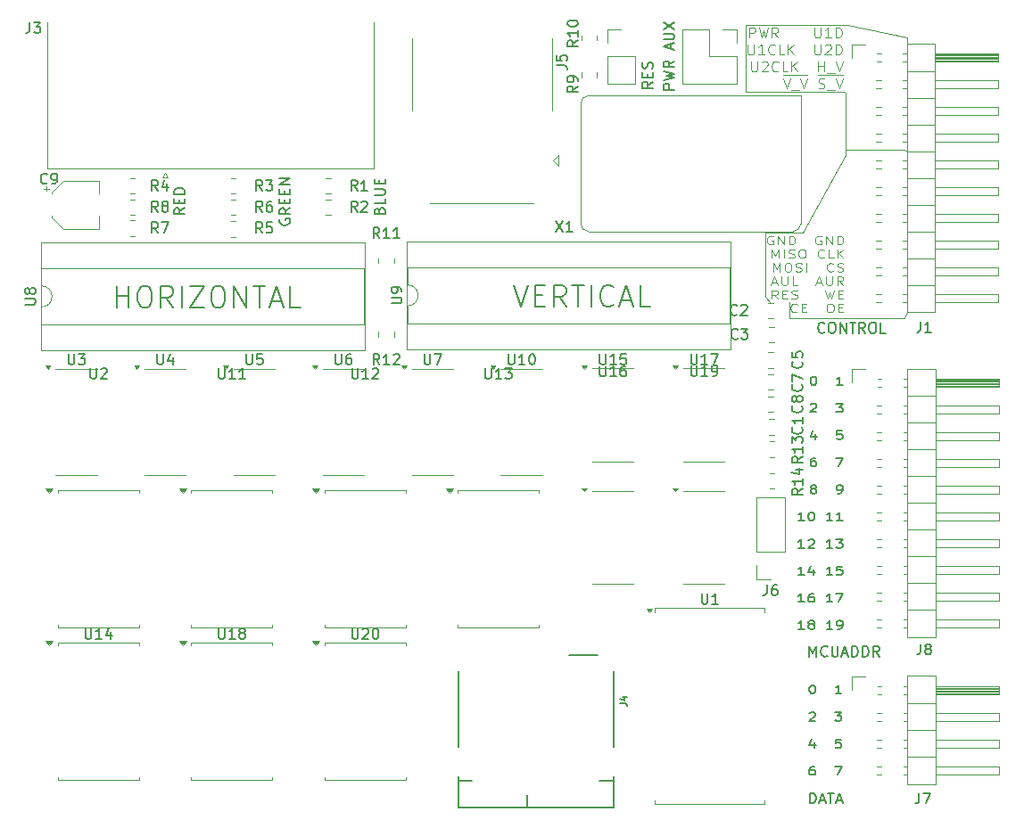
<source format=gbr>
%TF.GenerationSoftware,KiCad,Pcbnew,8.0.4+dfsg-1*%
%TF.CreationDate,2024-12-19T01:42:38-05:00*%
%TF.ProjectId,VGA_SRAM_COMP,5647415f-5352-4414-9d5f-434f4d502e6b,rev?*%
%TF.SameCoordinates,Original*%
%TF.FileFunction,Legend,Top*%
%TF.FilePolarity,Positive*%
%FSLAX46Y46*%
G04 Gerber Fmt 4.6, Leading zero omitted, Abs format (unit mm)*
G04 Created by KiCad (PCBNEW 8.0.4+dfsg-1) date 2024-12-19 01:42:38*
%MOMM*%
%LPD*%
G01*
G04 APERTURE LIST*
%ADD10C,0.200000*%
%ADD11C,0.100000*%
%ADD12C,0.150000*%
%ADD13C,0.120000*%
G04 APERTURE END LIST*
D10*
X103622054Y-82444838D02*
X104288720Y-84444838D01*
X104288720Y-84444838D02*
X104955387Y-82444838D01*
X105622054Y-83397219D02*
X106288721Y-83397219D01*
X106574435Y-84444838D02*
X105622054Y-84444838D01*
X105622054Y-84444838D02*
X105622054Y-82444838D01*
X105622054Y-82444838D02*
X106574435Y-82444838D01*
X108574435Y-84444838D02*
X107907768Y-83492457D01*
X107431578Y-84444838D02*
X107431578Y-82444838D01*
X107431578Y-82444838D02*
X108193483Y-82444838D01*
X108193483Y-82444838D02*
X108383959Y-82540076D01*
X108383959Y-82540076D02*
X108479197Y-82635314D01*
X108479197Y-82635314D02*
X108574435Y-82825790D01*
X108574435Y-82825790D02*
X108574435Y-83111504D01*
X108574435Y-83111504D02*
X108479197Y-83301980D01*
X108479197Y-83301980D02*
X108383959Y-83397219D01*
X108383959Y-83397219D02*
X108193483Y-83492457D01*
X108193483Y-83492457D02*
X107431578Y-83492457D01*
X109145864Y-82444838D02*
X110288721Y-82444838D01*
X109717292Y-84444838D02*
X109717292Y-82444838D01*
X110955388Y-84444838D02*
X110955388Y-82444838D01*
X113050626Y-84254361D02*
X112955388Y-84349600D01*
X112955388Y-84349600D02*
X112669674Y-84444838D01*
X112669674Y-84444838D02*
X112479198Y-84444838D01*
X112479198Y-84444838D02*
X112193483Y-84349600D01*
X112193483Y-84349600D02*
X112003007Y-84159123D01*
X112003007Y-84159123D02*
X111907769Y-83968647D01*
X111907769Y-83968647D02*
X111812531Y-83587695D01*
X111812531Y-83587695D02*
X111812531Y-83301980D01*
X111812531Y-83301980D02*
X111907769Y-82921028D01*
X111907769Y-82921028D02*
X112003007Y-82730552D01*
X112003007Y-82730552D02*
X112193483Y-82540076D01*
X112193483Y-82540076D02*
X112479198Y-82444838D01*
X112479198Y-82444838D02*
X112669674Y-82444838D01*
X112669674Y-82444838D02*
X112955388Y-82540076D01*
X112955388Y-82540076D02*
X113050626Y-82635314D01*
X113812531Y-83873409D02*
X114764912Y-83873409D01*
X113622055Y-84444838D02*
X114288721Y-82444838D01*
X114288721Y-82444838D02*
X114955388Y-84444838D01*
X116574436Y-84444838D02*
X115622055Y-84444838D01*
X115622055Y-84444838D02*
X115622055Y-82444838D01*
X65907768Y-84519838D02*
X65907768Y-82519838D01*
X65907768Y-83472219D02*
X67050625Y-83472219D01*
X67050625Y-84519838D02*
X67050625Y-82519838D01*
X68383958Y-82519838D02*
X68764911Y-82519838D01*
X68764911Y-82519838D02*
X68955387Y-82615076D01*
X68955387Y-82615076D02*
X69145863Y-82805552D01*
X69145863Y-82805552D02*
X69241101Y-83186504D01*
X69241101Y-83186504D02*
X69241101Y-83853171D01*
X69241101Y-83853171D02*
X69145863Y-84234123D01*
X69145863Y-84234123D02*
X68955387Y-84424600D01*
X68955387Y-84424600D02*
X68764911Y-84519838D01*
X68764911Y-84519838D02*
X68383958Y-84519838D01*
X68383958Y-84519838D02*
X68193482Y-84424600D01*
X68193482Y-84424600D02*
X68003006Y-84234123D01*
X68003006Y-84234123D02*
X67907768Y-83853171D01*
X67907768Y-83853171D02*
X67907768Y-83186504D01*
X67907768Y-83186504D02*
X68003006Y-82805552D01*
X68003006Y-82805552D02*
X68193482Y-82615076D01*
X68193482Y-82615076D02*
X68383958Y-82519838D01*
X71241101Y-84519838D02*
X70574434Y-83567457D01*
X70098244Y-84519838D02*
X70098244Y-82519838D01*
X70098244Y-82519838D02*
X70860149Y-82519838D01*
X70860149Y-82519838D02*
X71050625Y-82615076D01*
X71050625Y-82615076D02*
X71145863Y-82710314D01*
X71145863Y-82710314D02*
X71241101Y-82900790D01*
X71241101Y-82900790D02*
X71241101Y-83186504D01*
X71241101Y-83186504D02*
X71145863Y-83376980D01*
X71145863Y-83376980D02*
X71050625Y-83472219D01*
X71050625Y-83472219D02*
X70860149Y-83567457D01*
X70860149Y-83567457D02*
X70098244Y-83567457D01*
X72098244Y-84519838D02*
X72098244Y-82519838D01*
X72860149Y-82519838D02*
X74193482Y-82519838D01*
X74193482Y-82519838D02*
X72860149Y-84519838D01*
X72860149Y-84519838D02*
X74193482Y-84519838D01*
X75336339Y-82519838D02*
X75717292Y-82519838D01*
X75717292Y-82519838D02*
X75907768Y-82615076D01*
X75907768Y-82615076D02*
X76098244Y-82805552D01*
X76098244Y-82805552D02*
X76193482Y-83186504D01*
X76193482Y-83186504D02*
X76193482Y-83853171D01*
X76193482Y-83853171D02*
X76098244Y-84234123D01*
X76098244Y-84234123D02*
X75907768Y-84424600D01*
X75907768Y-84424600D02*
X75717292Y-84519838D01*
X75717292Y-84519838D02*
X75336339Y-84519838D01*
X75336339Y-84519838D02*
X75145863Y-84424600D01*
X75145863Y-84424600D02*
X74955387Y-84234123D01*
X74955387Y-84234123D02*
X74860149Y-83853171D01*
X74860149Y-83853171D02*
X74860149Y-83186504D01*
X74860149Y-83186504D02*
X74955387Y-82805552D01*
X74955387Y-82805552D02*
X75145863Y-82615076D01*
X75145863Y-82615076D02*
X75336339Y-82519838D01*
X77050625Y-84519838D02*
X77050625Y-82519838D01*
X77050625Y-82519838D02*
X78193482Y-84519838D01*
X78193482Y-84519838D02*
X78193482Y-82519838D01*
X78860149Y-82519838D02*
X80003006Y-82519838D01*
X79431577Y-84519838D02*
X79431577Y-82519838D01*
X80574435Y-83948409D02*
X81526816Y-83948409D01*
X80383959Y-84519838D02*
X81050625Y-82519838D01*
X81050625Y-82519838D02*
X81717292Y-84519838D01*
X83336340Y-84519838D02*
X82383959Y-84519838D01*
X82383959Y-84519838D02*
X82383959Y-82519838D01*
D11*
X140900000Y-58900000D02*
X140940000Y-59470000D01*
X135300000Y-57700000D02*
X140900000Y-58900000D01*
X125625000Y-57700000D02*
X135300000Y-57700000D01*
X125650000Y-64050000D02*
X125625000Y-57700000D01*
X135025000Y-64050000D02*
X125650000Y-64050000D01*
X135125000Y-64150000D02*
X135025000Y-64050000D01*
X135128000Y-69596000D02*
X135125000Y-64150000D01*
X135128000Y-69596000D02*
X135128000Y-70104000D01*
X140716000Y-69596000D02*
X135128000Y-69596000D01*
X140940000Y-69690000D02*
X140716000Y-69596000D01*
X140716000Y-85598000D02*
X140940000Y-84990000D01*
X129794000Y-85598000D02*
X140716000Y-85598000D01*
X129794000Y-84074000D02*
X129794000Y-85598000D01*
X127508000Y-83566000D02*
X128016000Y-84101000D01*
X127508000Y-77470000D02*
X127508000Y-83566000D01*
X131064000Y-77470000D02*
X127508000Y-77470000D01*
X135128000Y-70104000D02*
X131064000Y-77470000D01*
X128205067Y-77785215D02*
X128109829Y-77747120D01*
X128109829Y-77747120D02*
X127966972Y-77747120D01*
X127966972Y-77747120D02*
X127824115Y-77785215D01*
X127824115Y-77785215D02*
X127728877Y-77861405D01*
X127728877Y-77861405D02*
X127681258Y-77937596D01*
X127681258Y-77937596D02*
X127633639Y-78089977D01*
X127633639Y-78089977D02*
X127633639Y-78204263D01*
X127633639Y-78204263D02*
X127681258Y-78356644D01*
X127681258Y-78356644D02*
X127728877Y-78432834D01*
X127728877Y-78432834D02*
X127824115Y-78509025D01*
X127824115Y-78509025D02*
X127966972Y-78547120D01*
X127966972Y-78547120D02*
X128062210Y-78547120D01*
X128062210Y-78547120D02*
X128205067Y-78509025D01*
X128205067Y-78509025D02*
X128252686Y-78470929D01*
X128252686Y-78470929D02*
X128252686Y-78204263D01*
X128252686Y-78204263D02*
X128062210Y-78204263D01*
X128681258Y-78547120D02*
X128681258Y-77747120D01*
X128681258Y-77747120D02*
X129252686Y-78547120D01*
X129252686Y-78547120D02*
X129252686Y-77747120D01*
X129728877Y-78547120D02*
X129728877Y-77747120D01*
X129728877Y-77747120D02*
X129966972Y-77747120D01*
X129966972Y-77747120D02*
X130109829Y-77785215D01*
X130109829Y-77785215D02*
X130205067Y-77861405D01*
X130205067Y-77861405D02*
X130252686Y-77937596D01*
X130252686Y-77937596D02*
X130300305Y-78089977D01*
X130300305Y-78089977D02*
X130300305Y-78204263D01*
X130300305Y-78204263D02*
X130252686Y-78356644D01*
X130252686Y-78356644D02*
X130205067Y-78432834D01*
X130205067Y-78432834D02*
X130109829Y-78509025D01*
X130109829Y-78509025D02*
X129966972Y-78547120D01*
X129966972Y-78547120D02*
X129728877Y-78547120D01*
X132776496Y-77785215D02*
X132681258Y-77747120D01*
X132681258Y-77747120D02*
X132538401Y-77747120D01*
X132538401Y-77747120D02*
X132395544Y-77785215D01*
X132395544Y-77785215D02*
X132300306Y-77861405D01*
X132300306Y-77861405D02*
X132252687Y-77937596D01*
X132252687Y-77937596D02*
X132205068Y-78089977D01*
X132205068Y-78089977D02*
X132205068Y-78204263D01*
X132205068Y-78204263D02*
X132252687Y-78356644D01*
X132252687Y-78356644D02*
X132300306Y-78432834D01*
X132300306Y-78432834D02*
X132395544Y-78509025D01*
X132395544Y-78509025D02*
X132538401Y-78547120D01*
X132538401Y-78547120D02*
X132633639Y-78547120D01*
X132633639Y-78547120D02*
X132776496Y-78509025D01*
X132776496Y-78509025D02*
X132824115Y-78470929D01*
X132824115Y-78470929D02*
X132824115Y-78204263D01*
X132824115Y-78204263D02*
X132633639Y-78204263D01*
X133252687Y-78547120D02*
X133252687Y-77747120D01*
X133252687Y-77747120D02*
X133824115Y-78547120D01*
X133824115Y-78547120D02*
X133824115Y-77747120D01*
X134300306Y-78547120D02*
X134300306Y-77747120D01*
X134300306Y-77747120D02*
X134538401Y-77747120D01*
X134538401Y-77747120D02*
X134681258Y-77785215D01*
X134681258Y-77785215D02*
X134776496Y-77861405D01*
X134776496Y-77861405D02*
X134824115Y-77937596D01*
X134824115Y-77937596D02*
X134871734Y-78089977D01*
X134871734Y-78089977D02*
X134871734Y-78204263D01*
X134871734Y-78204263D02*
X134824115Y-78356644D01*
X134824115Y-78356644D02*
X134776496Y-78432834D01*
X134776496Y-78432834D02*
X134681258Y-78509025D01*
X134681258Y-78509025D02*
X134538401Y-78547120D01*
X134538401Y-78547120D02*
X134300306Y-78547120D01*
X128109830Y-79835075D02*
X128109830Y-79035075D01*
X128109830Y-79035075D02*
X128443163Y-79606503D01*
X128443163Y-79606503D02*
X128776496Y-79035075D01*
X128776496Y-79035075D02*
X128776496Y-79835075D01*
X129252687Y-79835075D02*
X129252687Y-79035075D01*
X129681258Y-79796980D02*
X129824115Y-79835075D01*
X129824115Y-79835075D02*
X130062210Y-79835075D01*
X130062210Y-79835075D02*
X130157448Y-79796980D01*
X130157448Y-79796980D02*
X130205067Y-79758884D01*
X130205067Y-79758884D02*
X130252686Y-79682694D01*
X130252686Y-79682694D02*
X130252686Y-79606503D01*
X130252686Y-79606503D02*
X130205067Y-79530313D01*
X130205067Y-79530313D02*
X130157448Y-79492218D01*
X130157448Y-79492218D02*
X130062210Y-79454122D01*
X130062210Y-79454122D02*
X129871734Y-79416027D01*
X129871734Y-79416027D02*
X129776496Y-79377932D01*
X129776496Y-79377932D02*
X129728877Y-79339837D01*
X129728877Y-79339837D02*
X129681258Y-79263646D01*
X129681258Y-79263646D02*
X129681258Y-79187456D01*
X129681258Y-79187456D02*
X129728877Y-79111265D01*
X129728877Y-79111265D02*
X129776496Y-79073170D01*
X129776496Y-79073170D02*
X129871734Y-79035075D01*
X129871734Y-79035075D02*
X130109829Y-79035075D01*
X130109829Y-79035075D02*
X130252686Y-79073170D01*
X130871734Y-79035075D02*
X131062210Y-79035075D01*
X131062210Y-79035075D02*
X131157448Y-79073170D01*
X131157448Y-79073170D02*
X131252686Y-79149360D01*
X131252686Y-79149360D02*
X131300305Y-79301741D01*
X131300305Y-79301741D02*
X131300305Y-79568408D01*
X131300305Y-79568408D02*
X131252686Y-79720789D01*
X131252686Y-79720789D02*
X131157448Y-79796980D01*
X131157448Y-79796980D02*
X131062210Y-79835075D01*
X131062210Y-79835075D02*
X130871734Y-79835075D01*
X130871734Y-79835075D02*
X130776496Y-79796980D01*
X130776496Y-79796980D02*
X130681258Y-79720789D01*
X130681258Y-79720789D02*
X130633639Y-79568408D01*
X130633639Y-79568408D02*
X130633639Y-79301741D01*
X130633639Y-79301741D02*
X130681258Y-79149360D01*
X130681258Y-79149360D02*
X130776496Y-79073170D01*
X130776496Y-79073170D02*
X130871734Y-79035075D01*
X133062210Y-79758884D02*
X133014591Y-79796980D01*
X133014591Y-79796980D02*
X132871734Y-79835075D01*
X132871734Y-79835075D02*
X132776496Y-79835075D01*
X132776496Y-79835075D02*
X132633639Y-79796980D01*
X132633639Y-79796980D02*
X132538401Y-79720789D01*
X132538401Y-79720789D02*
X132490782Y-79644599D01*
X132490782Y-79644599D02*
X132443163Y-79492218D01*
X132443163Y-79492218D02*
X132443163Y-79377932D01*
X132443163Y-79377932D02*
X132490782Y-79225551D01*
X132490782Y-79225551D02*
X132538401Y-79149360D01*
X132538401Y-79149360D02*
X132633639Y-79073170D01*
X132633639Y-79073170D02*
X132776496Y-79035075D01*
X132776496Y-79035075D02*
X132871734Y-79035075D01*
X132871734Y-79035075D02*
X133014591Y-79073170D01*
X133014591Y-79073170D02*
X133062210Y-79111265D01*
X133966972Y-79835075D02*
X133490782Y-79835075D01*
X133490782Y-79835075D02*
X133490782Y-79035075D01*
X134300306Y-79835075D02*
X134300306Y-79035075D01*
X134871734Y-79835075D02*
X134443163Y-79377932D01*
X134871734Y-79035075D02*
X134300306Y-79492218D01*
X128205068Y-81123030D02*
X128205068Y-80323030D01*
X128205068Y-80323030D02*
X128538401Y-80894458D01*
X128538401Y-80894458D02*
X128871734Y-80323030D01*
X128871734Y-80323030D02*
X128871734Y-81123030D01*
X129538401Y-80323030D02*
X129728877Y-80323030D01*
X129728877Y-80323030D02*
X129824115Y-80361125D01*
X129824115Y-80361125D02*
X129919353Y-80437315D01*
X129919353Y-80437315D02*
X129966972Y-80589696D01*
X129966972Y-80589696D02*
X129966972Y-80856363D01*
X129966972Y-80856363D02*
X129919353Y-81008744D01*
X129919353Y-81008744D02*
X129824115Y-81084935D01*
X129824115Y-81084935D02*
X129728877Y-81123030D01*
X129728877Y-81123030D02*
X129538401Y-81123030D01*
X129538401Y-81123030D02*
X129443163Y-81084935D01*
X129443163Y-81084935D02*
X129347925Y-81008744D01*
X129347925Y-81008744D02*
X129300306Y-80856363D01*
X129300306Y-80856363D02*
X129300306Y-80589696D01*
X129300306Y-80589696D02*
X129347925Y-80437315D01*
X129347925Y-80437315D02*
X129443163Y-80361125D01*
X129443163Y-80361125D02*
X129538401Y-80323030D01*
X130347925Y-81084935D02*
X130490782Y-81123030D01*
X130490782Y-81123030D02*
X130728877Y-81123030D01*
X130728877Y-81123030D02*
X130824115Y-81084935D01*
X130824115Y-81084935D02*
X130871734Y-81046839D01*
X130871734Y-81046839D02*
X130919353Y-80970649D01*
X130919353Y-80970649D02*
X130919353Y-80894458D01*
X130919353Y-80894458D02*
X130871734Y-80818268D01*
X130871734Y-80818268D02*
X130824115Y-80780173D01*
X130824115Y-80780173D02*
X130728877Y-80742077D01*
X130728877Y-80742077D02*
X130538401Y-80703982D01*
X130538401Y-80703982D02*
X130443163Y-80665887D01*
X130443163Y-80665887D02*
X130395544Y-80627792D01*
X130395544Y-80627792D02*
X130347925Y-80551601D01*
X130347925Y-80551601D02*
X130347925Y-80475411D01*
X130347925Y-80475411D02*
X130395544Y-80399220D01*
X130395544Y-80399220D02*
X130443163Y-80361125D01*
X130443163Y-80361125D02*
X130538401Y-80323030D01*
X130538401Y-80323030D02*
X130776496Y-80323030D01*
X130776496Y-80323030D02*
X130919353Y-80361125D01*
X131347925Y-81123030D02*
X131347925Y-80323030D01*
X133919353Y-81046839D02*
X133871734Y-81084935D01*
X133871734Y-81084935D02*
X133728877Y-81123030D01*
X133728877Y-81123030D02*
X133633639Y-81123030D01*
X133633639Y-81123030D02*
X133490782Y-81084935D01*
X133490782Y-81084935D02*
X133395544Y-81008744D01*
X133395544Y-81008744D02*
X133347925Y-80932554D01*
X133347925Y-80932554D02*
X133300306Y-80780173D01*
X133300306Y-80780173D02*
X133300306Y-80665887D01*
X133300306Y-80665887D02*
X133347925Y-80513506D01*
X133347925Y-80513506D02*
X133395544Y-80437315D01*
X133395544Y-80437315D02*
X133490782Y-80361125D01*
X133490782Y-80361125D02*
X133633639Y-80323030D01*
X133633639Y-80323030D02*
X133728877Y-80323030D01*
X133728877Y-80323030D02*
X133871734Y-80361125D01*
X133871734Y-80361125D02*
X133919353Y-80399220D01*
X134300306Y-81084935D02*
X134443163Y-81123030D01*
X134443163Y-81123030D02*
X134681258Y-81123030D01*
X134681258Y-81123030D02*
X134776496Y-81084935D01*
X134776496Y-81084935D02*
X134824115Y-81046839D01*
X134824115Y-81046839D02*
X134871734Y-80970649D01*
X134871734Y-80970649D02*
X134871734Y-80894458D01*
X134871734Y-80894458D02*
X134824115Y-80818268D01*
X134824115Y-80818268D02*
X134776496Y-80780173D01*
X134776496Y-80780173D02*
X134681258Y-80742077D01*
X134681258Y-80742077D02*
X134490782Y-80703982D01*
X134490782Y-80703982D02*
X134395544Y-80665887D01*
X134395544Y-80665887D02*
X134347925Y-80627792D01*
X134347925Y-80627792D02*
X134300306Y-80551601D01*
X134300306Y-80551601D02*
X134300306Y-80475411D01*
X134300306Y-80475411D02*
X134347925Y-80399220D01*
X134347925Y-80399220D02*
X134395544Y-80361125D01*
X134395544Y-80361125D02*
X134490782Y-80323030D01*
X134490782Y-80323030D02*
X134728877Y-80323030D01*
X134728877Y-80323030D02*
X134871734Y-80361125D01*
X128109829Y-82182413D02*
X128586019Y-82182413D01*
X128014591Y-82410985D02*
X128347924Y-81610985D01*
X128347924Y-81610985D02*
X128681257Y-82410985D01*
X129014591Y-81610985D02*
X129014591Y-82258604D01*
X129014591Y-82258604D02*
X129062210Y-82334794D01*
X129062210Y-82334794D02*
X129109829Y-82372890D01*
X129109829Y-82372890D02*
X129205067Y-82410985D01*
X129205067Y-82410985D02*
X129395543Y-82410985D01*
X129395543Y-82410985D02*
X129490781Y-82372890D01*
X129490781Y-82372890D02*
X129538400Y-82334794D01*
X129538400Y-82334794D02*
X129586019Y-82258604D01*
X129586019Y-82258604D02*
X129586019Y-81610985D01*
X130538400Y-82410985D02*
X130062210Y-82410985D01*
X130062210Y-82410985D02*
X130062210Y-81610985D01*
X132347925Y-82182413D02*
X132824115Y-82182413D01*
X132252687Y-82410985D02*
X132586020Y-81610985D01*
X132586020Y-81610985D02*
X132919353Y-82410985D01*
X133252687Y-81610985D02*
X133252687Y-82258604D01*
X133252687Y-82258604D02*
X133300306Y-82334794D01*
X133300306Y-82334794D02*
X133347925Y-82372890D01*
X133347925Y-82372890D02*
X133443163Y-82410985D01*
X133443163Y-82410985D02*
X133633639Y-82410985D01*
X133633639Y-82410985D02*
X133728877Y-82372890D01*
X133728877Y-82372890D02*
X133776496Y-82334794D01*
X133776496Y-82334794D02*
X133824115Y-82258604D01*
X133824115Y-82258604D02*
X133824115Y-81610985D01*
X134871734Y-82410985D02*
X134538401Y-82030032D01*
X134300306Y-82410985D02*
X134300306Y-81610985D01*
X134300306Y-81610985D02*
X134681258Y-81610985D01*
X134681258Y-81610985D02*
X134776496Y-81649080D01*
X134776496Y-81649080D02*
X134824115Y-81687175D01*
X134824115Y-81687175D02*
X134871734Y-81763366D01*
X134871734Y-81763366D02*
X134871734Y-81877651D01*
X134871734Y-81877651D02*
X134824115Y-81953842D01*
X134824115Y-81953842D02*
X134776496Y-81991937D01*
X134776496Y-81991937D02*
X134681258Y-82030032D01*
X134681258Y-82030032D02*
X134300306Y-82030032D01*
X128681257Y-83698940D02*
X128347924Y-83317987D01*
X128109829Y-83698940D02*
X128109829Y-82898940D01*
X128109829Y-82898940D02*
X128490781Y-82898940D01*
X128490781Y-82898940D02*
X128586019Y-82937035D01*
X128586019Y-82937035D02*
X128633638Y-82975130D01*
X128633638Y-82975130D02*
X128681257Y-83051321D01*
X128681257Y-83051321D02*
X128681257Y-83165606D01*
X128681257Y-83165606D02*
X128633638Y-83241797D01*
X128633638Y-83241797D02*
X128586019Y-83279892D01*
X128586019Y-83279892D02*
X128490781Y-83317987D01*
X128490781Y-83317987D02*
X128109829Y-83317987D01*
X129109829Y-83279892D02*
X129443162Y-83279892D01*
X129586019Y-83698940D02*
X129109829Y-83698940D01*
X129109829Y-83698940D02*
X129109829Y-82898940D01*
X129109829Y-82898940D02*
X129586019Y-82898940D01*
X129966972Y-83660845D02*
X130109829Y-83698940D01*
X130109829Y-83698940D02*
X130347924Y-83698940D01*
X130347924Y-83698940D02*
X130443162Y-83660845D01*
X130443162Y-83660845D02*
X130490781Y-83622749D01*
X130490781Y-83622749D02*
X130538400Y-83546559D01*
X130538400Y-83546559D02*
X130538400Y-83470368D01*
X130538400Y-83470368D02*
X130490781Y-83394178D01*
X130490781Y-83394178D02*
X130443162Y-83356083D01*
X130443162Y-83356083D02*
X130347924Y-83317987D01*
X130347924Y-83317987D02*
X130157448Y-83279892D01*
X130157448Y-83279892D02*
X130062210Y-83241797D01*
X130062210Y-83241797D02*
X130014591Y-83203702D01*
X130014591Y-83203702D02*
X129966972Y-83127511D01*
X129966972Y-83127511D02*
X129966972Y-83051321D01*
X129966972Y-83051321D02*
X130014591Y-82975130D01*
X130014591Y-82975130D02*
X130062210Y-82937035D01*
X130062210Y-82937035D02*
X130157448Y-82898940D01*
X130157448Y-82898940D02*
X130395543Y-82898940D01*
X130395543Y-82898940D02*
X130538400Y-82937035D01*
X133157449Y-82898940D02*
X133395544Y-83698940D01*
X133395544Y-83698940D02*
X133586020Y-83127511D01*
X133586020Y-83127511D02*
X133776496Y-83698940D01*
X133776496Y-83698940D02*
X134014592Y-82898940D01*
X134395544Y-83279892D02*
X134728877Y-83279892D01*
X134871734Y-83698940D02*
X134395544Y-83698940D01*
X134395544Y-83698940D02*
X134395544Y-82898940D01*
X134395544Y-82898940D02*
X134871734Y-82898940D01*
X130490781Y-84910704D02*
X130443162Y-84948800D01*
X130443162Y-84948800D02*
X130300305Y-84986895D01*
X130300305Y-84986895D02*
X130205067Y-84986895D01*
X130205067Y-84986895D02*
X130062210Y-84948800D01*
X130062210Y-84948800D02*
X129966972Y-84872609D01*
X129966972Y-84872609D02*
X129919353Y-84796419D01*
X129919353Y-84796419D02*
X129871734Y-84644038D01*
X129871734Y-84644038D02*
X129871734Y-84529752D01*
X129871734Y-84529752D02*
X129919353Y-84377371D01*
X129919353Y-84377371D02*
X129966972Y-84301180D01*
X129966972Y-84301180D02*
X130062210Y-84224990D01*
X130062210Y-84224990D02*
X130205067Y-84186895D01*
X130205067Y-84186895D02*
X130300305Y-84186895D01*
X130300305Y-84186895D02*
X130443162Y-84224990D01*
X130443162Y-84224990D02*
X130490781Y-84263085D01*
X130919353Y-84567847D02*
X131252686Y-84567847D01*
X131395543Y-84986895D02*
X130919353Y-84986895D01*
X130919353Y-84986895D02*
X130919353Y-84186895D01*
X130919353Y-84186895D02*
X131395543Y-84186895D01*
X133538401Y-84186895D02*
X133728877Y-84186895D01*
X133728877Y-84186895D02*
X133824115Y-84224990D01*
X133824115Y-84224990D02*
X133919353Y-84301180D01*
X133919353Y-84301180D02*
X133966972Y-84453561D01*
X133966972Y-84453561D02*
X133966972Y-84720228D01*
X133966972Y-84720228D02*
X133919353Y-84872609D01*
X133919353Y-84872609D02*
X133824115Y-84948800D01*
X133824115Y-84948800D02*
X133728877Y-84986895D01*
X133728877Y-84986895D02*
X133538401Y-84986895D01*
X133538401Y-84986895D02*
X133443163Y-84948800D01*
X133443163Y-84948800D02*
X133347925Y-84872609D01*
X133347925Y-84872609D02*
X133300306Y-84720228D01*
X133300306Y-84720228D02*
X133300306Y-84453561D01*
X133300306Y-84453561D02*
X133347925Y-84301180D01*
X133347925Y-84301180D02*
X133443163Y-84224990D01*
X133443163Y-84224990D02*
X133538401Y-84186895D01*
X134395544Y-84567847D02*
X134728877Y-84567847D01*
X134871734Y-84986895D02*
X134395544Y-84986895D01*
X134395544Y-84986895D02*
X134395544Y-84186895D01*
X134395544Y-84186895D02*
X134871734Y-84186895D01*
D12*
X131901315Y-120416565D02*
X131996553Y-120416565D01*
X131996553Y-120416565D02*
X132091791Y-120454660D01*
X132091791Y-120454660D02*
X132139410Y-120492755D01*
X132139410Y-120492755D02*
X132187029Y-120568946D01*
X132187029Y-120568946D02*
X132234648Y-120721327D01*
X132234648Y-120721327D02*
X132234648Y-120911803D01*
X132234648Y-120911803D02*
X132187029Y-121064184D01*
X132187029Y-121064184D02*
X132139410Y-121140374D01*
X132139410Y-121140374D02*
X132091791Y-121178470D01*
X132091791Y-121178470D02*
X131996553Y-121216565D01*
X131996553Y-121216565D02*
X131901315Y-121216565D01*
X131901315Y-121216565D02*
X131806077Y-121178470D01*
X131806077Y-121178470D02*
X131758458Y-121140374D01*
X131758458Y-121140374D02*
X131710839Y-121064184D01*
X131710839Y-121064184D02*
X131663220Y-120911803D01*
X131663220Y-120911803D02*
X131663220Y-120721327D01*
X131663220Y-120721327D02*
X131710839Y-120568946D01*
X131710839Y-120568946D02*
X131758458Y-120492755D01*
X131758458Y-120492755D02*
X131806077Y-120454660D01*
X131806077Y-120454660D02*
X131901315Y-120416565D01*
X134710839Y-121216565D02*
X134139411Y-121216565D01*
X134425125Y-121216565D02*
X134425125Y-120416565D01*
X134425125Y-120416565D02*
X134329887Y-120530850D01*
X134329887Y-120530850D02*
X134234649Y-120607041D01*
X134234649Y-120607041D02*
X134139411Y-120645136D01*
X131663220Y-123068665D02*
X131710839Y-123030570D01*
X131710839Y-123030570D02*
X131806077Y-122992475D01*
X131806077Y-122992475D02*
X132044172Y-122992475D01*
X132044172Y-122992475D02*
X132139410Y-123030570D01*
X132139410Y-123030570D02*
X132187029Y-123068665D01*
X132187029Y-123068665D02*
X132234648Y-123144856D01*
X132234648Y-123144856D02*
X132234648Y-123221046D01*
X132234648Y-123221046D02*
X132187029Y-123335332D01*
X132187029Y-123335332D02*
X131615601Y-123792475D01*
X131615601Y-123792475D02*
X132234648Y-123792475D01*
X134091792Y-122992475D02*
X134710839Y-122992475D01*
X134710839Y-122992475D02*
X134377506Y-123297237D01*
X134377506Y-123297237D02*
X134520363Y-123297237D01*
X134520363Y-123297237D02*
X134615601Y-123335332D01*
X134615601Y-123335332D02*
X134663220Y-123373427D01*
X134663220Y-123373427D02*
X134710839Y-123449618D01*
X134710839Y-123449618D02*
X134710839Y-123640094D01*
X134710839Y-123640094D02*
X134663220Y-123716284D01*
X134663220Y-123716284D02*
X134615601Y-123754380D01*
X134615601Y-123754380D02*
X134520363Y-123792475D01*
X134520363Y-123792475D02*
X134234649Y-123792475D01*
X134234649Y-123792475D02*
X134139411Y-123754380D01*
X134139411Y-123754380D02*
X134091792Y-123716284D01*
X132139410Y-125835051D02*
X132139410Y-126368385D01*
X131901315Y-125530290D02*
X131663220Y-126101718D01*
X131663220Y-126101718D02*
X132282267Y-126101718D01*
X134663220Y-125568385D02*
X134187030Y-125568385D01*
X134187030Y-125568385D02*
X134139411Y-125949337D01*
X134139411Y-125949337D02*
X134187030Y-125911242D01*
X134187030Y-125911242D02*
X134282268Y-125873147D01*
X134282268Y-125873147D02*
X134520363Y-125873147D01*
X134520363Y-125873147D02*
X134615601Y-125911242D01*
X134615601Y-125911242D02*
X134663220Y-125949337D01*
X134663220Y-125949337D02*
X134710839Y-126025528D01*
X134710839Y-126025528D02*
X134710839Y-126216004D01*
X134710839Y-126216004D02*
X134663220Y-126292194D01*
X134663220Y-126292194D02*
X134615601Y-126330290D01*
X134615601Y-126330290D02*
X134520363Y-126368385D01*
X134520363Y-126368385D02*
X134282268Y-126368385D01*
X134282268Y-126368385D02*
X134187030Y-126330290D01*
X134187030Y-126330290D02*
X134139411Y-126292194D01*
X132139410Y-128144295D02*
X131948934Y-128144295D01*
X131948934Y-128144295D02*
X131853696Y-128182390D01*
X131853696Y-128182390D02*
X131806077Y-128220485D01*
X131806077Y-128220485D02*
X131710839Y-128334771D01*
X131710839Y-128334771D02*
X131663220Y-128487152D01*
X131663220Y-128487152D02*
X131663220Y-128791914D01*
X131663220Y-128791914D02*
X131710839Y-128868104D01*
X131710839Y-128868104D02*
X131758458Y-128906200D01*
X131758458Y-128906200D02*
X131853696Y-128944295D01*
X131853696Y-128944295D02*
X132044172Y-128944295D01*
X132044172Y-128944295D02*
X132139410Y-128906200D01*
X132139410Y-128906200D02*
X132187029Y-128868104D01*
X132187029Y-128868104D02*
X132234648Y-128791914D01*
X132234648Y-128791914D02*
X132234648Y-128601438D01*
X132234648Y-128601438D02*
X132187029Y-128525247D01*
X132187029Y-128525247D02*
X132139410Y-128487152D01*
X132139410Y-128487152D02*
X132044172Y-128449057D01*
X132044172Y-128449057D02*
X131853696Y-128449057D01*
X131853696Y-128449057D02*
X131758458Y-128487152D01*
X131758458Y-128487152D02*
X131710839Y-128525247D01*
X131710839Y-128525247D02*
X131663220Y-128601438D01*
X134091792Y-128144295D02*
X134758458Y-128144295D01*
X134758458Y-128144295D02*
X134329887Y-128944295D01*
X132001315Y-91111105D02*
X132096553Y-91111105D01*
X132096553Y-91111105D02*
X132191791Y-91149200D01*
X132191791Y-91149200D02*
X132239410Y-91187295D01*
X132239410Y-91187295D02*
X132287029Y-91263486D01*
X132287029Y-91263486D02*
X132334648Y-91415867D01*
X132334648Y-91415867D02*
X132334648Y-91606343D01*
X132334648Y-91606343D02*
X132287029Y-91758724D01*
X132287029Y-91758724D02*
X132239410Y-91834914D01*
X132239410Y-91834914D02*
X132191791Y-91873010D01*
X132191791Y-91873010D02*
X132096553Y-91911105D01*
X132096553Y-91911105D02*
X132001315Y-91911105D01*
X132001315Y-91911105D02*
X131906077Y-91873010D01*
X131906077Y-91873010D02*
X131858458Y-91834914D01*
X131858458Y-91834914D02*
X131810839Y-91758724D01*
X131810839Y-91758724D02*
X131763220Y-91606343D01*
X131763220Y-91606343D02*
X131763220Y-91415867D01*
X131763220Y-91415867D02*
X131810839Y-91263486D01*
X131810839Y-91263486D02*
X131858458Y-91187295D01*
X131858458Y-91187295D02*
X131906077Y-91149200D01*
X131906077Y-91149200D02*
X132001315Y-91111105D01*
X134810839Y-91911105D02*
X134239411Y-91911105D01*
X134525125Y-91911105D02*
X134525125Y-91111105D01*
X134525125Y-91111105D02*
X134429887Y-91225390D01*
X134429887Y-91225390D02*
X134334649Y-91301581D01*
X134334649Y-91301581D02*
X134239411Y-91339676D01*
X131763220Y-93763205D02*
X131810839Y-93725110D01*
X131810839Y-93725110D02*
X131906077Y-93687015D01*
X131906077Y-93687015D02*
X132144172Y-93687015D01*
X132144172Y-93687015D02*
X132239410Y-93725110D01*
X132239410Y-93725110D02*
X132287029Y-93763205D01*
X132287029Y-93763205D02*
X132334648Y-93839396D01*
X132334648Y-93839396D02*
X132334648Y-93915586D01*
X132334648Y-93915586D02*
X132287029Y-94029872D01*
X132287029Y-94029872D02*
X131715601Y-94487015D01*
X131715601Y-94487015D02*
X132334648Y-94487015D01*
X134191792Y-93687015D02*
X134810839Y-93687015D01*
X134810839Y-93687015D02*
X134477506Y-93991777D01*
X134477506Y-93991777D02*
X134620363Y-93991777D01*
X134620363Y-93991777D02*
X134715601Y-94029872D01*
X134715601Y-94029872D02*
X134763220Y-94067967D01*
X134763220Y-94067967D02*
X134810839Y-94144158D01*
X134810839Y-94144158D02*
X134810839Y-94334634D01*
X134810839Y-94334634D02*
X134763220Y-94410824D01*
X134763220Y-94410824D02*
X134715601Y-94448920D01*
X134715601Y-94448920D02*
X134620363Y-94487015D01*
X134620363Y-94487015D02*
X134334649Y-94487015D01*
X134334649Y-94487015D02*
X134239411Y-94448920D01*
X134239411Y-94448920D02*
X134191792Y-94410824D01*
X132239410Y-96529591D02*
X132239410Y-97062925D01*
X132001315Y-96224830D02*
X131763220Y-96796258D01*
X131763220Y-96796258D02*
X132382267Y-96796258D01*
X134763220Y-96262925D02*
X134287030Y-96262925D01*
X134287030Y-96262925D02*
X134239411Y-96643877D01*
X134239411Y-96643877D02*
X134287030Y-96605782D01*
X134287030Y-96605782D02*
X134382268Y-96567687D01*
X134382268Y-96567687D02*
X134620363Y-96567687D01*
X134620363Y-96567687D02*
X134715601Y-96605782D01*
X134715601Y-96605782D02*
X134763220Y-96643877D01*
X134763220Y-96643877D02*
X134810839Y-96720068D01*
X134810839Y-96720068D02*
X134810839Y-96910544D01*
X134810839Y-96910544D02*
X134763220Y-96986734D01*
X134763220Y-96986734D02*
X134715601Y-97024830D01*
X134715601Y-97024830D02*
X134620363Y-97062925D01*
X134620363Y-97062925D02*
X134382268Y-97062925D01*
X134382268Y-97062925D02*
X134287030Y-97024830D01*
X134287030Y-97024830D02*
X134239411Y-96986734D01*
X132239410Y-98838835D02*
X132048934Y-98838835D01*
X132048934Y-98838835D02*
X131953696Y-98876930D01*
X131953696Y-98876930D02*
X131906077Y-98915025D01*
X131906077Y-98915025D02*
X131810839Y-99029311D01*
X131810839Y-99029311D02*
X131763220Y-99181692D01*
X131763220Y-99181692D02*
X131763220Y-99486454D01*
X131763220Y-99486454D02*
X131810839Y-99562644D01*
X131810839Y-99562644D02*
X131858458Y-99600740D01*
X131858458Y-99600740D02*
X131953696Y-99638835D01*
X131953696Y-99638835D02*
X132144172Y-99638835D01*
X132144172Y-99638835D02*
X132239410Y-99600740D01*
X132239410Y-99600740D02*
X132287029Y-99562644D01*
X132287029Y-99562644D02*
X132334648Y-99486454D01*
X132334648Y-99486454D02*
X132334648Y-99295978D01*
X132334648Y-99295978D02*
X132287029Y-99219787D01*
X132287029Y-99219787D02*
X132239410Y-99181692D01*
X132239410Y-99181692D02*
X132144172Y-99143597D01*
X132144172Y-99143597D02*
X131953696Y-99143597D01*
X131953696Y-99143597D02*
X131858458Y-99181692D01*
X131858458Y-99181692D02*
X131810839Y-99219787D01*
X131810839Y-99219787D02*
X131763220Y-99295978D01*
X134191792Y-98838835D02*
X134858458Y-98838835D01*
X134858458Y-98838835D02*
X134429887Y-99638835D01*
X131953696Y-101757602D02*
X131858458Y-101719507D01*
X131858458Y-101719507D02*
X131810839Y-101681411D01*
X131810839Y-101681411D02*
X131763220Y-101605221D01*
X131763220Y-101605221D02*
X131763220Y-101567126D01*
X131763220Y-101567126D02*
X131810839Y-101490935D01*
X131810839Y-101490935D02*
X131858458Y-101452840D01*
X131858458Y-101452840D02*
X131953696Y-101414745D01*
X131953696Y-101414745D02*
X132144172Y-101414745D01*
X132144172Y-101414745D02*
X132239410Y-101452840D01*
X132239410Y-101452840D02*
X132287029Y-101490935D01*
X132287029Y-101490935D02*
X132334648Y-101567126D01*
X132334648Y-101567126D02*
X132334648Y-101605221D01*
X132334648Y-101605221D02*
X132287029Y-101681411D01*
X132287029Y-101681411D02*
X132239410Y-101719507D01*
X132239410Y-101719507D02*
X132144172Y-101757602D01*
X132144172Y-101757602D02*
X131953696Y-101757602D01*
X131953696Y-101757602D02*
X131858458Y-101795697D01*
X131858458Y-101795697D02*
X131810839Y-101833792D01*
X131810839Y-101833792D02*
X131763220Y-101909983D01*
X131763220Y-101909983D02*
X131763220Y-102062364D01*
X131763220Y-102062364D02*
X131810839Y-102138554D01*
X131810839Y-102138554D02*
X131858458Y-102176650D01*
X131858458Y-102176650D02*
X131953696Y-102214745D01*
X131953696Y-102214745D02*
X132144172Y-102214745D01*
X132144172Y-102214745D02*
X132239410Y-102176650D01*
X132239410Y-102176650D02*
X132287029Y-102138554D01*
X132287029Y-102138554D02*
X132334648Y-102062364D01*
X132334648Y-102062364D02*
X132334648Y-101909983D01*
X132334648Y-101909983D02*
X132287029Y-101833792D01*
X132287029Y-101833792D02*
X132239410Y-101795697D01*
X132239410Y-101795697D02*
X132144172Y-101757602D01*
X134334649Y-102214745D02*
X134525125Y-102214745D01*
X134525125Y-102214745D02*
X134620363Y-102176650D01*
X134620363Y-102176650D02*
X134667982Y-102138554D01*
X134667982Y-102138554D02*
X134763220Y-102024269D01*
X134763220Y-102024269D02*
X134810839Y-101871888D01*
X134810839Y-101871888D02*
X134810839Y-101567126D01*
X134810839Y-101567126D02*
X134763220Y-101490935D01*
X134763220Y-101490935D02*
X134715601Y-101452840D01*
X134715601Y-101452840D02*
X134620363Y-101414745D01*
X134620363Y-101414745D02*
X134429887Y-101414745D01*
X134429887Y-101414745D02*
X134334649Y-101452840D01*
X134334649Y-101452840D02*
X134287030Y-101490935D01*
X134287030Y-101490935D02*
X134239411Y-101567126D01*
X134239411Y-101567126D02*
X134239411Y-101757602D01*
X134239411Y-101757602D02*
X134287030Y-101833792D01*
X134287030Y-101833792D02*
X134334649Y-101871888D01*
X134334649Y-101871888D02*
X134429887Y-101909983D01*
X134429887Y-101909983D02*
X134620363Y-101909983D01*
X134620363Y-101909983D02*
X134715601Y-101871888D01*
X134715601Y-101871888D02*
X134763220Y-101833792D01*
X134763220Y-101833792D02*
X134810839Y-101757602D01*
X131191791Y-104790655D02*
X130620363Y-104790655D01*
X130906077Y-104790655D02*
X130906077Y-103990655D01*
X130906077Y-103990655D02*
X130810839Y-104104940D01*
X130810839Y-104104940D02*
X130715601Y-104181131D01*
X130715601Y-104181131D02*
X130620363Y-104219226D01*
X131810839Y-103990655D02*
X131906077Y-103990655D01*
X131906077Y-103990655D02*
X132001315Y-104028750D01*
X132001315Y-104028750D02*
X132048934Y-104066845D01*
X132048934Y-104066845D02*
X132096553Y-104143036D01*
X132096553Y-104143036D02*
X132144172Y-104295417D01*
X132144172Y-104295417D02*
X132144172Y-104485893D01*
X132144172Y-104485893D02*
X132096553Y-104638274D01*
X132096553Y-104638274D02*
X132048934Y-104714464D01*
X132048934Y-104714464D02*
X132001315Y-104752560D01*
X132001315Y-104752560D02*
X131906077Y-104790655D01*
X131906077Y-104790655D02*
X131810839Y-104790655D01*
X131810839Y-104790655D02*
X131715601Y-104752560D01*
X131715601Y-104752560D02*
X131667982Y-104714464D01*
X131667982Y-104714464D02*
X131620363Y-104638274D01*
X131620363Y-104638274D02*
X131572744Y-104485893D01*
X131572744Y-104485893D02*
X131572744Y-104295417D01*
X131572744Y-104295417D02*
X131620363Y-104143036D01*
X131620363Y-104143036D02*
X131667982Y-104066845D01*
X131667982Y-104066845D02*
X131715601Y-104028750D01*
X131715601Y-104028750D02*
X131810839Y-103990655D01*
X133858458Y-104790655D02*
X133287030Y-104790655D01*
X133572744Y-104790655D02*
X133572744Y-103990655D01*
X133572744Y-103990655D02*
X133477506Y-104104940D01*
X133477506Y-104104940D02*
X133382268Y-104181131D01*
X133382268Y-104181131D02*
X133287030Y-104219226D01*
X134810839Y-104790655D02*
X134239411Y-104790655D01*
X134525125Y-104790655D02*
X134525125Y-103990655D01*
X134525125Y-103990655D02*
X134429887Y-104104940D01*
X134429887Y-104104940D02*
X134334649Y-104181131D01*
X134334649Y-104181131D02*
X134239411Y-104219226D01*
X131191791Y-107366565D02*
X130620363Y-107366565D01*
X130906077Y-107366565D02*
X130906077Y-106566565D01*
X130906077Y-106566565D02*
X130810839Y-106680850D01*
X130810839Y-106680850D02*
X130715601Y-106757041D01*
X130715601Y-106757041D02*
X130620363Y-106795136D01*
X131572744Y-106642755D02*
X131620363Y-106604660D01*
X131620363Y-106604660D02*
X131715601Y-106566565D01*
X131715601Y-106566565D02*
X131953696Y-106566565D01*
X131953696Y-106566565D02*
X132048934Y-106604660D01*
X132048934Y-106604660D02*
X132096553Y-106642755D01*
X132096553Y-106642755D02*
X132144172Y-106718946D01*
X132144172Y-106718946D02*
X132144172Y-106795136D01*
X132144172Y-106795136D02*
X132096553Y-106909422D01*
X132096553Y-106909422D02*
X131525125Y-107366565D01*
X131525125Y-107366565D02*
X132144172Y-107366565D01*
X133858458Y-107366565D02*
X133287030Y-107366565D01*
X133572744Y-107366565D02*
X133572744Y-106566565D01*
X133572744Y-106566565D02*
X133477506Y-106680850D01*
X133477506Y-106680850D02*
X133382268Y-106757041D01*
X133382268Y-106757041D02*
X133287030Y-106795136D01*
X134191792Y-106566565D02*
X134810839Y-106566565D01*
X134810839Y-106566565D02*
X134477506Y-106871327D01*
X134477506Y-106871327D02*
X134620363Y-106871327D01*
X134620363Y-106871327D02*
X134715601Y-106909422D01*
X134715601Y-106909422D02*
X134763220Y-106947517D01*
X134763220Y-106947517D02*
X134810839Y-107023708D01*
X134810839Y-107023708D02*
X134810839Y-107214184D01*
X134810839Y-107214184D02*
X134763220Y-107290374D01*
X134763220Y-107290374D02*
X134715601Y-107328470D01*
X134715601Y-107328470D02*
X134620363Y-107366565D01*
X134620363Y-107366565D02*
X134334649Y-107366565D01*
X134334649Y-107366565D02*
X134239411Y-107328470D01*
X134239411Y-107328470D02*
X134191792Y-107290374D01*
X131191791Y-109942475D02*
X130620363Y-109942475D01*
X130906077Y-109942475D02*
X130906077Y-109142475D01*
X130906077Y-109142475D02*
X130810839Y-109256760D01*
X130810839Y-109256760D02*
X130715601Y-109332951D01*
X130715601Y-109332951D02*
X130620363Y-109371046D01*
X132048934Y-109409141D02*
X132048934Y-109942475D01*
X131810839Y-109104380D02*
X131572744Y-109675808D01*
X131572744Y-109675808D02*
X132191791Y-109675808D01*
X133858458Y-109942475D02*
X133287030Y-109942475D01*
X133572744Y-109942475D02*
X133572744Y-109142475D01*
X133572744Y-109142475D02*
X133477506Y-109256760D01*
X133477506Y-109256760D02*
X133382268Y-109332951D01*
X133382268Y-109332951D02*
X133287030Y-109371046D01*
X134763220Y-109142475D02*
X134287030Y-109142475D01*
X134287030Y-109142475D02*
X134239411Y-109523427D01*
X134239411Y-109523427D02*
X134287030Y-109485332D01*
X134287030Y-109485332D02*
X134382268Y-109447237D01*
X134382268Y-109447237D02*
X134620363Y-109447237D01*
X134620363Y-109447237D02*
X134715601Y-109485332D01*
X134715601Y-109485332D02*
X134763220Y-109523427D01*
X134763220Y-109523427D02*
X134810839Y-109599618D01*
X134810839Y-109599618D02*
X134810839Y-109790094D01*
X134810839Y-109790094D02*
X134763220Y-109866284D01*
X134763220Y-109866284D02*
X134715601Y-109904380D01*
X134715601Y-109904380D02*
X134620363Y-109942475D01*
X134620363Y-109942475D02*
X134382268Y-109942475D01*
X134382268Y-109942475D02*
X134287030Y-109904380D01*
X134287030Y-109904380D02*
X134239411Y-109866284D01*
X131191791Y-112518385D02*
X130620363Y-112518385D01*
X130906077Y-112518385D02*
X130906077Y-111718385D01*
X130906077Y-111718385D02*
X130810839Y-111832670D01*
X130810839Y-111832670D02*
X130715601Y-111908861D01*
X130715601Y-111908861D02*
X130620363Y-111946956D01*
X132048934Y-111718385D02*
X131858458Y-111718385D01*
X131858458Y-111718385D02*
X131763220Y-111756480D01*
X131763220Y-111756480D02*
X131715601Y-111794575D01*
X131715601Y-111794575D02*
X131620363Y-111908861D01*
X131620363Y-111908861D02*
X131572744Y-112061242D01*
X131572744Y-112061242D02*
X131572744Y-112366004D01*
X131572744Y-112366004D02*
X131620363Y-112442194D01*
X131620363Y-112442194D02*
X131667982Y-112480290D01*
X131667982Y-112480290D02*
X131763220Y-112518385D01*
X131763220Y-112518385D02*
X131953696Y-112518385D01*
X131953696Y-112518385D02*
X132048934Y-112480290D01*
X132048934Y-112480290D02*
X132096553Y-112442194D01*
X132096553Y-112442194D02*
X132144172Y-112366004D01*
X132144172Y-112366004D02*
X132144172Y-112175528D01*
X132144172Y-112175528D02*
X132096553Y-112099337D01*
X132096553Y-112099337D02*
X132048934Y-112061242D01*
X132048934Y-112061242D02*
X131953696Y-112023147D01*
X131953696Y-112023147D02*
X131763220Y-112023147D01*
X131763220Y-112023147D02*
X131667982Y-112061242D01*
X131667982Y-112061242D02*
X131620363Y-112099337D01*
X131620363Y-112099337D02*
X131572744Y-112175528D01*
X133858458Y-112518385D02*
X133287030Y-112518385D01*
X133572744Y-112518385D02*
X133572744Y-111718385D01*
X133572744Y-111718385D02*
X133477506Y-111832670D01*
X133477506Y-111832670D02*
X133382268Y-111908861D01*
X133382268Y-111908861D02*
X133287030Y-111946956D01*
X134191792Y-111718385D02*
X134858458Y-111718385D01*
X134858458Y-111718385D02*
X134429887Y-112518385D01*
X131191791Y-115094295D02*
X130620363Y-115094295D01*
X130906077Y-115094295D02*
X130906077Y-114294295D01*
X130906077Y-114294295D02*
X130810839Y-114408580D01*
X130810839Y-114408580D02*
X130715601Y-114484771D01*
X130715601Y-114484771D02*
X130620363Y-114522866D01*
X131763220Y-114637152D02*
X131667982Y-114599057D01*
X131667982Y-114599057D02*
X131620363Y-114560961D01*
X131620363Y-114560961D02*
X131572744Y-114484771D01*
X131572744Y-114484771D02*
X131572744Y-114446676D01*
X131572744Y-114446676D02*
X131620363Y-114370485D01*
X131620363Y-114370485D02*
X131667982Y-114332390D01*
X131667982Y-114332390D02*
X131763220Y-114294295D01*
X131763220Y-114294295D02*
X131953696Y-114294295D01*
X131953696Y-114294295D02*
X132048934Y-114332390D01*
X132048934Y-114332390D02*
X132096553Y-114370485D01*
X132096553Y-114370485D02*
X132144172Y-114446676D01*
X132144172Y-114446676D02*
X132144172Y-114484771D01*
X132144172Y-114484771D02*
X132096553Y-114560961D01*
X132096553Y-114560961D02*
X132048934Y-114599057D01*
X132048934Y-114599057D02*
X131953696Y-114637152D01*
X131953696Y-114637152D02*
X131763220Y-114637152D01*
X131763220Y-114637152D02*
X131667982Y-114675247D01*
X131667982Y-114675247D02*
X131620363Y-114713342D01*
X131620363Y-114713342D02*
X131572744Y-114789533D01*
X131572744Y-114789533D02*
X131572744Y-114941914D01*
X131572744Y-114941914D02*
X131620363Y-115018104D01*
X131620363Y-115018104D02*
X131667982Y-115056200D01*
X131667982Y-115056200D02*
X131763220Y-115094295D01*
X131763220Y-115094295D02*
X131953696Y-115094295D01*
X131953696Y-115094295D02*
X132048934Y-115056200D01*
X132048934Y-115056200D02*
X132096553Y-115018104D01*
X132096553Y-115018104D02*
X132144172Y-114941914D01*
X132144172Y-114941914D02*
X132144172Y-114789533D01*
X132144172Y-114789533D02*
X132096553Y-114713342D01*
X132096553Y-114713342D02*
X132048934Y-114675247D01*
X132048934Y-114675247D02*
X131953696Y-114637152D01*
X133858458Y-115094295D02*
X133287030Y-115094295D01*
X133572744Y-115094295D02*
X133572744Y-114294295D01*
X133572744Y-114294295D02*
X133477506Y-114408580D01*
X133477506Y-114408580D02*
X133382268Y-114484771D01*
X133382268Y-114484771D02*
X133287030Y-114522866D01*
X134334649Y-115094295D02*
X134525125Y-115094295D01*
X134525125Y-115094295D02*
X134620363Y-115056200D01*
X134620363Y-115056200D02*
X134667982Y-115018104D01*
X134667982Y-115018104D02*
X134763220Y-114903819D01*
X134763220Y-114903819D02*
X134810839Y-114751438D01*
X134810839Y-114751438D02*
X134810839Y-114446676D01*
X134810839Y-114446676D02*
X134763220Y-114370485D01*
X134763220Y-114370485D02*
X134715601Y-114332390D01*
X134715601Y-114332390D02*
X134620363Y-114294295D01*
X134620363Y-114294295D02*
X134429887Y-114294295D01*
X134429887Y-114294295D02*
X134334649Y-114332390D01*
X134334649Y-114332390D02*
X134287030Y-114370485D01*
X134287030Y-114370485D02*
X134239411Y-114446676D01*
X134239411Y-114446676D02*
X134239411Y-114637152D01*
X134239411Y-114637152D02*
X134287030Y-114713342D01*
X134287030Y-114713342D02*
X134334649Y-114751438D01*
X134334649Y-114751438D02*
X134429887Y-114789533D01*
X134429887Y-114789533D02*
X134620363Y-114789533D01*
X134620363Y-114789533D02*
X134715601Y-114751438D01*
X134715601Y-114751438D02*
X134763220Y-114713342D01*
X134763220Y-114713342D02*
X134810839Y-114637152D01*
X90846009Y-75329887D02*
X90893628Y-75187030D01*
X90893628Y-75187030D02*
X90941247Y-75139411D01*
X90941247Y-75139411D02*
X91036485Y-75091792D01*
X91036485Y-75091792D02*
X91179342Y-75091792D01*
X91179342Y-75091792D02*
X91274580Y-75139411D01*
X91274580Y-75139411D02*
X91322200Y-75187030D01*
X91322200Y-75187030D02*
X91369819Y-75282268D01*
X91369819Y-75282268D02*
X91369819Y-75663220D01*
X91369819Y-75663220D02*
X90369819Y-75663220D01*
X90369819Y-75663220D02*
X90369819Y-75329887D01*
X90369819Y-75329887D02*
X90417438Y-75234649D01*
X90417438Y-75234649D02*
X90465057Y-75187030D01*
X90465057Y-75187030D02*
X90560295Y-75139411D01*
X90560295Y-75139411D02*
X90655533Y-75139411D01*
X90655533Y-75139411D02*
X90750771Y-75187030D01*
X90750771Y-75187030D02*
X90798390Y-75234649D01*
X90798390Y-75234649D02*
X90846009Y-75329887D01*
X90846009Y-75329887D02*
X90846009Y-75663220D01*
X91369819Y-74187030D02*
X91369819Y-74663220D01*
X91369819Y-74663220D02*
X90369819Y-74663220D01*
X90369819Y-73853696D02*
X91179342Y-73853696D01*
X91179342Y-73853696D02*
X91274580Y-73806077D01*
X91274580Y-73806077D02*
X91322200Y-73758458D01*
X91322200Y-73758458D02*
X91369819Y-73663220D01*
X91369819Y-73663220D02*
X91369819Y-73472744D01*
X91369819Y-73472744D02*
X91322200Y-73377506D01*
X91322200Y-73377506D02*
X91274580Y-73329887D01*
X91274580Y-73329887D02*
X91179342Y-73282268D01*
X91179342Y-73282268D02*
X90369819Y-73282268D01*
X90846009Y-72806077D02*
X90846009Y-72472744D01*
X91369819Y-72329887D02*
X91369819Y-72806077D01*
X91369819Y-72806077D02*
X90369819Y-72806077D01*
X90369819Y-72806077D02*
X90369819Y-72329887D01*
X81417438Y-76139411D02*
X81369819Y-76234649D01*
X81369819Y-76234649D02*
X81369819Y-76377506D01*
X81369819Y-76377506D02*
X81417438Y-76520363D01*
X81417438Y-76520363D02*
X81512676Y-76615601D01*
X81512676Y-76615601D02*
X81607914Y-76663220D01*
X81607914Y-76663220D02*
X81798390Y-76710839D01*
X81798390Y-76710839D02*
X81941247Y-76710839D01*
X81941247Y-76710839D02*
X82131723Y-76663220D01*
X82131723Y-76663220D02*
X82226961Y-76615601D01*
X82226961Y-76615601D02*
X82322200Y-76520363D01*
X82322200Y-76520363D02*
X82369819Y-76377506D01*
X82369819Y-76377506D02*
X82369819Y-76282268D01*
X82369819Y-76282268D02*
X82322200Y-76139411D01*
X82322200Y-76139411D02*
X82274580Y-76091792D01*
X82274580Y-76091792D02*
X81941247Y-76091792D01*
X81941247Y-76091792D02*
X81941247Y-76282268D01*
X82369819Y-75091792D02*
X81893628Y-75425125D01*
X82369819Y-75663220D02*
X81369819Y-75663220D01*
X81369819Y-75663220D02*
X81369819Y-75282268D01*
X81369819Y-75282268D02*
X81417438Y-75187030D01*
X81417438Y-75187030D02*
X81465057Y-75139411D01*
X81465057Y-75139411D02*
X81560295Y-75091792D01*
X81560295Y-75091792D02*
X81703152Y-75091792D01*
X81703152Y-75091792D02*
X81798390Y-75139411D01*
X81798390Y-75139411D02*
X81846009Y-75187030D01*
X81846009Y-75187030D02*
X81893628Y-75282268D01*
X81893628Y-75282268D02*
X81893628Y-75663220D01*
X81846009Y-74663220D02*
X81846009Y-74329887D01*
X82369819Y-74187030D02*
X82369819Y-74663220D01*
X82369819Y-74663220D02*
X81369819Y-74663220D01*
X81369819Y-74663220D02*
X81369819Y-74187030D01*
X81846009Y-73758458D02*
X81846009Y-73425125D01*
X82369819Y-73282268D02*
X82369819Y-73758458D01*
X82369819Y-73758458D02*
X81369819Y-73758458D01*
X81369819Y-73758458D02*
X81369819Y-73282268D01*
X82369819Y-72853696D02*
X81369819Y-72853696D01*
X81369819Y-72853696D02*
X82369819Y-72282268D01*
X82369819Y-72282268D02*
X81369819Y-72282268D01*
X72369819Y-75091792D02*
X71893628Y-75425125D01*
X72369819Y-75663220D02*
X71369819Y-75663220D01*
X71369819Y-75663220D02*
X71369819Y-75282268D01*
X71369819Y-75282268D02*
X71417438Y-75187030D01*
X71417438Y-75187030D02*
X71465057Y-75139411D01*
X71465057Y-75139411D02*
X71560295Y-75091792D01*
X71560295Y-75091792D02*
X71703152Y-75091792D01*
X71703152Y-75091792D02*
X71798390Y-75139411D01*
X71798390Y-75139411D02*
X71846009Y-75187030D01*
X71846009Y-75187030D02*
X71893628Y-75282268D01*
X71893628Y-75282268D02*
X71893628Y-75663220D01*
X71846009Y-74663220D02*
X71846009Y-74329887D01*
X72369819Y-74187030D02*
X72369819Y-74663220D01*
X72369819Y-74663220D02*
X71369819Y-74663220D01*
X71369819Y-74663220D02*
X71369819Y-74187030D01*
X72369819Y-73758458D02*
X71369819Y-73758458D01*
X71369819Y-73758458D02*
X71369819Y-73520363D01*
X71369819Y-73520363D02*
X71417438Y-73377506D01*
X71417438Y-73377506D02*
X71512676Y-73282268D01*
X71512676Y-73282268D02*
X71607914Y-73234649D01*
X71607914Y-73234649D02*
X71798390Y-73187030D01*
X71798390Y-73187030D02*
X71941247Y-73187030D01*
X71941247Y-73187030D02*
X72131723Y-73234649D01*
X72131723Y-73234649D02*
X72226961Y-73282268D01*
X72226961Y-73282268D02*
X72322200Y-73377506D01*
X72322200Y-73377506D02*
X72369819Y-73520363D01*
X72369819Y-73520363D02*
X72369819Y-73758458D01*
D11*
X125956829Y-58917587D02*
X125956829Y-57917587D01*
X125956829Y-57917587D02*
X126337781Y-57917587D01*
X126337781Y-57917587D02*
X126433019Y-57965206D01*
X126433019Y-57965206D02*
X126480638Y-58012825D01*
X126480638Y-58012825D02*
X126528257Y-58108063D01*
X126528257Y-58108063D02*
X126528257Y-58250920D01*
X126528257Y-58250920D02*
X126480638Y-58346158D01*
X126480638Y-58346158D02*
X126433019Y-58393777D01*
X126433019Y-58393777D02*
X126337781Y-58441396D01*
X126337781Y-58441396D02*
X125956829Y-58441396D01*
X126861591Y-57917587D02*
X127099686Y-58917587D01*
X127099686Y-58917587D02*
X127290162Y-58203301D01*
X127290162Y-58203301D02*
X127480638Y-58917587D01*
X127480638Y-58917587D02*
X127718734Y-57917587D01*
X128671114Y-58917587D02*
X128337781Y-58441396D01*
X128099686Y-58917587D02*
X128099686Y-57917587D01*
X128099686Y-57917587D02*
X128480638Y-57917587D01*
X128480638Y-57917587D02*
X128575876Y-57965206D01*
X128575876Y-57965206D02*
X128623495Y-58012825D01*
X128623495Y-58012825D02*
X128671114Y-58108063D01*
X128671114Y-58108063D02*
X128671114Y-58250920D01*
X128671114Y-58250920D02*
X128623495Y-58346158D01*
X128623495Y-58346158D02*
X128575876Y-58393777D01*
X128575876Y-58393777D02*
X128480638Y-58441396D01*
X128480638Y-58441396D02*
X128099686Y-58441396D01*
X132147306Y-57917587D02*
X132147306Y-58727110D01*
X132147306Y-58727110D02*
X132194925Y-58822348D01*
X132194925Y-58822348D02*
X132242544Y-58869968D01*
X132242544Y-58869968D02*
X132337782Y-58917587D01*
X132337782Y-58917587D02*
X132528258Y-58917587D01*
X132528258Y-58917587D02*
X132623496Y-58869968D01*
X132623496Y-58869968D02*
X132671115Y-58822348D01*
X132671115Y-58822348D02*
X132718734Y-58727110D01*
X132718734Y-58727110D02*
X132718734Y-57917587D01*
X133718734Y-58917587D02*
X133147306Y-58917587D01*
X133433020Y-58917587D02*
X133433020Y-57917587D01*
X133433020Y-57917587D02*
X133337782Y-58060444D01*
X133337782Y-58060444D02*
X133242544Y-58155682D01*
X133242544Y-58155682D02*
X133147306Y-58203301D01*
X134147306Y-58917587D02*
X134147306Y-57917587D01*
X134147306Y-57917587D02*
X134385401Y-57917587D01*
X134385401Y-57917587D02*
X134528258Y-57965206D01*
X134528258Y-57965206D02*
X134623496Y-58060444D01*
X134623496Y-58060444D02*
X134671115Y-58155682D01*
X134671115Y-58155682D02*
X134718734Y-58346158D01*
X134718734Y-58346158D02*
X134718734Y-58489015D01*
X134718734Y-58489015D02*
X134671115Y-58679491D01*
X134671115Y-58679491D02*
X134623496Y-58774729D01*
X134623496Y-58774729D02*
X134528258Y-58869968D01*
X134528258Y-58869968D02*
X134385401Y-58917587D01*
X134385401Y-58917587D02*
X134147306Y-58917587D01*
X125813972Y-59527531D02*
X125813972Y-60337054D01*
X125813972Y-60337054D02*
X125861591Y-60432292D01*
X125861591Y-60432292D02*
X125909210Y-60479912D01*
X125909210Y-60479912D02*
X126004448Y-60527531D01*
X126004448Y-60527531D02*
X126194924Y-60527531D01*
X126194924Y-60527531D02*
X126290162Y-60479912D01*
X126290162Y-60479912D02*
X126337781Y-60432292D01*
X126337781Y-60432292D02*
X126385400Y-60337054D01*
X126385400Y-60337054D02*
X126385400Y-59527531D01*
X127385400Y-60527531D02*
X126813972Y-60527531D01*
X127099686Y-60527531D02*
X127099686Y-59527531D01*
X127099686Y-59527531D02*
X127004448Y-59670388D01*
X127004448Y-59670388D02*
X126909210Y-59765626D01*
X126909210Y-59765626D02*
X126813972Y-59813245D01*
X128385400Y-60432292D02*
X128337781Y-60479912D01*
X128337781Y-60479912D02*
X128194924Y-60527531D01*
X128194924Y-60527531D02*
X128099686Y-60527531D01*
X128099686Y-60527531D02*
X127956829Y-60479912D01*
X127956829Y-60479912D02*
X127861591Y-60384673D01*
X127861591Y-60384673D02*
X127813972Y-60289435D01*
X127813972Y-60289435D02*
X127766353Y-60098959D01*
X127766353Y-60098959D02*
X127766353Y-59956102D01*
X127766353Y-59956102D02*
X127813972Y-59765626D01*
X127813972Y-59765626D02*
X127861591Y-59670388D01*
X127861591Y-59670388D02*
X127956829Y-59575150D01*
X127956829Y-59575150D02*
X128099686Y-59527531D01*
X128099686Y-59527531D02*
X128194924Y-59527531D01*
X128194924Y-59527531D02*
X128337781Y-59575150D01*
X128337781Y-59575150D02*
X128385400Y-59622769D01*
X129290162Y-60527531D02*
X128813972Y-60527531D01*
X128813972Y-60527531D02*
X128813972Y-59527531D01*
X129623496Y-60527531D02*
X129623496Y-59527531D01*
X130194924Y-60527531D02*
X129766353Y-59956102D01*
X130194924Y-59527531D02*
X129623496Y-60098959D01*
X132147306Y-59527531D02*
X132147306Y-60337054D01*
X132147306Y-60337054D02*
X132194925Y-60432292D01*
X132194925Y-60432292D02*
X132242544Y-60479912D01*
X132242544Y-60479912D02*
X132337782Y-60527531D01*
X132337782Y-60527531D02*
X132528258Y-60527531D01*
X132528258Y-60527531D02*
X132623496Y-60479912D01*
X132623496Y-60479912D02*
X132671115Y-60432292D01*
X132671115Y-60432292D02*
X132718734Y-60337054D01*
X132718734Y-60337054D02*
X132718734Y-59527531D01*
X133147306Y-59622769D02*
X133194925Y-59575150D01*
X133194925Y-59575150D02*
X133290163Y-59527531D01*
X133290163Y-59527531D02*
X133528258Y-59527531D01*
X133528258Y-59527531D02*
X133623496Y-59575150D01*
X133623496Y-59575150D02*
X133671115Y-59622769D01*
X133671115Y-59622769D02*
X133718734Y-59718007D01*
X133718734Y-59718007D02*
X133718734Y-59813245D01*
X133718734Y-59813245D02*
X133671115Y-59956102D01*
X133671115Y-59956102D02*
X133099687Y-60527531D01*
X133099687Y-60527531D02*
X133718734Y-60527531D01*
X134147306Y-60527531D02*
X134147306Y-59527531D01*
X134147306Y-59527531D02*
X134385401Y-59527531D01*
X134385401Y-59527531D02*
X134528258Y-59575150D01*
X134528258Y-59575150D02*
X134623496Y-59670388D01*
X134623496Y-59670388D02*
X134671115Y-59765626D01*
X134671115Y-59765626D02*
X134718734Y-59956102D01*
X134718734Y-59956102D02*
X134718734Y-60098959D01*
X134718734Y-60098959D02*
X134671115Y-60289435D01*
X134671115Y-60289435D02*
X134623496Y-60384673D01*
X134623496Y-60384673D02*
X134528258Y-60479912D01*
X134528258Y-60479912D02*
X134385401Y-60527531D01*
X134385401Y-60527531D02*
X134147306Y-60527531D01*
X126147305Y-61137475D02*
X126147305Y-61946998D01*
X126147305Y-61946998D02*
X126194924Y-62042236D01*
X126194924Y-62042236D02*
X126242543Y-62089856D01*
X126242543Y-62089856D02*
X126337781Y-62137475D01*
X126337781Y-62137475D02*
X126528257Y-62137475D01*
X126528257Y-62137475D02*
X126623495Y-62089856D01*
X126623495Y-62089856D02*
X126671114Y-62042236D01*
X126671114Y-62042236D02*
X126718733Y-61946998D01*
X126718733Y-61946998D02*
X126718733Y-61137475D01*
X127147305Y-61232713D02*
X127194924Y-61185094D01*
X127194924Y-61185094D02*
X127290162Y-61137475D01*
X127290162Y-61137475D02*
X127528257Y-61137475D01*
X127528257Y-61137475D02*
X127623495Y-61185094D01*
X127623495Y-61185094D02*
X127671114Y-61232713D01*
X127671114Y-61232713D02*
X127718733Y-61327951D01*
X127718733Y-61327951D02*
X127718733Y-61423189D01*
X127718733Y-61423189D02*
X127671114Y-61566046D01*
X127671114Y-61566046D02*
X127099686Y-62137475D01*
X127099686Y-62137475D02*
X127718733Y-62137475D01*
X128718733Y-62042236D02*
X128671114Y-62089856D01*
X128671114Y-62089856D02*
X128528257Y-62137475D01*
X128528257Y-62137475D02*
X128433019Y-62137475D01*
X128433019Y-62137475D02*
X128290162Y-62089856D01*
X128290162Y-62089856D02*
X128194924Y-61994617D01*
X128194924Y-61994617D02*
X128147305Y-61899379D01*
X128147305Y-61899379D02*
X128099686Y-61708903D01*
X128099686Y-61708903D02*
X128099686Y-61566046D01*
X128099686Y-61566046D02*
X128147305Y-61375570D01*
X128147305Y-61375570D02*
X128194924Y-61280332D01*
X128194924Y-61280332D02*
X128290162Y-61185094D01*
X128290162Y-61185094D02*
X128433019Y-61137475D01*
X128433019Y-61137475D02*
X128528257Y-61137475D01*
X128528257Y-61137475D02*
X128671114Y-61185094D01*
X128671114Y-61185094D02*
X128718733Y-61232713D01*
X129623495Y-62137475D02*
X129147305Y-62137475D01*
X129147305Y-62137475D02*
X129147305Y-61137475D01*
X129956829Y-62137475D02*
X129956829Y-61137475D01*
X130528257Y-62137475D02*
X130099686Y-61566046D01*
X130528257Y-61137475D02*
X129956829Y-61708903D01*
X132480639Y-62137475D02*
X132480639Y-61137475D01*
X132480639Y-61613665D02*
X133052067Y-61613665D01*
X133052067Y-62137475D02*
X133052067Y-61137475D01*
X133290163Y-62232713D02*
X134052067Y-62232713D01*
X134147306Y-61137475D02*
X134480639Y-62137475D01*
X134480639Y-62137475D02*
X134813972Y-61137475D01*
X129194924Y-62747419D02*
X129528257Y-63747419D01*
X129528257Y-63747419D02*
X129861590Y-62747419D01*
X129956829Y-63842657D02*
X130718733Y-63842657D01*
X130813972Y-62747419D02*
X131147305Y-63747419D01*
X131147305Y-63747419D02*
X131480638Y-62747419D01*
X129199686Y-62469800D02*
X131475877Y-62469800D01*
X132528258Y-63699800D02*
X132671115Y-63747419D01*
X132671115Y-63747419D02*
X132909210Y-63747419D01*
X132909210Y-63747419D02*
X133004448Y-63699800D01*
X133004448Y-63699800D02*
X133052067Y-63652180D01*
X133052067Y-63652180D02*
X133099686Y-63556942D01*
X133099686Y-63556942D02*
X133099686Y-63461704D01*
X133099686Y-63461704D02*
X133052067Y-63366466D01*
X133052067Y-63366466D02*
X133004448Y-63318847D01*
X133004448Y-63318847D02*
X132909210Y-63271228D01*
X132909210Y-63271228D02*
X132718734Y-63223609D01*
X132718734Y-63223609D02*
X132623496Y-63175990D01*
X132623496Y-63175990D02*
X132575877Y-63128371D01*
X132575877Y-63128371D02*
X132528258Y-63033133D01*
X132528258Y-63033133D02*
X132528258Y-62937895D01*
X132528258Y-62937895D02*
X132575877Y-62842657D01*
X132575877Y-62842657D02*
X132623496Y-62795038D01*
X132623496Y-62795038D02*
X132718734Y-62747419D01*
X132718734Y-62747419D02*
X132956829Y-62747419D01*
X132956829Y-62747419D02*
X133099686Y-62795038D01*
X133290163Y-63842657D02*
X134052067Y-63842657D01*
X134147306Y-62747419D02*
X134480639Y-63747419D01*
X134480639Y-63747419D02*
X134813972Y-62747419D01*
X132437782Y-62469800D02*
X134809211Y-62469800D01*
D12*
X142216666Y-116504819D02*
X142216666Y-117219104D01*
X142216666Y-117219104D02*
X142169047Y-117361961D01*
X142169047Y-117361961D02*
X142073809Y-117457200D01*
X142073809Y-117457200D02*
X141930952Y-117504819D01*
X141930952Y-117504819D02*
X141835714Y-117504819D01*
X142835714Y-116933390D02*
X142740476Y-116885771D01*
X142740476Y-116885771D02*
X142692857Y-116838152D01*
X142692857Y-116838152D02*
X142645238Y-116742914D01*
X142645238Y-116742914D02*
X142645238Y-116695295D01*
X142645238Y-116695295D02*
X142692857Y-116600057D01*
X142692857Y-116600057D02*
X142740476Y-116552438D01*
X142740476Y-116552438D02*
X142835714Y-116504819D01*
X142835714Y-116504819D02*
X143026190Y-116504819D01*
X143026190Y-116504819D02*
X143121428Y-116552438D01*
X143121428Y-116552438D02*
X143169047Y-116600057D01*
X143169047Y-116600057D02*
X143216666Y-116695295D01*
X143216666Y-116695295D02*
X143216666Y-116742914D01*
X143216666Y-116742914D02*
X143169047Y-116838152D01*
X143169047Y-116838152D02*
X143121428Y-116885771D01*
X143121428Y-116885771D02*
X143026190Y-116933390D01*
X143026190Y-116933390D02*
X142835714Y-116933390D01*
X142835714Y-116933390D02*
X142740476Y-116981009D01*
X142740476Y-116981009D02*
X142692857Y-117028628D01*
X142692857Y-117028628D02*
X142645238Y-117123866D01*
X142645238Y-117123866D02*
X142645238Y-117314342D01*
X142645238Y-117314342D02*
X142692857Y-117409580D01*
X142692857Y-117409580D02*
X142740476Y-117457200D01*
X142740476Y-117457200D02*
X142835714Y-117504819D01*
X142835714Y-117504819D02*
X143026190Y-117504819D01*
X143026190Y-117504819D02*
X143121428Y-117457200D01*
X143121428Y-117457200D02*
X143169047Y-117409580D01*
X143169047Y-117409580D02*
X143216666Y-117314342D01*
X143216666Y-117314342D02*
X143216666Y-117123866D01*
X143216666Y-117123866D02*
X143169047Y-117028628D01*
X143169047Y-117028628D02*
X143121428Y-116981009D01*
X143121428Y-116981009D02*
X143026190Y-116933390D01*
X131664286Y-117704819D02*
X131664286Y-116704819D01*
X131664286Y-116704819D02*
X131997619Y-117419104D01*
X131997619Y-117419104D02*
X132330952Y-116704819D01*
X132330952Y-116704819D02*
X132330952Y-117704819D01*
X133378571Y-117609580D02*
X133330952Y-117657200D01*
X133330952Y-117657200D02*
X133188095Y-117704819D01*
X133188095Y-117704819D02*
X133092857Y-117704819D01*
X133092857Y-117704819D02*
X132950000Y-117657200D01*
X132950000Y-117657200D02*
X132854762Y-117561961D01*
X132854762Y-117561961D02*
X132807143Y-117466723D01*
X132807143Y-117466723D02*
X132759524Y-117276247D01*
X132759524Y-117276247D02*
X132759524Y-117133390D01*
X132759524Y-117133390D02*
X132807143Y-116942914D01*
X132807143Y-116942914D02*
X132854762Y-116847676D01*
X132854762Y-116847676D02*
X132950000Y-116752438D01*
X132950000Y-116752438D02*
X133092857Y-116704819D01*
X133092857Y-116704819D02*
X133188095Y-116704819D01*
X133188095Y-116704819D02*
X133330952Y-116752438D01*
X133330952Y-116752438D02*
X133378571Y-116800057D01*
X133807143Y-116704819D02*
X133807143Y-117514342D01*
X133807143Y-117514342D02*
X133854762Y-117609580D01*
X133854762Y-117609580D02*
X133902381Y-117657200D01*
X133902381Y-117657200D02*
X133997619Y-117704819D01*
X133997619Y-117704819D02*
X134188095Y-117704819D01*
X134188095Y-117704819D02*
X134283333Y-117657200D01*
X134283333Y-117657200D02*
X134330952Y-117609580D01*
X134330952Y-117609580D02*
X134378571Y-117514342D01*
X134378571Y-117514342D02*
X134378571Y-116704819D01*
X134807143Y-117419104D02*
X135283333Y-117419104D01*
X134711905Y-117704819D02*
X135045238Y-116704819D01*
X135045238Y-116704819D02*
X135378571Y-117704819D01*
X135711905Y-117704819D02*
X135711905Y-116704819D01*
X135711905Y-116704819D02*
X135950000Y-116704819D01*
X135950000Y-116704819D02*
X136092857Y-116752438D01*
X136092857Y-116752438D02*
X136188095Y-116847676D01*
X136188095Y-116847676D02*
X136235714Y-116942914D01*
X136235714Y-116942914D02*
X136283333Y-117133390D01*
X136283333Y-117133390D02*
X136283333Y-117276247D01*
X136283333Y-117276247D02*
X136235714Y-117466723D01*
X136235714Y-117466723D02*
X136188095Y-117561961D01*
X136188095Y-117561961D02*
X136092857Y-117657200D01*
X136092857Y-117657200D02*
X135950000Y-117704819D01*
X135950000Y-117704819D02*
X135711905Y-117704819D01*
X136711905Y-117704819D02*
X136711905Y-116704819D01*
X136711905Y-116704819D02*
X136950000Y-116704819D01*
X136950000Y-116704819D02*
X137092857Y-116752438D01*
X137092857Y-116752438D02*
X137188095Y-116847676D01*
X137188095Y-116847676D02*
X137235714Y-116942914D01*
X137235714Y-116942914D02*
X137283333Y-117133390D01*
X137283333Y-117133390D02*
X137283333Y-117276247D01*
X137283333Y-117276247D02*
X137235714Y-117466723D01*
X137235714Y-117466723D02*
X137188095Y-117561961D01*
X137188095Y-117561961D02*
X137092857Y-117657200D01*
X137092857Y-117657200D02*
X136950000Y-117704819D01*
X136950000Y-117704819D02*
X136711905Y-117704819D01*
X138283333Y-117704819D02*
X137950000Y-117228628D01*
X137711905Y-117704819D02*
X137711905Y-116704819D01*
X137711905Y-116704819D02*
X138092857Y-116704819D01*
X138092857Y-116704819D02*
X138188095Y-116752438D01*
X138188095Y-116752438D02*
X138235714Y-116800057D01*
X138235714Y-116800057D02*
X138283333Y-116895295D01*
X138283333Y-116895295D02*
X138283333Y-117038152D01*
X138283333Y-117038152D02*
X138235714Y-117133390D01*
X138235714Y-117133390D02*
X138188095Y-117181009D01*
X138188095Y-117181009D02*
X138092857Y-117228628D01*
X138092857Y-117228628D02*
X137711905Y-117228628D01*
X142066666Y-130654819D02*
X142066666Y-131369104D01*
X142066666Y-131369104D02*
X142019047Y-131511961D01*
X142019047Y-131511961D02*
X141923809Y-131607200D01*
X141923809Y-131607200D02*
X141780952Y-131654819D01*
X141780952Y-131654819D02*
X141685714Y-131654819D01*
X142447619Y-130654819D02*
X143114285Y-130654819D01*
X143114285Y-130654819D02*
X142685714Y-131654819D01*
X131700000Y-131654819D02*
X131700000Y-130654819D01*
X131700000Y-130654819D02*
X131938095Y-130654819D01*
X131938095Y-130654819D02*
X132080952Y-130702438D01*
X132080952Y-130702438D02*
X132176190Y-130797676D01*
X132176190Y-130797676D02*
X132223809Y-130892914D01*
X132223809Y-130892914D02*
X132271428Y-131083390D01*
X132271428Y-131083390D02*
X132271428Y-131226247D01*
X132271428Y-131226247D02*
X132223809Y-131416723D01*
X132223809Y-131416723D02*
X132176190Y-131511961D01*
X132176190Y-131511961D02*
X132080952Y-131607200D01*
X132080952Y-131607200D02*
X131938095Y-131654819D01*
X131938095Y-131654819D02*
X131700000Y-131654819D01*
X132652381Y-131369104D02*
X133128571Y-131369104D01*
X132557143Y-131654819D02*
X132890476Y-130654819D01*
X132890476Y-130654819D02*
X133223809Y-131654819D01*
X133414286Y-130654819D02*
X133985714Y-130654819D01*
X133700000Y-131654819D02*
X133700000Y-130654819D01*
X134271429Y-131369104D02*
X134747619Y-131369104D01*
X134176191Y-131654819D02*
X134509524Y-130654819D01*
X134509524Y-130654819D02*
X134842857Y-131654819D01*
X142216666Y-85904819D02*
X142216666Y-86619104D01*
X142216666Y-86619104D02*
X142169047Y-86761961D01*
X142169047Y-86761961D02*
X142073809Y-86857200D01*
X142073809Y-86857200D02*
X141930952Y-86904819D01*
X141930952Y-86904819D02*
X141835714Y-86904819D01*
X143216666Y-86904819D02*
X142645238Y-86904819D01*
X142930952Y-86904819D02*
X142930952Y-85904819D01*
X142930952Y-85904819D02*
X142835714Y-86047676D01*
X142835714Y-86047676D02*
X142740476Y-86142914D01*
X142740476Y-86142914D02*
X142645238Y-86190533D01*
X133102380Y-86859580D02*
X133054761Y-86907200D01*
X133054761Y-86907200D02*
X132911904Y-86954819D01*
X132911904Y-86954819D02*
X132816666Y-86954819D01*
X132816666Y-86954819D02*
X132673809Y-86907200D01*
X132673809Y-86907200D02*
X132578571Y-86811961D01*
X132578571Y-86811961D02*
X132530952Y-86716723D01*
X132530952Y-86716723D02*
X132483333Y-86526247D01*
X132483333Y-86526247D02*
X132483333Y-86383390D01*
X132483333Y-86383390D02*
X132530952Y-86192914D01*
X132530952Y-86192914D02*
X132578571Y-86097676D01*
X132578571Y-86097676D02*
X132673809Y-86002438D01*
X132673809Y-86002438D02*
X132816666Y-85954819D01*
X132816666Y-85954819D02*
X132911904Y-85954819D01*
X132911904Y-85954819D02*
X133054761Y-86002438D01*
X133054761Y-86002438D02*
X133102380Y-86050057D01*
X133721428Y-85954819D02*
X133911904Y-85954819D01*
X133911904Y-85954819D02*
X134007142Y-86002438D01*
X134007142Y-86002438D02*
X134102380Y-86097676D01*
X134102380Y-86097676D02*
X134149999Y-86288152D01*
X134149999Y-86288152D02*
X134149999Y-86621485D01*
X134149999Y-86621485D02*
X134102380Y-86811961D01*
X134102380Y-86811961D02*
X134007142Y-86907200D01*
X134007142Y-86907200D02*
X133911904Y-86954819D01*
X133911904Y-86954819D02*
X133721428Y-86954819D01*
X133721428Y-86954819D02*
X133626190Y-86907200D01*
X133626190Y-86907200D02*
X133530952Y-86811961D01*
X133530952Y-86811961D02*
X133483333Y-86621485D01*
X133483333Y-86621485D02*
X133483333Y-86288152D01*
X133483333Y-86288152D02*
X133530952Y-86097676D01*
X133530952Y-86097676D02*
X133626190Y-86002438D01*
X133626190Y-86002438D02*
X133721428Y-85954819D01*
X134578571Y-86954819D02*
X134578571Y-85954819D01*
X134578571Y-85954819D02*
X135149999Y-86954819D01*
X135149999Y-86954819D02*
X135149999Y-85954819D01*
X135483333Y-85954819D02*
X136054761Y-85954819D01*
X135769047Y-86954819D02*
X135769047Y-85954819D01*
X136959523Y-86954819D02*
X136626190Y-86478628D01*
X136388095Y-86954819D02*
X136388095Y-85954819D01*
X136388095Y-85954819D02*
X136769047Y-85954819D01*
X136769047Y-85954819D02*
X136864285Y-86002438D01*
X136864285Y-86002438D02*
X136911904Y-86050057D01*
X136911904Y-86050057D02*
X136959523Y-86145295D01*
X136959523Y-86145295D02*
X136959523Y-86288152D01*
X136959523Y-86288152D02*
X136911904Y-86383390D01*
X136911904Y-86383390D02*
X136864285Y-86431009D01*
X136864285Y-86431009D02*
X136769047Y-86478628D01*
X136769047Y-86478628D02*
X136388095Y-86478628D01*
X137578571Y-85954819D02*
X137769047Y-85954819D01*
X137769047Y-85954819D02*
X137864285Y-86002438D01*
X137864285Y-86002438D02*
X137959523Y-86097676D01*
X137959523Y-86097676D02*
X138007142Y-86288152D01*
X138007142Y-86288152D02*
X138007142Y-86621485D01*
X138007142Y-86621485D02*
X137959523Y-86811961D01*
X137959523Y-86811961D02*
X137864285Y-86907200D01*
X137864285Y-86907200D02*
X137769047Y-86954819D01*
X137769047Y-86954819D02*
X137578571Y-86954819D01*
X137578571Y-86954819D02*
X137483333Y-86907200D01*
X137483333Y-86907200D02*
X137388095Y-86811961D01*
X137388095Y-86811961D02*
X137340476Y-86621485D01*
X137340476Y-86621485D02*
X137340476Y-86288152D01*
X137340476Y-86288152D02*
X137388095Y-86097676D01*
X137388095Y-86097676D02*
X137483333Y-86002438D01*
X137483333Y-86002438D02*
X137578571Y-85954819D01*
X138911904Y-86954819D02*
X138435714Y-86954819D01*
X138435714Y-86954819D02*
X138435714Y-85954819D01*
X107586476Y-76320819D02*
X108253142Y-77320819D01*
X108253142Y-76320819D02*
X107586476Y-77320819D01*
X109157904Y-77320819D02*
X108586476Y-77320819D01*
X108872190Y-77320819D02*
X108872190Y-76320819D01*
X108872190Y-76320819D02*
X108776952Y-76463676D01*
X108776952Y-76463676D02*
X108681714Y-76558914D01*
X108681714Y-76558914D02*
X108586476Y-76606533D01*
X88236905Y-115019819D02*
X88236905Y-115829342D01*
X88236905Y-115829342D02*
X88284524Y-115924580D01*
X88284524Y-115924580D02*
X88332143Y-115972200D01*
X88332143Y-115972200D02*
X88427381Y-116019819D01*
X88427381Y-116019819D02*
X88617857Y-116019819D01*
X88617857Y-116019819D02*
X88713095Y-115972200D01*
X88713095Y-115972200D02*
X88760714Y-115924580D01*
X88760714Y-115924580D02*
X88808333Y-115829342D01*
X88808333Y-115829342D02*
X88808333Y-115019819D01*
X89236905Y-115115057D02*
X89284524Y-115067438D01*
X89284524Y-115067438D02*
X89379762Y-115019819D01*
X89379762Y-115019819D02*
X89617857Y-115019819D01*
X89617857Y-115019819D02*
X89713095Y-115067438D01*
X89713095Y-115067438D02*
X89760714Y-115115057D01*
X89760714Y-115115057D02*
X89808333Y-115210295D01*
X89808333Y-115210295D02*
X89808333Y-115305533D01*
X89808333Y-115305533D02*
X89760714Y-115448390D01*
X89760714Y-115448390D02*
X89189286Y-116019819D01*
X89189286Y-116019819D02*
X89808333Y-116019819D01*
X90427381Y-115019819D02*
X90522619Y-115019819D01*
X90522619Y-115019819D02*
X90617857Y-115067438D01*
X90617857Y-115067438D02*
X90665476Y-115115057D01*
X90665476Y-115115057D02*
X90713095Y-115210295D01*
X90713095Y-115210295D02*
X90760714Y-115400771D01*
X90760714Y-115400771D02*
X90760714Y-115638866D01*
X90760714Y-115638866D02*
X90713095Y-115829342D01*
X90713095Y-115829342D02*
X90665476Y-115924580D01*
X90665476Y-115924580D02*
X90617857Y-115972200D01*
X90617857Y-115972200D02*
X90522619Y-116019819D01*
X90522619Y-116019819D02*
X90427381Y-116019819D01*
X90427381Y-116019819D02*
X90332143Y-115972200D01*
X90332143Y-115972200D02*
X90284524Y-115924580D01*
X90284524Y-115924580D02*
X90236905Y-115829342D01*
X90236905Y-115829342D02*
X90189286Y-115638866D01*
X90189286Y-115638866D02*
X90189286Y-115400771D01*
X90189286Y-115400771D02*
X90236905Y-115210295D01*
X90236905Y-115210295D02*
X90284524Y-115115057D01*
X90284524Y-115115057D02*
X90332143Y-115067438D01*
X90332143Y-115067438D02*
X90427381Y-115019819D01*
X120411905Y-90038069D02*
X120411905Y-90847592D01*
X120411905Y-90847592D02*
X120459524Y-90942830D01*
X120459524Y-90942830D02*
X120507143Y-90990450D01*
X120507143Y-90990450D02*
X120602381Y-91038069D01*
X120602381Y-91038069D02*
X120792857Y-91038069D01*
X120792857Y-91038069D02*
X120888095Y-90990450D01*
X120888095Y-90990450D02*
X120935714Y-90942830D01*
X120935714Y-90942830D02*
X120983333Y-90847592D01*
X120983333Y-90847592D02*
X120983333Y-90038069D01*
X121983333Y-91038069D02*
X121411905Y-91038069D01*
X121697619Y-91038069D02*
X121697619Y-90038069D01*
X121697619Y-90038069D02*
X121602381Y-90180926D01*
X121602381Y-90180926D02*
X121507143Y-90276164D01*
X121507143Y-90276164D02*
X121411905Y-90323783D01*
X122459524Y-91038069D02*
X122650000Y-91038069D01*
X122650000Y-91038069D02*
X122745238Y-90990450D01*
X122745238Y-90990450D02*
X122792857Y-90942830D01*
X122792857Y-90942830D02*
X122888095Y-90799973D01*
X122888095Y-90799973D02*
X122935714Y-90609497D01*
X122935714Y-90609497D02*
X122935714Y-90228545D01*
X122935714Y-90228545D02*
X122888095Y-90133307D01*
X122888095Y-90133307D02*
X122840476Y-90085688D01*
X122840476Y-90085688D02*
X122745238Y-90038069D01*
X122745238Y-90038069D02*
X122554762Y-90038069D01*
X122554762Y-90038069D02*
X122459524Y-90085688D01*
X122459524Y-90085688D02*
X122411905Y-90133307D01*
X122411905Y-90133307D02*
X122364286Y-90228545D01*
X122364286Y-90228545D02*
X122364286Y-90466640D01*
X122364286Y-90466640D02*
X122411905Y-90561878D01*
X122411905Y-90561878D02*
X122459524Y-90609497D01*
X122459524Y-90609497D02*
X122554762Y-90657116D01*
X122554762Y-90657116D02*
X122745238Y-90657116D01*
X122745238Y-90657116D02*
X122840476Y-90609497D01*
X122840476Y-90609497D02*
X122888095Y-90561878D01*
X122888095Y-90561878D02*
X122935714Y-90466640D01*
X75586905Y-115019819D02*
X75586905Y-115829342D01*
X75586905Y-115829342D02*
X75634524Y-115924580D01*
X75634524Y-115924580D02*
X75682143Y-115972200D01*
X75682143Y-115972200D02*
X75777381Y-116019819D01*
X75777381Y-116019819D02*
X75967857Y-116019819D01*
X75967857Y-116019819D02*
X76063095Y-115972200D01*
X76063095Y-115972200D02*
X76110714Y-115924580D01*
X76110714Y-115924580D02*
X76158333Y-115829342D01*
X76158333Y-115829342D02*
X76158333Y-115019819D01*
X77158333Y-116019819D02*
X76586905Y-116019819D01*
X76872619Y-116019819D02*
X76872619Y-115019819D01*
X76872619Y-115019819D02*
X76777381Y-115162676D01*
X76777381Y-115162676D02*
X76682143Y-115257914D01*
X76682143Y-115257914D02*
X76586905Y-115305533D01*
X77729762Y-115448390D02*
X77634524Y-115400771D01*
X77634524Y-115400771D02*
X77586905Y-115353152D01*
X77586905Y-115353152D02*
X77539286Y-115257914D01*
X77539286Y-115257914D02*
X77539286Y-115210295D01*
X77539286Y-115210295D02*
X77586905Y-115115057D01*
X77586905Y-115115057D02*
X77634524Y-115067438D01*
X77634524Y-115067438D02*
X77729762Y-115019819D01*
X77729762Y-115019819D02*
X77920238Y-115019819D01*
X77920238Y-115019819D02*
X78015476Y-115067438D01*
X78015476Y-115067438D02*
X78063095Y-115115057D01*
X78063095Y-115115057D02*
X78110714Y-115210295D01*
X78110714Y-115210295D02*
X78110714Y-115257914D01*
X78110714Y-115257914D02*
X78063095Y-115353152D01*
X78063095Y-115353152D02*
X78015476Y-115400771D01*
X78015476Y-115400771D02*
X77920238Y-115448390D01*
X77920238Y-115448390D02*
X77729762Y-115448390D01*
X77729762Y-115448390D02*
X77634524Y-115496009D01*
X77634524Y-115496009D02*
X77586905Y-115543628D01*
X77586905Y-115543628D02*
X77539286Y-115638866D01*
X77539286Y-115638866D02*
X77539286Y-115829342D01*
X77539286Y-115829342D02*
X77586905Y-115924580D01*
X77586905Y-115924580D02*
X77634524Y-115972200D01*
X77634524Y-115972200D02*
X77729762Y-116019819D01*
X77729762Y-116019819D02*
X77920238Y-116019819D01*
X77920238Y-116019819D02*
X78015476Y-115972200D01*
X78015476Y-115972200D02*
X78063095Y-115924580D01*
X78063095Y-115924580D02*
X78110714Y-115829342D01*
X78110714Y-115829342D02*
X78110714Y-115638866D01*
X78110714Y-115638866D02*
X78063095Y-115543628D01*
X78063095Y-115543628D02*
X78015476Y-115496009D01*
X78015476Y-115496009D02*
X77920238Y-115448390D01*
X120411905Y-88944819D02*
X120411905Y-89754342D01*
X120411905Y-89754342D02*
X120459524Y-89849580D01*
X120459524Y-89849580D02*
X120507143Y-89897200D01*
X120507143Y-89897200D02*
X120602381Y-89944819D01*
X120602381Y-89944819D02*
X120792857Y-89944819D01*
X120792857Y-89944819D02*
X120888095Y-89897200D01*
X120888095Y-89897200D02*
X120935714Y-89849580D01*
X120935714Y-89849580D02*
X120983333Y-89754342D01*
X120983333Y-89754342D02*
X120983333Y-88944819D01*
X121983333Y-89944819D02*
X121411905Y-89944819D01*
X121697619Y-89944819D02*
X121697619Y-88944819D01*
X121697619Y-88944819D02*
X121602381Y-89087676D01*
X121602381Y-89087676D02*
X121507143Y-89182914D01*
X121507143Y-89182914D02*
X121411905Y-89230533D01*
X122316667Y-88944819D02*
X122983333Y-88944819D01*
X122983333Y-88944819D02*
X122554762Y-89944819D01*
X111761905Y-90093069D02*
X111761905Y-90902592D01*
X111761905Y-90902592D02*
X111809524Y-90997830D01*
X111809524Y-90997830D02*
X111857143Y-91045450D01*
X111857143Y-91045450D02*
X111952381Y-91093069D01*
X111952381Y-91093069D02*
X112142857Y-91093069D01*
X112142857Y-91093069D02*
X112238095Y-91045450D01*
X112238095Y-91045450D02*
X112285714Y-90997830D01*
X112285714Y-90997830D02*
X112333333Y-90902592D01*
X112333333Y-90902592D02*
X112333333Y-90093069D01*
X113333333Y-91093069D02*
X112761905Y-91093069D01*
X113047619Y-91093069D02*
X113047619Y-90093069D01*
X113047619Y-90093069D02*
X112952381Y-90235926D01*
X112952381Y-90235926D02*
X112857143Y-90331164D01*
X112857143Y-90331164D02*
X112761905Y-90378783D01*
X114190476Y-90093069D02*
X114000000Y-90093069D01*
X114000000Y-90093069D02*
X113904762Y-90140688D01*
X113904762Y-90140688D02*
X113857143Y-90188307D01*
X113857143Y-90188307D02*
X113761905Y-90331164D01*
X113761905Y-90331164D02*
X113714286Y-90521640D01*
X113714286Y-90521640D02*
X113714286Y-90902592D01*
X113714286Y-90902592D02*
X113761905Y-90997830D01*
X113761905Y-90997830D02*
X113809524Y-91045450D01*
X113809524Y-91045450D02*
X113904762Y-91093069D01*
X113904762Y-91093069D02*
X114095238Y-91093069D01*
X114095238Y-91093069D02*
X114190476Y-91045450D01*
X114190476Y-91045450D02*
X114238095Y-90997830D01*
X114238095Y-90997830D02*
X114285714Y-90902592D01*
X114285714Y-90902592D02*
X114285714Y-90664497D01*
X114285714Y-90664497D02*
X114238095Y-90569259D01*
X114238095Y-90569259D02*
X114190476Y-90521640D01*
X114190476Y-90521640D02*
X114095238Y-90474021D01*
X114095238Y-90474021D02*
X113904762Y-90474021D01*
X113904762Y-90474021D02*
X113809524Y-90521640D01*
X113809524Y-90521640D02*
X113761905Y-90569259D01*
X113761905Y-90569259D02*
X113714286Y-90664497D01*
X111761905Y-88944819D02*
X111761905Y-89754342D01*
X111761905Y-89754342D02*
X111809524Y-89849580D01*
X111809524Y-89849580D02*
X111857143Y-89897200D01*
X111857143Y-89897200D02*
X111952381Y-89944819D01*
X111952381Y-89944819D02*
X112142857Y-89944819D01*
X112142857Y-89944819D02*
X112238095Y-89897200D01*
X112238095Y-89897200D02*
X112285714Y-89849580D01*
X112285714Y-89849580D02*
X112333333Y-89754342D01*
X112333333Y-89754342D02*
X112333333Y-88944819D01*
X113333333Y-89944819D02*
X112761905Y-89944819D01*
X113047619Y-89944819D02*
X113047619Y-88944819D01*
X113047619Y-88944819D02*
X112952381Y-89087676D01*
X112952381Y-89087676D02*
X112857143Y-89182914D01*
X112857143Y-89182914D02*
X112761905Y-89230533D01*
X114238095Y-88944819D02*
X113761905Y-88944819D01*
X113761905Y-88944819D02*
X113714286Y-89421009D01*
X113714286Y-89421009D02*
X113761905Y-89373390D01*
X113761905Y-89373390D02*
X113857143Y-89325771D01*
X113857143Y-89325771D02*
X114095238Y-89325771D01*
X114095238Y-89325771D02*
X114190476Y-89373390D01*
X114190476Y-89373390D02*
X114238095Y-89421009D01*
X114238095Y-89421009D02*
X114285714Y-89516247D01*
X114285714Y-89516247D02*
X114285714Y-89754342D01*
X114285714Y-89754342D02*
X114238095Y-89849580D01*
X114238095Y-89849580D02*
X114190476Y-89897200D01*
X114190476Y-89897200D02*
X114095238Y-89944819D01*
X114095238Y-89944819D02*
X113857143Y-89944819D01*
X113857143Y-89944819D02*
X113761905Y-89897200D01*
X113761905Y-89897200D02*
X113714286Y-89849580D01*
X62936905Y-115019819D02*
X62936905Y-115829342D01*
X62936905Y-115829342D02*
X62984524Y-115924580D01*
X62984524Y-115924580D02*
X63032143Y-115972200D01*
X63032143Y-115972200D02*
X63127381Y-116019819D01*
X63127381Y-116019819D02*
X63317857Y-116019819D01*
X63317857Y-116019819D02*
X63413095Y-115972200D01*
X63413095Y-115972200D02*
X63460714Y-115924580D01*
X63460714Y-115924580D02*
X63508333Y-115829342D01*
X63508333Y-115829342D02*
X63508333Y-115019819D01*
X64508333Y-116019819D02*
X63936905Y-116019819D01*
X64222619Y-116019819D02*
X64222619Y-115019819D01*
X64222619Y-115019819D02*
X64127381Y-115162676D01*
X64127381Y-115162676D02*
X64032143Y-115257914D01*
X64032143Y-115257914D02*
X63936905Y-115305533D01*
X65365476Y-115353152D02*
X65365476Y-116019819D01*
X65127381Y-114972200D02*
X64889286Y-115686485D01*
X64889286Y-115686485D02*
X65508333Y-115686485D01*
X100886905Y-90313069D02*
X100886905Y-91122592D01*
X100886905Y-91122592D02*
X100934524Y-91217830D01*
X100934524Y-91217830D02*
X100982143Y-91265450D01*
X100982143Y-91265450D02*
X101077381Y-91313069D01*
X101077381Y-91313069D02*
X101267857Y-91313069D01*
X101267857Y-91313069D02*
X101363095Y-91265450D01*
X101363095Y-91265450D02*
X101410714Y-91217830D01*
X101410714Y-91217830D02*
X101458333Y-91122592D01*
X101458333Y-91122592D02*
X101458333Y-90313069D01*
X102458333Y-91313069D02*
X101886905Y-91313069D01*
X102172619Y-91313069D02*
X102172619Y-90313069D01*
X102172619Y-90313069D02*
X102077381Y-90455926D01*
X102077381Y-90455926D02*
X101982143Y-90551164D01*
X101982143Y-90551164D02*
X101886905Y-90598783D01*
X102791667Y-90313069D02*
X103410714Y-90313069D01*
X103410714Y-90313069D02*
X103077381Y-90694021D01*
X103077381Y-90694021D02*
X103220238Y-90694021D01*
X103220238Y-90694021D02*
X103315476Y-90741640D01*
X103315476Y-90741640D02*
X103363095Y-90789259D01*
X103363095Y-90789259D02*
X103410714Y-90884497D01*
X103410714Y-90884497D02*
X103410714Y-91122592D01*
X103410714Y-91122592D02*
X103363095Y-91217830D01*
X103363095Y-91217830D02*
X103315476Y-91265450D01*
X103315476Y-91265450D02*
X103220238Y-91313069D01*
X103220238Y-91313069D02*
X102934524Y-91313069D01*
X102934524Y-91313069D02*
X102839286Y-91265450D01*
X102839286Y-91265450D02*
X102791667Y-91217830D01*
X88236905Y-90313069D02*
X88236905Y-91122592D01*
X88236905Y-91122592D02*
X88284524Y-91217830D01*
X88284524Y-91217830D02*
X88332143Y-91265450D01*
X88332143Y-91265450D02*
X88427381Y-91313069D01*
X88427381Y-91313069D02*
X88617857Y-91313069D01*
X88617857Y-91313069D02*
X88713095Y-91265450D01*
X88713095Y-91265450D02*
X88760714Y-91217830D01*
X88760714Y-91217830D02*
X88808333Y-91122592D01*
X88808333Y-91122592D02*
X88808333Y-90313069D01*
X89808333Y-91313069D02*
X89236905Y-91313069D01*
X89522619Y-91313069D02*
X89522619Y-90313069D01*
X89522619Y-90313069D02*
X89427381Y-90455926D01*
X89427381Y-90455926D02*
X89332143Y-90551164D01*
X89332143Y-90551164D02*
X89236905Y-90598783D01*
X90189286Y-90408307D02*
X90236905Y-90360688D01*
X90236905Y-90360688D02*
X90332143Y-90313069D01*
X90332143Y-90313069D02*
X90570238Y-90313069D01*
X90570238Y-90313069D02*
X90665476Y-90360688D01*
X90665476Y-90360688D02*
X90713095Y-90408307D01*
X90713095Y-90408307D02*
X90760714Y-90503545D01*
X90760714Y-90503545D02*
X90760714Y-90598783D01*
X90760714Y-90598783D02*
X90713095Y-90741640D01*
X90713095Y-90741640D02*
X90141667Y-91313069D01*
X90141667Y-91313069D02*
X90760714Y-91313069D01*
X75586905Y-90313069D02*
X75586905Y-91122592D01*
X75586905Y-91122592D02*
X75634524Y-91217830D01*
X75634524Y-91217830D02*
X75682143Y-91265450D01*
X75682143Y-91265450D02*
X75777381Y-91313069D01*
X75777381Y-91313069D02*
X75967857Y-91313069D01*
X75967857Y-91313069D02*
X76063095Y-91265450D01*
X76063095Y-91265450D02*
X76110714Y-91217830D01*
X76110714Y-91217830D02*
X76158333Y-91122592D01*
X76158333Y-91122592D02*
X76158333Y-90313069D01*
X77158333Y-91313069D02*
X76586905Y-91313069D01*
X76872619Y-91313069D02*
X76872619Y-90313069D01*
X76872619Y-90313069D02*
X76777381Y-90455926D01*
X76777381Y-90455926D02*
X76682143Y-90551164D01*
X76682143Y-90551164D02*
X76586905Y-90598783D01*
X78110714Y-91313069D02*
X77539286Y-91313069D01*
X77825000Y-91313069D02*
X77825000Y-90313069D01*
X77825000Y-90313069D02*
X77729762Y-90455926D01*
X77729762Y-90455926D02*
X77634524Y-90551164D01*
X77634524Y-90551164D02*
X77539286Y-90598783D01*
X103086905Y-88959819D02*
X103086905Y-89769342D01*
X103086905Y-89769342D02*
X103134524Y-89864580D01*
X103134524Y-89864580D02*
X103182143Y-89912200D01*
X103182143Y-89912200D02*
X103277381Y-89959819D01*
X103277381Y-89959819D02*
X103467857Y-89959819D01*
X103467857Y-89959819D02*
X103563095Y-89912200D01*
X103563095Y-89912200D02*
X103610714Y-89864580D01*
X103610714Y-89864580D02*
X103658333Y-89769342D01*
X103658333Y-89769342D02*
X103658333Y-88959819D01*
X104658333Y-89959819D02*
X104086905Y-89959819D01*
X104372619Y-89959819D02*
X104372619Y-88959819D01*
X104372619Y-88959819D02*
X104277381Y-89102676D01*
X104277381Y-89102676D02*
X104182143Y-89197914D01*
X104182143Y-89197914D02*
X104086905Y-89245533D01*
X105277381Y-88959819D02*
X105372619Y-88959819D01*
X105372619Y-88959819D02*
X105467857Y-89007438D01*
X105467857Y-89007438D02*
X105515476Y-89055057D01*
X105515476Y-89055057D02*
X105563095Y-89150295D01*
X105563095Y-89150295D02*
X105610714Y-89340771D01*
X105610714Y-89340771D02*
X105610714Y-89578866D01*
X105610714Y-89578866D02*
X105563095Y-89769342D01*
X105563095Y-89769342D02*
X105515476Y-89864580D01*
X105515476Y-89864580D02*
X105467857Y-89912200D01*
X105467857Y-89912200D02*
X105372619Y-89959819D01*
X105372619Y-89959819D02*
X105277381Y-89959819D01*
X105277381Y-89959819D02*
X105182143Y-89912200D01*
X105182143Y-89912200D02*
X105134524Y-89864580D01*
X105134524Y-89864580D02*
X105086905Y-89769342D01*
X105086905Y-89769342D02*
X105039286Y-89578866D01*
X105039286Y-89578866D02*
X105039286Y-89340771D01*
X105039286Y-89340771D02*
X105086905Y-89150295D01*
X105086905Y-89150295D02*
X105134524Y-89055057D01*
X105134524Y-89055057D02*
X105182143Y-89007438D01*
X105182143Y-89007438D02*
X105277381Y-88959819D01*
X91964819Y-84151904D02*
X92774342Y-84151904D01*
X92774342Y-84151904D02*
X92869580Y-84104285D01*
X92869580Y-84104285D02*
X92917200Y-84056666D01*
X92917200Y-84056666D02*
X92964819Y-83961428D01*
X92964819Y-83961428D02*
X92964819Y-83770952D01*
X92964819Y-83770952D02*
X92917200Y-83675714D01*
X92917200Y-83675714D02*
X92869580Y-83628095D01*
X92869580Y-83628095D02*
X92774342Y-83580476D01*
X92774342Y-83580476D02*
X91964819Y-83580476D01*
X92964819Y-83056666D02*
X92964819Y-82866190D01*
X92964819Y-82866190D02*
X92917200Y-82770952D01*
X92917200Y-82770952D02*
X92869580Y-82723333D01*
X92869580Y-82723333D02*
X92726723Y-82628095D01*
X92726723Y-82628095D02*
X92536247Y-82580476D01*
X92536247Y-82580476D02*
X92155295Y-82580476D01*
X92155295Y-82580476D02*
X92060057Y-82628095D01*
X92060057Y-82628095D02*
X92012438Y-82675714D01*
X92012438Y-82675714D02*
X91964819Y-82770952D01*
X91964819Y-82770952D02*
X91964819Y-82961428D01*
X91964819Y-82961428D02*
X92012438Y-83056666D01*
X92012438Y-83056666D02*
X92060057Y-83104285D01*
X92060057Y-83104285D02*
X92155295Y-83151904D01*
X92155295Y-83151904D02*
X92393390Y-83151904D01*
X92393390Y-83151904D02*
X92488628Y-83104285D01*
X92488628Y-83104285D02*
X92536247Y-83056666D01*
X92536247Y-83056666D02*
X92583866Y-82961428D01*
X92583866Y-82961428D02*
X92583866Y-82770952D01*
X92583866Y-82770952D02*
X92536247Y-82675714D01*
X92536247Y-82675714D02*
X92488628Y-82628095D01*
X92488628Y-82628095D02*
X92393390Y-82580476D01*
X57224819Y-84251904D02*
X58034342Y-84251904D01*
X58034342Y-84251904D02*
X58129580Y-84204285D01*
X58129580Y-84204285D02*
X58177200Y-84156666D01*
X58177200Y-84156666D02*
X58224819Y-84061428D01*
X58224819Y-84061428D02*
X58224819Y-83870952D01*
X58224819Y-83870952D02*
X58177200Y-83775714D01*
X58177200Y-83775714D02*
X58129580Y-83728095D01*
X58129580Y-83728095D02*
X58034342Y-83680476D01*
X58034342Y-83680476D02*
X57224819Y-83680476D01*
X57653390Y-83061428D02*
X57605771Y-83156666D01*
X57605771Y-83156666D02*
X57558152Y-83204285D01*
X57558152Y-83204285D02*
X57462914Y-83251904D01*
X57462914Y-83251904D02*
X57415295Y-83251904D01*
X57415295Y-83251904D02*
X57320057Y-83204285D01*
X57320057Y-83204285D02*
X57272438Y-83156666D01*
X57272438Y-83156666D02*
X57224819Y-83061428D01*
X57224819Y-83061428D02*
X57224819Y-82870952D01*
X57224819Y-82870952D02*
X57272438Y-82775714D01*
X57272438Y-82775714D02*
X57320057Y-82728095D01*
X57320057Y-82728095D02*
X57415295Y-82680476D01*
X57415295Y-82680476D02*
X57462914Y-82680476D01*
X57462914Y-82680476D02*
X57558152Y-82728095D01*
X57558152Y-82728095D02*
X57605771Y-82775714D01*
X57605771Y-82775714D02*
X57653390Y-82870952D01*
X57653390Y-82870952D02*
X57653390Y-83061428D01*
X57653390Y-83061428D02*
X57701009Y-83156666D01*
X57701009Y-83156666D02*
X57748628Y-83204285D01*
X57748628Y-83204285D02*
X57843866Y-83251904D01*
X57843866Y-83251904D02*
X58034342Y-83251904D01*
X58034342Y-83251904D02*
X58129580Y-83204285D01*
X58129580Y-83204285D02*
X58177200Y-83156666D01*
X58177200Y-83156666D02*
X58224819Y-83061428D01*
X58224819Y-83061428D02*
X58224819Y-82870952D01*
X58224819Y-82870952D02*
X58177200Y-82775714D01*
X58177200Y-82775714D02*
X58129580Y-82728095D01*
X58129580Y-82728095D02*
X58034342Y-82680476D01*
X58034342Y-82680476D02*
X57843866Y-82680476D01*
X57843866Y-82680476D02*
X57748628Y-82728095D01*
X57748628Y-82728095D02*
X57701009Y-82775714D01*
X57701009Y-82775714D02*
X57653390Y-82870952D01*
X95113095Y-88959819D02*
X95113095Y-89769342D01*
X95113095Y-89769342D02*
X95160714Y-89864580D01*
X95160714Y-89864580D02*
X95208333Y-89912200D01*
X95208333Y-89912200D02*
X95303571Y-89959819D01*
X95303571Y-89959819D02*
X95494047Y-89959819D01*
X95494047Y-89959819D02*
X95589285Y-89912200D01*
X95589285Y-89912200D02*
X95636904Y-89864580D01*
X95636904Y-89864580D02*
X95684523Y-89769342D01*
X95684523Y-89769342D02*
X95684523Y-88959819D01*
X96065476Y-88959819D02*
X96732142Y-88959819D01*
X96732142Y-88959819D02*
X96303571Y-89959819D01*
X86663095Y-88959819D02*
X86663095Y-89769342D01*
X86663095Y-89769342D02*
X86710714Y-89864580D01*
X86710714Y-89864580D02*
X86758333Y-89912200D01*
X86758333Y-89912200D02*
X86853571Y-89959819D01*
X86853571Y-89959819D02*
X87044047Y-89959819D01*
X87044047Y-89959819D02*
X87139285Y-89912200D01*
X87139285Y-89912200D02*
X87186904Y-89864580D01*
X87186904Y-89864580D02*
X87234523Y-89769342D01*
X87234523Y-89769342D02*
X87234523Y-88959819D01*
X88139285Y-88959819D02*
X87948809Y-88959819D01*
X87948809Y-88959819D02*
X87853571Y-89007438D01*
X87853571Y-89007438D02*
X87805952Y-89055057D01*
X87805952Y-89055057D02*
X87710714Y-89197914D01*
X87710714Y-89197914D02*
X87663095Y-89388390D01*
X87663095Y-89388390D02*
X87663095Y-89769342D01*
X87663095Y-89769342D02*
X87710714Y-89864580D01*
X87710714Y-89864580D02*
X87758333Y-89912200D01*
X87758333Y-89912200D02*
X87853571Y-89959819D01*
X87853571Y-89959819D02*
X88044047Y-89959819D01*
X88044047Y-89959819D02*
X88139285Y-89912200D01*
X88139285Y-89912200D02*
X88186904Y-89864580D01*
X88186904Y-89864580D02*
X88234523Y-89769342D01*
X88234523Y-89769342D02*
X88234523Y-89531247D01*
X88234523Y-89531247D02*
X88186904Y-89436009D01*
X88186904Y-89436009D02*
X88139285Y-89388390D01*
X88139285Y-89388390D02*
X88044047Y-89340771D01*
X88044047Y-89340771D02*
X87853571Y-89340771D01*
X87853571Y-89340771D02*
X87758333Y-89388390D01*
X87758333Y-89388390D02*
X87710714Y-89436009D01*
X87710714Y-89436009D02*
X87663095Y-89531247D01*
X78213095Y-88959819D02*
X78213095Y-89769342D01*
X78213095Y-89769342D02*
X78260714Y-89864580D01*
X78260714Y-89864580D02*
X78308333Y-89912200D01*
X78308333Y-89912200D02*
X78403571Y-89959819D01*
X78403571Y-89959819D02*
X78594047Y-89959819D01*
X78594047Y-89959819D02*
X78689285Y-89912200D01*
X78689285Y-89912200D02*
X78736904Y-89864580D01*
X78736904Y-89864580D02*
X78784523Y-89769342D01*
X78784523Y-89769342D02*
X78784523Y-88959819D01*
X79736904Y-88959819D02*
X79260714Y-88959819D01*
X79260714Y-88959819D02*
X79213095Y-89436009D01*
X79213095Y-89436009D02*
X79260714Y-89388390D01*
X79260714Y-89388390D02*
X79355952Y-89340771D01*
X79355952Y-89340771D02*
X79594047Y-89340771D01*
X79594047Y-89340771D02*
X79689285Y-89388390D01*
X79689285Y-89388390D02*
X79736904Y-89436009D01*
X79736904Y-89436009D02*
X79784523Y-89531247D01*
X79784523Y-89531247D02*
X79784523Y-89769342D01*
X79784523Y-89769342D02*
X79736904Y-89864580D01*
X79736904Y-89864580D02*
X79689285Y-89912200D01*
X79689285Y-89912200D02*
X79594047Y-89959819D01*
X79594047Y-89959819D02*
X79355952Y-89959819D01*
X79355952Y-89959819D02*
X79260714Y-89912200D01*
X79260714Y-89912200D02*
X79213095Y-89864580D01*
X69763095Y-88959819D02*
X69763095Y-89769342D01*
X69763095Y-89769342D02*
X69810714Y-89864580D01*
X69810714Y-89864580D02*
X69858333Y-89912200D01*
X69858333Y-89912200D02*
X69953571Y-89959819D01*
X69953571Y-89959819D02*
X70144047Y-89959819D01*
X70144047Y-89959819D02*
X70239285Y-89912200D01*
X70239285Y-89912200D02*
X70286904Y-89864580D01*
X70286904Y-89864580D02*
X70334523Y-89769342D01*
X70334523Y-89769342D02*
X70334523Y-88959819D01*
X71239285Y-89293152D02*
X71239285Y-89959819D01*
X71001190Y-88912200D02*
X70763095Y-89626485D01*
X70763095Y-89626485D02*
X71382142Y-89626485D01*
X61313095Y-88959819D02*
X61313095Y-89769342D01*
X61313095Y-89769342D02*
X61360714Y-89864580D01*
X61360714Y-89864580D02*
X61408333Y-89912200D01*
X61408333Y-89912200D02*
X61503571Y-89959819D01*
X61503571Y-89959819D02*
X61694047Y-89959819D01*
X61694047Y-89959819D02*
X61789285Y-89912200D01*
X61789285Y-89912200D02*
X61836904Y-89864580D01*
X61836904Y-89864580D02*
X61884523Y-89769342D01*
X61884523Y-89769342D02*
X61884523Y-88959819D01*
X62265476Y-88959819D02*
X62884523Y-88959819D01*
X62884523Y-88959819D02*
X62551190Y-89340771D01*
X62551190Y-89340771D02*
X62694047Y-89340771D01*
X62694047Y-89340771D02*
X62789285Y-89388390D01*
X62789285Y-89388390D02*
X62836904Y-89436009D01*
X62836904Y-89436009D02*
X62884523Y-89531247D01*
X62884523Y-89531247D02*
X62884523Y-89769342D01*
X62884523Y-89769342D02*
X62836904Y-89864580D01*
X62836904Y-89864580D02*
X62789285Y-89912200D01*
X62789285Y-89912200D02*
X62694047Y-89959819D01*
X62694047Y-89959819D02*
X62408333Y-89959819D01*
X62408333Y-89959819D02*
X62313095Y-89912200D01*
X62313095Y-89912200D02*
X62265476Y-89864580D01*
X63413095Y-90313069D02*
X63413095Y-91122592D01*
X63413095Y-91122592D02*
X63460714Y-91217830D01*
X63460714Y-91217830D02*
X63508333Y-91265450D01*
X63508333Y-91265450D02*
X63603571Y-91313069D01*
X63603571Y-91313069D02*
X63794047Y-91313069D01*
X63794047Y-91313069D02*
X63889285Y-91265450D01*
X63889285Y-91265450D02*
X63936904Y-91217830D01*
X63936904Y-91217830D02*
X63984523Y-91122592D01*
X63984523Y-91122592D02*
X63984523Y-90313069D01*
X64413095Y-90408307D02*
X64460714Y-90360688D01*
X64460714Y-90360688D02*
X64555952Y-90313069D01*
X64555952Y-90313069D02*
X64794047Y-90313069D01*
X64794047Y-90313069D02*
X64889285Y-90360688D01*
X64889285Y-90360688D02*
X64936904Y-90408307D01*
X64936904Y-90408307D02*
X64984523Y-90503545D01*
X64984523Y-90503545D02*
X64984523Y-90598783D01*
X64984523Y-90598783D02*
X64936904Y-90741640D01*
X64936904Y-90741640D02*
X64365476Y-91313069D01*
X64365476Y-91313069D02*
X64984523Y-91313069D01*
X121438095Y-111694819D02*
X121438095Y-112504342D01*
X121438095Y-112504342D02*
X121485714Y-112599580D01*
X121485714Y-112599580D02*
X121533333Y-112647200D01*
X121533333Y-112647200D02*
X121628571Y-112694819D01*
X121628571Y-112694819D02*
X121819047Y-112694819D01*
X121819047Y-112694819D02*
X121914285Y-112647200D01*
X121914285Y-112647200D02*
X121961904Y-112599580D01*
X121961904Y-112599580D02*
X122009523Y-112504342D01*
X122009523Y-112504342D02*
X122009523Y-111694819D01*
X123009523Y-112694819D02*
X122438095Y-112694819D01*
X122723809Y-112694819D02*
X122723809Y-111694819D01*
X122723809Y-111694819D02*
X122628571Y-111837676D01*
X122628571Y-111837676D02*
X122533333Y-111932914D01*
X122533333Y-111932914D02*
X122438095Y-111980533D01*
X131010819Y-101734857D02*
X130534628Y-102068190D01*
X131010819Y-102306285D02*
X130010819Y-102306285D01*
X130010819Y-102306285D02*
X130010819Y-101925333D01*
X130010819Y-101925333D02*
X130058438Y-101830095D01*
X130058438Y-101830095D02*
X130106057Y-101782476D01*
X130106057Y-101782476D02*
X130201295Y-101734857D01*
X130201295Y-101734857D02*
X130344152Y-101734857D01*
X130344152Y-101734857D02*
X130439390Y-101782476D01*
X130439390Y-101782476D02*
X130487009Y-101830095D01*
X130487009Y-101830095D02*
X130534628Y-101925333D01*
X130534628Y-101925333D02*
X130534628Y-102306285D01*
X131010819Y-100782476D02*
X131010819Y-101353904D01*
X131010819Y-101068190D02*
X130010819Y-101068190D01*
X130010819Y-101068190D02*
X130153676Y-101163428D01*
X130153676Y-101163428D02*
X130248914Y-101258666D01*
X130248914Y-101258666D02*
X130296533Y-101353904D01*
X130344152Y-99925333D02*
X131010819Y-99925333D01*
X129963200Y-100163428D02*
X130677485Y-100401523D01*
X130677485Y-100401523D02*
X130677485Y-99782476D01*
X131010819Y-98686857D02*
X130534628Y-99020190D01*
X131010819Y-99258285D02*
X130010819Y-99258285D01*
X130010819Y-99258285D02*
X130010819Y-98877333D01*
X130010819Y-98877333D02*
X130058438Y-98782095D01*
X130058438Y-98782095D02*
X130106057Y-98734476D01*
X130106057Y-98734476D02*
X130201295Y-98686857D01*
X130201295Y-98686857D02*
X130344152Y-98686857D01*
X130344152Y-98686857D02*
X130439390Y-98734476D01*
X130439390Y-98734476D02*
X130487009Y-98782095D01*
X130487009Y-98782095D02*
X130534628Y-98877333D01*
X130534628Y-98877333D02*
X130534628Y-99258285D01*
X131010819Y-97734476D02*
X131010819Y-98305904D01*
X131010819Y-98020190D02*
X130010819Y-98020190D01*
X130010819Y-98020190D02*
X130153676Y-98115428D01*
X130153676Y-98115428D02*
X130248914Y-98210666D01*
X130248914Y-98210666D02*
X130296533Y-98305904D01*
X130010819Y-97401142D02*
X130010819Y-96782095D01*
X130010819Y-96782095D02*
X130391771Y-97115428D01*
X130391771Y-97115428D02*
X130391771Y-96972571D01*
X130391771Y-96972571D02*
X130439390Y-96877333D01*
X130439390Y-96877333D02*
X130487009Y-96829714D01*
X130487009Y-96829714D02*
X130582247Y-96782095D01*
X130582247Y-96782095D02*
X130820342Y-96782095D01*
X130820342Y-96782095D02*
X130915580Y-96829714D01*
X130915580Y-96829714D02*
X130963200Y-96877333D01*
X130963200Y-96877333D02*
X131010819Y-96972571D01*
X131010819Y-96972571D02*
X131010819Y-97258285D01*
X131010819Y-97258285D02*
X130963200Y-97353523D01*
X130963200Y-97353523D02*
X130915580Y-97401142D01*
X90857142Y-89954819D02*
X90523809Y-89478628D01*
X90285714Y-89954819D02*
X90285714Y-88954819D01*
X90285714Y-88954819D02*
X90666666Y-88954819D01*
X90666666Y-88954819D02*
X90761904Y-89002438D01*
X90761904Y-89002438D02*
X90809523Y-89050057D01*
X90809523Y-89050057D02*
X90857142Y-89145295D01*
X90857142Y-89145295D02*
X90857142Y-89288152D01*
X90857142Y-89288152D02*
X90809523Y-89383390D01*
X90809523Y-89383390D02*
X90761904Y-89431009D01*
X90761904Y-89431009D02*
X90666666Y-89478628D01*
X90666666Y-89478628D02*
X90285714Y-89478628D01*
X91809523Y-89954819D02*
X91238095Y-89954819D01*
X91523809Y-89954819D02*
X91523809Y-88954819D01*
X91523809Y-88954819D02*
X91428571Y-89097676D01*
X91428571Y-89097676D02*
X91333333Y-89192914D01*
X91333333Y-89192914D02*
X91238095Y-89240533D01*
X92190476Y-89050057D02*
X92238095Y-89002438D01*
X92238095Y-89002438D02*
X92333333Y-88954819D01*
X92333333Y-88954819D02*
X92571428Y-88954819D01*
X92571428Y-88954819D02*
X92666666Y-89002438D01*
X92666666Y-89002438D02*
X92714285Y-89050057D01*
X92714285Y-89050057D02*
X92761904Y-89145295D01*
X92761904Y-89145295D02*
X92761904Y-89240533D01*
X92761904Y-89240533D02*
X92714285Y-89383390D01*
X92714285Y-89383390D02*
X92142857Y-89954819D01*
X92142857Y-89954819D02*
X92761904Y-89954819D01*
X90857142Y-77954819D02*
X90523809Y-77478628D01*
X90285714Y-77954819D02*
X90285714Y-76954819D01*
X90285714Y-76954819D02*
X90666666Y-76954819D01*
X90666666Y-76954819D02*
X90761904Y-77002438D01*
X90761904Y-77002438D02*
X90809523Y-77050057D01*
X90809523Y-77050057D02*
X90857142Y-77145295D01*
X90857142Y-77145295D02*
X90857142Y-77288152D01*
X90857142Y-77288152D02*
X90809523Y-77383390D01*
X90809523Y-77383390D02*
X90761904Y-77431009D01*
X90761904Y-77431009D02*
X90666666Y-77478628D01*
X90666666Y-77478628D02*
X90285714Y-77478628D01*
X91809523Y-77954819D02*
X91238095Y-77954819D01*
X91523809Y-77954819D02*
X91523809Y-76954819D01*
X91523809Y-76954819D02*
X91428571Y-77097676D01*
X91428571Y-77097676D02*
X91333333Y-77192914D01*
X91333333Y-77192914D02*
X91238095Y-77240533D01*
X92761904Y-77954819D02*
X92190476Y-77954819D01*
X92476190Y-77954819D02*
X92476190Y-76954819D01*
X92476190Y-76954819D02*
X92380952Y-77097676D01*
X92380952Y-77097676D02*
X92285714Y-77192914D01*
X92285714Y-77192914D02*
X92190476Y-77240533D01*
X109680819Y-59163357D02*
X109204628Y-59496690D01*
X109680819Y-59734785D02*
X108680819Y-59734785D01*
X108680819Y-59734785D02*
X108680819Y-59353833D01*
X108680819Y-59353833D02*
X108728438Y-59258595D01*
X108728438Y-59258595D02*
X108776057Y-59210976D01*
X108776057Y-59210976D02*
X108871295Y-59163357D01*
X108871295Y-59163357D02*
X109014152Y-59163357D01*
X109014152Y-59163357D02*
X109109390Y-59210976D01*
X109109390Y-59210976D02*
X109157009Y-59258595D01*
X109157009Y-59258595D02*
X109204628Y-59353833D01*
X109204628Y-59353833D02*
X109204628Y-59734785D01*
X109680819Y-58210976D02*
X109680819Y-58782404D01*
X109680819Y-58496690D02*
X108680819Y-58496690D01*
X108680819Y-58496690D02*
X108823676Y-58591928D01*
X108823676Y-58591928D02*
X108918914Y-58687166D01*
X108918914Y-58687166D02*
X108966533Y-58782404D01*
X108680819Y-57591928D02*
X108680819Y-57496690D01*
X108680819Y-57496690D02*
X108728438Y-57401452D01*
X108728438Y-57401452D02*
X108776057Y-57353833D01*
X108776057Y-57353833D02*
X108871295Y-57306214D01*
X108871295Y-57306214D02*
X109061771Y-57258595D01*
X109061771Y-57258595D02*
X109299866Y-57258595D01*
X109299866Y-57258595D02*
X109490342Y-57306214D01*
X109490342Y-57306214D02*
X109585580Y-57353833D01*
X109585580Y-57353833D02*
X109633200Y-57401452D01*
X109633200Y-57401452D02*
X109680819Y-57496690D01*
X109680819Y-57496690D02*
X109680819Y-57591928D01*
X109680819Y-57591928D02*
X109633200Y-57687166D01*
X109633200Y-57687166D02*
X109585580Y-57734785D01*
X109585580Y-57734785D02*
X109490342Y-57782404D01*
X109490342Y-57782404D02*
X109299866Y-57830023D01*
X109299866Y-57830023D02*
X109061771Y-57830023D01*
X109061771Y-57830023D02*
X108871295Y-57782404D01*
X108871295Y-57782404D02*
X108776057Y-57734785D01*
X108776057Y-57734785D02*
X108728438Y-57687166D01*
X108728438Y-57687166D02*
X108680819Y-57591928D01*
X109674819Y-63516666D02*
X109198628Y-63849999D01*
X109674819Y-64088094D02*
X108674819Y-64088094D01*
X108674819Y-64088094D02*
X108674819Y-63707142D01*
X108674819Y-63707142D02*
X108722438Y-63611904D01*
X108722438Y-63611904D02*
X108770057Y-63564285D01*
X108770057Y-63564285D02*
X108865295Y-63516666D01*
X108865295Y-63516666D02*
X109008152Y-63516666D01*
X109008152Y-63516666D02*
X109103390Y-63564285D01*
X109103390Y-63564285D02*
X109151009Y-63611904D01*
X109151009Y-63611904D02*
X109198628Y-63707142D01*
X109198628Y-63707142D02*
X109198628Y-64088094D01*
X109674819Y-63040475D02*
X109674819Y-62849999D01*
X109674819Y-62849999D02*
X109627200Y-62754761D01*
X109627200Y-62754761D02*
X109579580Y-62707142D01*
X109579580Y-62707142D02*
X109436723Y-62611904D01*
X109436723Y-62611904D02*
X109246247Y-62564285D01*
X109246247Y-62564285D02*
X108865295Y-62564285D01*
X108865295Y-62564285D02*
X108770057Y-62611904D01*
X108770057Y-62611904D02*
X108722438Y-62659523D01*
X108722438Y-62659523D02*
X108674819Y-62754761D01*
X108674819Y-62754761D02*
X108674819Y-62945237D01*
X108674819Y-62945237D02*
X108722438Y-63040475D01*
X108722438Y-63040475D02*
X108770057Y-63088094D01*
X108770057Y-63088094D02*
X108865295Y-63135713D01*
X108865295Y-63135713D02*
X109103390Y-63135713D01*
X109103390Y-63135713D02*
X109198628Y-63088094D01*
X109198628Y-63088094D02*
X109246247Y-63040475D01*
X109246247Y-63040475D02*
X109293866Y-62945237D01*
X109293866Y-62945237D02*
X109293866Y-62754761D01*
X109293866Y-62754761D02*
X109246247Y-62659523D01*
X109246247Y-62659523D02*
X109198628Y-62611904D01*
X109198628Y-62611904D02*
X109103390Y-62564285D01*
X69833333Y-75454819D02*
X69500000Y-74978628D01*
X69261905Y-75454819D02*
X69261905Y-74454819D01*
X69261905Y-74454819D02*
X69642857Y-74454819D01*
X69642857Y-74454819D02*
X69738095Y-74502438D01*
X69738095Y-74502438D02*
X69785714Y-74550057D01*
X69785714Y-74550057D02*
X69833333Y-74645295D01*
X69833333Y-74645295D02*
X69833333Y-74788152D01*
X69833333Y-74788152D02*
X69785714Y-74883390D01*
X69785714Y-74883390D02*
X69738095Y-74931009D01*
X69738095Y-74931009D02*
X69642857Y-74978628D01*
X69642857Y-74978628D02*
X69261905Y-74978628D01*
X70404762Y-74883390D02*
X70309524Y-74835771D01*
X70309524Y-74835771D02*
X70261905Y-74788152D01*
X70261905Y-74788152D02*
X70214286Y-74692914D01*
X70214286Y-74692914D02*
X70214286Y-74645295D01*
X70214286Y-74645295D02*
X70261905Y-74550057D01*
X70261905Y-74550057D02*
X70309524Y-74502438D01*
X70309524Y-74502438D02*
X70404762Y-74454819D01*
X70404762Y-74454819D02*
X70595238Y-74454819D01*
X70595238Y-74454819D02*
X70690476Y-74502438D01*
X70690476Y-74502438D02*
X70738095Y-74550057D01*
X70738095Y-74550057D02*
X70785714Y-74645295D01*
X70785714Y-74645295D02*
X70785714Y-74692914D01*
X70785714Y-74692914D02*
X70738095Y-74788152D01*
X70738095Y-74788152D02*
X70690476Y-74835771D01*
X70690476Y-74835771D02*
X70595238Y-74883390D01*
X70595238Y-74883390D02*
X70404762Y-74883390D01*
X70404762Y-74883390D02*
X70309524Y-74931009D01*
X70309524Y-74931009D02*
X70261905Y-74978628D01*
X70261905Y-74978628D02*
X70214286Y-75073866D01*
X70214286Y-75073866D02*
X70214286Y-75264342D01*
X70214286Y-75264342D02*
X70261905Y-75359580D01*
X70261905Y-75359580D02*
X70309524Y-75407200D01*
X70309524Y-75407200D02*
X70404762Y-75454819D01*
X70404762Y-75454819D02*
X70595238Y-75454819D01*
X70595238Y-75454819D02*
X70690476Y-75407200D01*
X70690476Y-75407200D02*
X70738095Y-75359580D01*
X70738095Y-75359580D02*
X70785714Y-75264342D01*
X70785714Y-75264342D02*
X70785714Y-75073866D01*
X70785714Y-75073866D02*
X70738095Y-74978628D01*
X70738095Y-74978628D02*
X70690476Y-74931009D01*
X70690476Y-74931009D02*
X70595238Y-74883390D01*
X69833333Y-77454819D02*
X69500000Y-76978628D01*
X69261905Y-77454819D02*
X69261905Y-76454819D01*
X69261905Y-76454819D02*
X69642857Y-76454819D01*
X69642857Y-76454819D02*
X69738095Y-76502438D01*
X69738095Y-76502438D02*
X69785714Y-76550057D01*
X69785714Y-76550057D02*
X69833333Y-76645295D01*
X69833333Y-76645295D02*
X69833333Y-76788152D01*
X69833333Y-76788152D02*
X69785714Y-76883390D01*
X69785714Y-76883390D02*
X69738095Y-76931009D01*
X69738095Y-76931009D02*
X69642857Y-76978628D01*
X69642857Y-76978628D02*
X69261905Y-76978628D01*
X70166667Y-76454819D02*
X70833333Y-76454819D01*
X70833333Y-76454819D02*
X70404762Y-77454819D01*
X79745833Y-75454819D02*
X79412500Y-74978628D01*
X79174405Y-75454819D02*
X79174405Y-74454819D01*
X79174405Y-74454819D02*
X79555357Y-74454819D01*
X79555357Y-74454819D02*
X79650595Y-74502438D01*
X79650595Y-74502438D02*
X79698214Y-74550057D01*
X79698214Y-74550057D02*
X79745833Y-74645295D01*
X79745833Y-74645295D02*
X79745833Y-74788152D01*
X79745833Y-74788152D02*
X79698214Y-74883390D01*
X79698214Y-74883390D02*
X79650595Y-74931009D01*
X79650595Y-74931009D02*
X79555357Y-74978628D01*
X79555357Y-74978628D02*
X79174405Y-74978628D01*
X80602976Y-74454819D02*
X80412500Y-74454819D01*
X80412500Y-74454819D02*
X80317262Y-74502438D01*
X80317262Y-74502438D02*
X80269643Y-74550057D01*
X80269643Y-74550057D02*
X80174405Y-74692914D01*
X80174405Y-74692914D02*
X80126786Y-74883390D01*
X80126786Y-74883390D02*
X80126786Y-75264342D01*
X80126786Y-75264342D02*
X80174405Y-75359580D01*
X80174405Y-75359580D02*
X80222024Y-75407200D01*
X80222024Y-75407200D02*
X80317262Y-75454819D01*
X80317262Y-75454819D02*
X80507738Y-75454819D01*
X80507738Y-75454819D02*
X80602976Y-75407200D01*
X80602976Y-75407200D02*
X80650595Y-75359580D01*
X80650595Y-75359580D02*
X80698214Y-75264342D01*
X80698214Y-75264342D02*
X80698214Y-75026247D01*
X80698214Y-75026247D02*
X80650595Y-74931009D01*
X80650595Y-74931009D02*
X80602976Y-74883390D01*
X80602976Y-74883390D02*
X80507738Y-74835771D01*
X80507738Y-74835771D02*
X80317262Y-74835771D01*
X80317262Y-74835771D02*
X80222024Y-74883390D01*
X80222024Y-74883390D02*
X80174405Y-74931009D01*
X80174405Y-74931009D02*
X80126786Y-75026247D01*
X79745833Y-77454819D02*
X79412500Y-76978628D01*
X79174405Y-77454819D02*
X79174405Y-76454819D01*
X79174405Y-76454819D02*
X79555357Y-76454819D01*
X79555357Y-76454819D02*
X79650595Y-76502438D01*
X79650595Y-76502438D02*
X79698214Y-76550057D01*
X79698214Y-76550057D02*
X79745833Y-76645295D01*
X79745833Y-76645295D02*
X79745833Y-76788152D01*
X79745833Y-76788152D02*
X79698214Y-76883390D01*
X79698214Y-76883390D02*
X79650595Y-76931009D01*
X79650595Y-76931009D02*
X79555357Y-76978628D01*
X79555357Y-76978628D02*
X79174405Y-76978628D01*
X80650595Y-76454819D02*
X80174405Y-76454819D01*
X80174405Y-76454819D02*
X80126786Y-76931009D01*
X80126786Y-76931009D02*
X80174405Y-76883390D01*
X80174405Y-76883390D02*
X80269643Y-76835771D01*
X80269643Y-76835771D02*
X80507738Y-76835771D01*
X80507738Y-76835771D02*
X80602976Y-76883390D01*
X80602976Y-76883390D02*
X80650595Y-76931009D01*
X80650595Y-76931009D02*
X80698214Y-77026247D01*
X80698214Y-77026247D02*
X80698214Y-77264342D01*
X80698214Y-77264342D02*
X80650595Y-77359580D01*
X80650595Y-77359580D02*
X80602976Y-77407200D01*
X80602976Y-77407200D02*
X80507738Y-77454819D01*
X80507738Y-77454819D02*
X80269643Y-77454819D01*
X80269643Y-77454819D02*
X80174405Y-77407200D01*
X80174405Y-77407200D02*
X80126786Y-77359580D01*
X69833333Y-73454819D02*
X69500000Y-72978628D01*
X69261905Y-73454819D02*
X69261905Y-72454819D01*
X69261905Y-72454819D02*
X69642857Y-72454819D01*
X69642857Y-72454819D02*
X69738095Y-72502438D01*
X69738095Y-72502438D02*
X69785714Y-72550057D01*
X69785714Y-72550057D02*
X69833333Y-72645295D01*
X69833333Y-72645295D02*
X69833333Y-72788152D01*
X69833333Y-72788152D02*
X69785714Y-72883390D01*
X69785714Y-72883390D02*
X69738095Y-72931009D01*
X69738095Y-72931009D02*
X69642857Y-72978628D01*
X69642857Y-72978628D02*
X69261905Y-72978628D01*
X70690476Y-72788152D02*
X70690476Y-73454819D01*
X70452381Y-72407200D02*
X70214286Y-73121485D01*
X70214286Y-73121485D02*
X70833333Y-73121485D01*
X79745833Y-73454819D02*
X79412500Y-72978628D01*
X79174405Y-73454819D02*
X79174405Y-72454819D01*
X79174405Y-72454819D02*
X79555357Y-72454819D01*
X79555357Y-72454819D02*
X79650595Y-72502438D01*
X79650595Y-72502438D02*
X79698214Y-72550057D01*
X79698214Y-72550057D02*
X79745833Y-72645295D01*
X79745833Y-72645295D02*
X79745833Y-72788152D01*
X79745833Y-72788152D02*
X79698214Y-72883390D01*
X79698214Y-72883390D02*
X79650595Y-72931009D01*
X79650595Y-72931009D02*
X79555357Y-72978628D01*
X79555357Y-72978628D02*
X79174405Y-72978628D01*
X80079167Y-72454819D02*
X80698214Y-72454819D01*
X80698214Y-72454819D02*
X80364881Y-72835771D01*
X80364881Y-72835771D02*
X80507738Y-72835771D01*
X80507738Y-72835771D02*
X80602976Y-72883390D01*
X80602976Y-72883390D02*
X80650595Y-72931009D01*
X80650595Y-72931009D02*
X80698214Y-73026247D01*
X80698214Y-73026247D02*
X80698214Y-73264342D01*
X80698214Y-73264342D02*
X80650595Y-73359580D01*
X80650595Y-73359580D02*
X80602976Y-73407200D01*
X80602976Y-73407200D02*
X80507738Y-73454819D01*
X80507738Y-73454819D02*
X80222024Y-73454819D01*
X80222024Y-73454819D02*
X80126786Y-73407200D01*
X80126786Y-73407200D02*
X80079167Y-73359580D01*
X88745833Y-75454819D02*
X88412500Y-74978628D01*
X88174405Y-75454819D02*
X88174405Y-74454819D01*
X88174405Y-74454819D02*
X88555357Y-74454819D01*
X88555357Y-74454819D02*
X88650595Y-74502438D01*
X88650595Y-74502438D02*
X88698214Y-74550057D01*
X88698214Y-74550057D02*
X88745833Y-74645295D01*
X88745833Y-74645295D02*
X88745833Y-74788152D01*
X88745833Y-74788152D02*
X88698214Y-74883390D01*
X88698214Y-74883390D02*
X88650595Y-74931009D01*
X88650595Y-74931009D02*
X88555357Y-74978628D01*
X88555357Y-74978628D02*
X88174405Y-74978628D01*
X89126786Y-74550057D02*
X89174405Y-74502438D01*
X89174405Y-74502438D02*
X89269643Y-74454819D01*
X89269643Y-74454819D02*
X89507738Y-74454819D01*
X89507738Y-74454819D02*
X89602976Y-74502438D01*
X89602976Y-74502438D02*
X89650595Y-74550057D01*
X89650595Y-74550057D02*
X89698214Y-74645295D01*
X89698214Y-74645295D02*
X89698214Y-74740533D01*
X89698214Y-74740533D02*
X89650595Y-74883390D01*
X89650595Y-74883390D02*
X89079167Y-75454819D01*
X89079167Y-75454819D02*
X89698214Y-75454819D01*
X88745833Y-73454819D02*
X88412500Y-72978628D01*
X88174405Y-73454819D02*
X88174405Y-72454819D01*
X88174405Y-72454819D02*
X88555357Y-72454819D01*
X88555357Y-72454819D02*
X88650595Y-72502438D01*
X88650595Y-72502438D02*
X88698214Y-72550057D01*
X88698214Y-72550057D02*
X88745833Y-72645295D01*
X88745833Y-72645295D02*
X88745833Y-72788152D01*
X88745833Y-72788152D02*
X88698214Y-72883390D01*
X88698214Y-72883390D02*
X88650595Y-72931009D01*
X88650595Y-72931009D02*
X88555357Y-72978628D01*
X88555357Y-72978628D02*
X88174405Y-72978628D01*
X89698214Y-73454819D02*
X89126786Y-73454819D01*
X89412500Y-73454819D02*
X89412500Y-72454819D01*
X89412500Y-72454819D02*
X89317262Y-72597676D01*
X89317262Y-72597676D02*
X89222024Y-72692914D01*
X89222024Y-72692914D02*
X89126786Y-72740533D01*
X116786819Y-63103047D02*
X116310628Y-63436380D01*
X116786819Y-63674475D02*
X115786819Y-63674475D01*
X115786819Y-63674475D02*
X115786819Y-63293523D01*
X115786819Y-63293523D02*
X115834438Y-63198285D01*
X115834438Y-63198285D02*
X115882057Y-63150666D01*
X115882057Y-63150666D02*
X115977295Y-63103047D01*
X115977295Y-63103047D02*
X116120152Y-63103047D01*
X116120152Y-63103047D02*
X116215390Y-63150666D01*
X116215390Y-63150666D02*
X116263009Y-63198285D01*
X116263009Y-63198285D02*
X116310628Y-63293523D01*
X116310628Y-63293523D02*
X116310628Y-63674475D01*
X116263009Y-62674475D02*
X116263009Y-62341142D01*
X116786819Y-62198285D02*
X116786819Y-62674475D01*
X116786819Y-62674475D02*
X115786819Y-62674475D01*
X115786819Y-62674475D02*
X115786819Y-62198285D01*
X116739200Y-61817332D02*
X116786819Y-61674475D01*
X116786819Y-61674475D02*
X116786819Y-61436380D01*
X116786819Y-61436380D02*
X116739200Y-61341142D01*
X116739200Y-61341142D02*
X116691580Y-61293523D01*
X116691580Y-61293523D02*
X116596342Y-61245904D01*
X116596342Y-61245904D02*
X116501104Y-61245904D01*
X116501104Y-61245904D02*
X116405866Y-61293523D01*
X116405866Y-61293523D02*
X116358247Y-61341142D01*
X116358247Y-61341142D02*
X116310628Y-61436380D01*
X116310628Y-61436380D02*
X116263009Y-61626856D01*
X116263009Y-61626856D02*
X116215390Y-61722094D01*
X116215390Y-61722094D02*
X116167771Y-61769713D01*
X116167771Y-61769713D02*
X116072533Y-61817332D01*
X116072533Y-61817332D02*
X115977295Y-61817332D01*
X115977295Y-61817332D02*
X115882057Y-61769713D01*
X115882057Y-61769713D02*
X115834438Y-61722094D01*
X115834438Y-61722094D02*
X115786819Y-61626856D01*
X115786819Y-61626856D02*
X115786819Y-61388761D01*
X115786819Y-61388761D02*
X115834438Y-61245904D01*
X127641666Y-110879819D02*
X127641666Y-111594104D01*
X127641666Y-111594104D02*
X127594047Y-111736961D01*
X127594047Y-111736961D02*
X127498809Y-111832200D01*
X127498809Y-111832200D02*
X127355952Y-111879819D01*
X127355952Y-111879819D02*
X127260714Y-111879819D01*
X128546428Y-110879819D02*
X128355952Y-110879819D01*
X128355952Y-110879819D02*
X128260714Y-110927438D01*
X128260714Y-110927438D02*
X128213095Y-110975057D01*
X128213095Y-110975057D02*
X128117857Y-111117914D01*
X128117857Y-111117914D02*
X128070238Y-111308390D01*
X128070238Y-111308390D02*
X128070238Y-111689342D01*
X128070238Y-111689342D02*
X128117857Y-111784580D01*
X128117857Y-111784580D02*
X128165476Y-111832200D01*
X128165476Y-111832200D02*
X128260714Y-111879819D01*
X128260714Y-111879819D02*
X128451190Y-111879819D01*
X128451190Y-111879819D02*
X128546428Y-111832200D01*
X128546428Y-111832200D02*
X128594047Y-111784580D01*
X128594047Y-111784580D02*
X128641666Y-111689342D01*
X128641666Y-111689342D02*
X128641666Y-111451247D01*
X128641666Y-111451247D02*
X128594047Y-111356009D01*
X128594047Y-111356009D02*
X128546428Y-111308390D01*
X128546428Y-111308390D02*
X128451190Y-111260771D01*
X128451190Y-111260771D02*
X128260714Y-111260771D01*
X128260714Y-111260771D02*
X128165476Y-111308390D01*
X128165476Y-111308390D02*
X128117857Y-111356009D01*
X128117857Y-111356009D02*
X128070238Y-111451247D01*
X107658817Y-61547333D02*
X108373102Y-61547333D01*
X108373102Y-61547333D02*
X108515959Y-61594952D01*
X108515959Y-61594952D02*
X108611198Y-61690190D01*
X108611198Y-61690190D02*
X108658817Y-61833047D01*
X108658817Y-61833047D02*
X108658817Y-61928285D01*
X107658817Y-60594952D02*
X107658817Y-61071142D01*
X107658817Y-61071142D02*
X108135007Y-61118761D01*
X108135007Y-61118761D02*
X108087388Y-61071142D01*
X108087388Y-61071142D02*
X108039769Y-60975904D01*
X108039769Y-60975904D02*
X108039769Y-60737809D01*
X108039769Y-60737809D02*
X108087388Y-60642571D01*
X108087388Y-60642571D02*
X108135007Y-60594952D01*
X108135007Y-60594952D02*
X108230245Y-60547333D01*
X108230245Y-60547333D02*
X108468340Y-60547333D01*
X108468340Y-60547333D02*
X108563578Y-60594952D01*
X108563578Y-60594952D02*
X108611198Y-60642571D01*
X108611198Y-60642571D02*
X108658817Y-60737809D01*
X108658817Y-60737809D02*
X108658817Y-60975904D01*
X108658817Y-60975904D02*
X108611198Y-61071142D01*
X108611198Y-61071142D02*
X108563578Y-61118761D01*
X113697208Y-122127877D02*
X114154351Y-122127877D01*
X114154351Y-122127877D02*
X114245779Y-122158354D01*
X114245779Y-122158354D02*
X114306732Y-122219306D01*
X114306732Y-122219306D02*
X114337208Y-122310735D01*
X114337208Y-122310735D02*
X114337208Y-122371687D01*
X113910541Y-121548830D02*
X114337208Y-121548830D01*
X113666732Y-121701211D02*
X114123874Y-121853592D01*
X114123874Y-121853592D02*
X114123874Y-121457401D01*
X57666666Y-57454819D02*
X57666666Y-58169104D01*
X57666666Y-58169104D02*
X57619047Y-58311961D01*
X57619047Y-58311961D02*
X57523809Y-58407200D01*
X57523809Y-58407200D02*
X57380952Y-58454819D01*
X57380952Y-58454819D02*
X57285714Y-58454819D01*
X58047619Y-57454819D02*
X58666666Y-57454819D01*
X58666666Y-57454819D02*
X58333333Y-57835771D01*
X58333333Y-57835771D02*
X58476190Y-57835771D01*
X58476190Y-57835771D02*
X58571428Y-57883390D01*
X58571428Y-57883390D02*
X58619047Y-57931009D01*
X58619047Y-57931009D02*
X58666666Y-58026247D01*
X58666666Y-58026247D02*
X58666666Y-58264342D01*
X58666666Y-58264342D02*
X58619047Y-58359580D01*
X58619047Y-58359580D02*
X58571428Y-58407200D01*
X58571428Y-58407200D02*
X58476190Y-58454819D01*
X58476190Y-58454819D02*
X58190476Y-58454819D01*
X58190476Y-58454819D02*
X58095238Y-58407200D01*
X58095238Y-58407200D02*
X58047619Y-58359580D01*
X118818819Y-63848856D02*
X117818819Y-63848856D01*
X117818819Y-63848856D02*
X117818819Y-63467904D01*
X117818819Y-63467904D02*
X117866438Y-63372666D01*
X117866438Y-63372666D02*
X117914057Y-63325047D01*
X117914057Y-63325047D02*
X118009295Y-63277428D01*
X118009295Y-63277428D02*
X118152152Y-63277428D01*
X118152152Y-63277428D02*
X118247390Y-63325047D01*
X118247390Y-63325047D02*
X118295009Y-63372666D01*
X118295009Y-63372666D02*
X118342628Y-63467904D01*
X118342628Y-63467904D02*
X118342628Y-63848856D01*
X117818819Y-62944094D02*
X118818819Y-62705999D01*
X118818819Y-62705999D02*
X118104533Y-62515523D01*
X118104533Y-62515523D02*
X118818819Y-62325047D01*
X118818819Y-62325047D02*
X117818819Y-62086952D01*
X118818819Y-61134571D02*
X118342628Y-61467904D01*
X118818819Y-61705999D02*
X117818819Y-61705999D01*
X117818819Y-61705999D02*
X117818819Y-61325047D01*
X117818819Y-61325047D02*
X117866438Y-61229809D01*
X117866438Y-61229809D02*
X117914057Y-61182190D01*
X117914057Y-61182190D02*
X118009295Y-61134571D01*
X118009295Y-61134571D02*
X118152152Y-61134571D01*
X118152152Y-61134571D02*
X118247390Y-61182190D01*
X118247390Y-61182190D02*
X118295009Y-61229809D01*
X118295009Y-61229809D02*
X118342628Y-61325047D01*
X118342628Y-61325047D02*
X118342628Y-61705999D01*
X118533104Y-59991713D02*
X118533104Y-59515523D01*
X118818819Y-60086951D02*
X117818819Y-59753618D01*
X117818819Y-59753618D02*
X118818819Y-59420285D01*
X117818819Y-59086951D02*
X118628342Y-59086951D01*
X118628342Y-59086951D02*
X118723580Y-59039332D01*
X118723580Y-59039332D02*
X118771200Y-58991713D01*
X118771200Y-58991713D02*
X118818819Y-58896475D01*
X118818819Y-58896475D02*
X118818819Y-58705999D01*
X118818819Y-58705999D02*
X118771200Y-58610761D01*
X118771200Y-58610761D02*
X118723580Y-58563142D01*
X118723580Y-58563142D02*
X118628342Y-58515523D01*
X118628342Y-58515523D02*
X117818819Y-58515523D01*
X117818819Y-58134570D02*
X118818819Y-57467904D01*
X117818819Y-57467904D02*
X118818819Y-58134570D01*
X59308333Y-72709580D02*
X59260714Y-72757200D01*
X59260714Y-72757200D02*
X59117857Y-72804819D01*
X59117857Y-72804819D02*
X59022619Y-72804819D01*
X59022619Y-72804819D02*
X58879762Y-72757200D01*
X58879762Y-72757200D02*
X58784524Y-72661961D01*
X58784524Y-72661961D02*
X58736905Y-72566723D01*
X58736905Y-72566723D02*
X58689286Y-72376247D01*
X58689286Y-72376247D02*
X58689286Y-72233390D01*
X58689286Y-72233390D02*
X58736905Y-72042914D01*
X58736905Y-72042914D02*
X58784524Y-71947676D01*
X58784524Y-71947676D02*
X58879762Y-71852438D01*
X58879762Y-71852438D02*
X59022619Y-71804819D01*
X59022619Y-71804819D02*
X59117857Y-71804819D01*
X59117857Y-71804819D02*
X59260714Y-71852438D01*
X59260714Y-71852438D02*
X59308333Y-71900057D01*
X59784524Y-72804819D02*
X59975000Y-72804819D01*
X59975000Y-72804819D02*
X60070238Y-72757200D01*
X60070238Y-72757200D02*
X60117857Y-72709580D01*
X60117857Y-72709580D02*
X60213095Y-72566723D01*
X60213095Y-72566723D02*
X60260714Y-72376247D01*
X60260714Y-72376247D02*
X60260714Y-71995295D01*
X60260714Y-71995295D02*
X60213095Y-71900057D01*
X60213095Y-71900057D02*
X60165476Y-71852438D01*
X60165476Y-71852438D02*
X60070238Y-71804819D01*
X60070238Y-71804819D02*
X59879762Y-71804819D01*
X59879762Y-71804819D02*
X59784524Y-71852438D01*
X59784524Y-71852438D02*
X59736905Y-71900057D01*
X59736905Y-71900057D02*
X59689286Y-71995295D01*
X59689286Y-71995295D02*
X59689286Y-72233390D01*
X59689286Y-72233390D02*
X59736905Y-72328628D01*
X59736905Y-72328628D02*
X59784524Y-72376247D01*
X59784524Y-72376247D02*
X59879762Y-72423866D01*
X59879762Y-72423866D02*
X60070238Y-72423866D01*
X60070238Y-72423866D02*
X60165476Y-72376247D01*
X60165476Y-72376247D02*
X60213095Y-72328628D01*
X60213095Y-72328628D02*
X60260714Y-72233390D01*
X130915580Y-93892666D02*
X130963200Y-93940285D01*
X130963200Y-93940285D02*
X131010819Y-94083142D01*
X131010819Y-94083142D02*
X131010819Y-94178380D01*
X131010819Y-94178380D02*
X130963200Y-94321237D01*
X130963200Y-94321237D02*
X130867961Y-94416475D01*
X130867961Y-94416475D02*
X130772723Y-94464094D01*
X130772723Y-94464094D02*
X130582247Y-94511713D01*
X130582247Y-94511713D02*
X130439390Y-94511713D01*
X130439390Y-94511713D02*
X130248914Y-94464094D01*
X130248914Y-94464094D02*
X130153676Y-94416475D01*
X130153676Y-94416475D02*
X130058438Y-94321237D01*
X130058438Y-94321237D02*
X130010819Y-94178380D01*
X130010819Y-94178380D02*
X130010819Y-94083142D01*
X130010819Y-94083142D02*
X130058438Y-93940285D01*
X130058438Y-93940285D02*
X130106057Y-93892666D01*
X130439390Y-93321237D02*
X130391771Y-93416475D01*
X130391771Y-93416475D02*
X130344152Y-93464094D01*
X130344152Y-93464094D02*
X130248914Y-93511713D01*
X130248914Y-93511713D02*
X130201295Y-93511713D01*
X130201295Y-93511713D02*
X130106057Y-93464094D01*
X130106057Y-93464094D02*
X130058438Y-93416475D01*
X130058438Y-93416475D02*
X130010819Y-93321237D01*
X130010819Y-93321237D02*
X130010819Y-93130761D01*
X130010819Y-93130761D02*
X130058438Y-93035523D01*
X130058438Y-93035523D02*
X130106057Y-92987904D01*
X130106057Y-92987904D02*
X130201295Y-92940285D01*
X130201295Y-92940285D02*
X130248914Y-92940285D01*
X130248914Y-92940285D02*
X130344152Y-92987904D01*
X130344152Y-92987904D02*
X130391771Y-93035523D01*
X130391771Y-93035523D02*
X130439390Y-93130761D01*
X130439390Y-93130761D02*
X130439390Y-93321237D01*
X130439390Y-93321237D02*
X130487009Y-93416475D01*
X130487009Y-93416475D02*
X130534628Y-93464094D01*
X130534628Y-93464094D02*
X130629866Y-93511713D01*
X130629866Y-93511713D02*
X130820342Y-93511713D01*
X130820342Y-93511713D02*
X130915580Y-93464094D01*
X130915580Y-93464094D02*
X130963200Y-93416475D01*
X130963200Y-93416475D02*
X131010819Y-93321237D01*
X131010819Y-93321237D02*
X131010819Y-93130761D01*
X131010819Y-93130761D02*
X130963200Y-93035523D01*
X130963200Y-93035523D02*
X130915580Y-92987904D01*
X130915580Y-92987904D02*
X130820342Y-92940285D01*
X130820342Y-92940285D02*
X130629866Y-92940285D01*
X130629866Y-92940285D02*
X130534628Y-92987904D01*
X130534628Y-92987904D02*
X130487009Y-93035523D01*
X130487009Y-93035523D02*
X130439390Y-93130761D01*
X130915580Y-91860666D02*
X130963200Y-91908285D01*
X130963200Y-91908285D02*
X131010819Y-92051142D01*
X131010819Y-92051142D02*
X131010819Y-92146380D01*
X131010819Y-92146380D02*
X130963200Y-92289237D01*
X130963200Y-92289237D02*
X130867961Y-92384475D01*
X130867961Y-92384475D02*
X130772723Y-92432094D01*
X130772723Y-92432094D02*
X130582247Y-92479713D01*
X130582247Y-92479713D02*
X130439390Y-92479713D01*
X130439390Y-92479713D02*
X130248914Y-92432094D01*
X130248914Y-92432094D02*
X130153676Y-92384475D01*
X130153676Y-92384475D02*
X130058438Y-92289237D01*
X130058438Y-92289237D02*
X130010819Y-92146380D01*
X130010819Y-92146380D02*
X130010819Y-92051142D01*
X130010819Y-92051142D02*
X130058438Y-91908285D01*
X130058438Y-91908285D02*
X130106057Y-91860666D01*
X130010819Y-91527332D02*
X130010819Y-90860666D01*
X130010819Y-90860666D02*
X131010819Y-91289237D01*
X130915580Y-89672666D02*
X130963200Y-89720285D01*
X130963200Y-89720285D02*
X131010819Y-89863142D01*
X131010819Y-89863142D02*
X131010819Y-89958380D01*
X131010819Y-89958380D02*
X130963200Y-90101237D01*
X130963200Y-90101237D02*
X130867961Y-90196475D01*
X130867961Y-90196475D02*
X130772723Y-90244094D01*
X130772723Y-90244094D02*
X130582247Y-90291713D01*
X130582247Y-90291713D02*
X130439390Y-90291713D01*
X130439390Y-90291713D02*
X130248914Y-90244094D01*
X130248914Y-90244094D02*
X130153676Y-90196475D01*
X130153676Y-90196475D02*
X130058438Y-90101237D01*
X130058438Y-90101237D02*
X130010819Y-89958380D01*
X130010819Y-89958380D02*
X130010819Y-89863142D01*
X130010819Y-89863142D02*
X130058438Y-89720285D01*
X130058438Y-89720285D02*
X130106057Y-89672666D01*
X130010819Y-88767904D02*
X130010819Y-89244094D01*
X130010819Y-89244094D02*
X130487009Y-89291713D01*
X130487009Y-89291713D02*
X130439390Y-89244094D01*
X130439390Y-89244094D02*
X130391771Y-89148856D01*
X130391771Y-89148856D02*
X130391771Y-88910761D01*
X130391771Y-88910761D02*
X130439390Y-88815523D01*
X130439390Y-88815523D02*
X130487009Y-88767904D01*
X130487009Y-88767904D02*
X130582247Y-88720285D01*
X130582247Y-88720285D02*
X130820342Y-88720285D01*
X130820342Y-88720285D02*
X130915580Y-88767904D01*
X130915580Y-88767904D02*
X130963200Y-88815523D01*
X130963200Y-88815523D02*
X131010819Y-88910761D01*
X131010819Y-88910761D02*
X131010819Y-89148856D01*
X131010819Y-89148856D02*
X130963200Y-89244094D01*
X130963200Y-89244094D02*
X130915580Y-89291713D01*
X124865333Y-87461580D02*
X124817714Y-87509200D01*
X124817714Y-87509200D02*
X124674857Y-87556819D01*
X124674857Y-87556819D02*
X124579619Y-87556819D01*
X124579619Y-87556819D02*
X124436762Y-87509200D01*
X124436762Y-87509200D02*
X124341524Y-87413961D01*
X124341524Y-87413961D02*
X124293905Y-87318723D01*
X124293905Y-87318723D02*
X124246286Y-87128247D01*
X124246286Y-87128247D02*
X124246286Y-86985390D01*
X124246286Y-86985390D02*
X124293905Y-86794914D01*
X124293905Y-86794914D02*
X124341524Y-86699676D01*
X124341524Y-86699676D02*
X124436762Y-86604438D01*
X124436762Y-86604438D02*
X124579619Y-86556819D01*
X124579619Y-86556819D02*
X124674857Y-86556819D01*
X124674857Y-86556819D02*
X124817714Y-86604438D01*
X124817714Y-86604438D02*
X124865333Y-86652057D01*
X125198667Y-86556819D02*
X125817714Y-86556819D01*
X125817714Y-86556819D02*
X125484381Y-86937771D01*
X125484381Y-86937771D02*
X125627238Y-86937771D01*
X125627238Y-86937771D02*
X125722476Y-86985390D01*
X125722476Y-86985390D02*
X125770095Y-87033009D01*
X125770095Y-87033009D02*
X125817714Y-87128247D01*
X125817714Y-87128247D02*
X125817714Y-87366342D01*
X125817714Y-87366342D02*
X125770095Y-87461580D01*
X125770095Y-87461580D02*
X125722476Y-87509200D01*
X125722476Y-87509200D02*
X125627238Y-87556819D01*
X125627238Y-87556819D02*
X125341524Y-87556819D01*
X125341524Y-87556819D02*
X125246286Y-87509200D01*
X125246286Y-87509200D02*
X125198667Y-87461580D01*
X124799333Y-85185580D02*
X124751714Y-85233200D01*
X124751714Y-85233200D02*
X124608857Y-85280819D01*
X124608857Y-85280819D02*
X124513619Y-85280819D01*
X124513619Y-85280819D02*
X124370762Y-85233200D01*
X124370762Y-85233200D02*
X124275524Y-85137961D01*
X124275524Y-85137961D02*
X124227905Y-85042723D01*
X124227905Y-85042723D02*
X124180286Y-84852247D01*
X124180286Y-84852247D02*
X124180286Y-84709390D01*
X124180286Y-84709390D02*
X124227905Y-84518914D01*
X124227905Y-84518914D02*
X124275524Y-84423676D01*
X124275524Y-84423676D02*
X124370762Y-84328438D01*
X124370762Y-84328438D02*
X124513619Y-84280819D01*
X124513619Y-84280819D02*
X124608857Y-84280819D01*
X124608857Y-84280819D02*
X124751714Y-84328438D01*
X124751714Y-84328438D02*
X124799333Y-84376057D01*
X125180286Y-84376057D02*
X125227905Y-84328438D01*
X125227905Y-84328438D02*
X125323143Y-84280819D01*
X125323143Y-84280819D02*
X125561238Y-84280819D01*
X125561238Y-84280819D02*
X125656476Y-84328438D01*
X125656476Y-84328438D02*
X125704095Y-84376057D01*
X125704095Y-84376057D02*
X125751714Y-84471295D01*
X125751714Y-84471295D02*
X125751714Y-84566533D01*
X125751714Y-84566533D02*
X125704095Y-84709390D01*
X125704095Y-84709390D02*
X125132667Y-85280819D01*
X125132667Y-85280819D02*
X125751714Y-85280819D01*
X130915580Y-95924666D02*
X130963200Y-95972285D01*
X130963200Y-95972285D02*
X131010819Y-96115142D01*
X131010819Y-96115142D02*
X131010819Y-96210380D01*
X131010819Y-96210380D02*
X130963200Y-96353237D01*
X130963200Y-96353237D02*
X130867961Y-96448475D01*
X130867961Y-96448475D02*
X130772723Y-96496094D01*
X130772723Y-96496094D02*
X130582247Y-96543713D01*
X130582247Y-96543713D02*
X130439390Y-96543713D01*
X130439390Y-96543713D02*
X130248914Y-96496094D01*
X130248914Y-96496094D02*
X130153676Y-96448475D01*
X130153676Y-96448475D02*
X130058438Y-96353237D01*
X130058438Y-96353237D02*
X130010819Y-96210380D01*
X130010819Y-96210380D02*
X130010819Y-96115142D01*
X130010819Y-96115142D02*
X130058438Y-95972285D01*
X130058438Y-95972285D02*
X130106057Y-95924666D01*
X131010819Y-94972285D02*
X131010819Y-95543713D01*
X131010819Y-95257999D02*
X130010819Y-95257999D01*
X130010819Y-95257999D02*
X130153676Y-95353237D01*
X130153676Y-95353237D02*
X130248914Y-95448475D01*
X130248914Y-95448475D02*
X130296533Y-95543713D01*
D13*
%TO.C,J8*%
X135730000Y-90410000D02*
X137000000Y-90410000D01*
X135730000Y-91680000D02*
X135730000Y-90410000D01*
X138042929Y-93840000D02*
X138497071Y-93840000D01*
X138042929Y-94600000D02*
X138497071Y-94600000D01*
X138042929Y-96380000D02*
X138497071Y-96380000D01*
X138042929Y-97140000D02*
X138497071Y-97140000D01*
X138042929Y-98920000D02*
X138497071Y-98920000D01*
X138042929Y-99680000D02*
X138497071Y-99680000D01*
X138042929Y-101460000D02*
X138497071Y-101460000D01*
X138042929Y-102220000D02*
X138497071Y-102220000D01*
X138042929Y-104000000D02*
X138497071Y-104000000D01*
X138042929Y-104760000D02*
X138497071Y-104760000D01*
X138042929Y-106540000D02*
X138497071Y-106540000D01*
X138042929Y-107300000D02*
X138497071Y-107300000D01*
X138042929Y-109080000D02*
X138497071Y-109080000D01*
X138042929Y-109840000D02*
X138497071Y-109840000D01*
X138042929Y-111620000D02*
X138497071Y-111620000D01*
X138042929Y-112380000D02*
X138497071Y-112380000D01*
X138042929Y-114160000D02*
X138497071Y-114160000D01*
X138042929Y-114920000D02*
X138497071Y-114920000D01*
X138110000Y-91300000D02*
X138497071Y-91300000D01*
X138110000Y-92060000D02*
X138497071Y-92060000D01*
X140582929Y-91300000D02*
X140980000Y-91300000D01*
X140582929Y-92060000D02*
X140980000Y-92060000D01*
X140582929Y-93840000D02*
X140980000Y-93840000D01*
X140582929Y-94600000D02*
X140980000Y-94600000D01*
X140582929Y-96380000D02*
X140980000Y-96380000D01*
X140582929Y-97140000D02*
X140980000Y-97140000D01*
X140582929Y-98920000D02*
X140980000Y-98920000D01*
X140582929Y-99680000D02*
X140980000Y-99680000D01*
X140582929Y-101460000D02*
X140980000Y-101460000D01*
X140582929Y-102220000D02*
X140980000Y-102220000D01*
X140582929Y-104000000D02*
X140980000Y-104000000D01*
X140582929Y-104760000D02*
X140980000Y-104760000D01*
X140582929Y-106540000D02*
X140980000Y-106540000D01*
X140582929Y-107300000D02*
X140980000Y-107300000D01*
X140582929Y-109080000D02*
X140980000Y-109080000D01*
X140582929Y-109840000D02*
X140980000Y-109840000D01*
X140582929Y-111620000D02*
X140980000Y-111620000D01*
X140582929Y-112380000D02*
X140980000Y-112380000D01*
X140582929Y-114160000D02*
X140980000Y-114160000D01*
X140582929Y-114920000D02*
X140980000Y-114920000D01*
X140980000Y-90350000D02*
X140980000Y-115870000D01*
X140980000Y-92950000D02*
X143640000Y-92950000D01*
X140980000Y-95490000D02*
X143640000Y-95490000D01*
X140980000Y-98030000D02*
X143640000Y-98030000D01*
X140980000Y-100570000D02*
X143640000Y-100570000D01*
X140980000Y-103110000D02*
X143640000Y-103110000D01*
X140980000Y-105650000D02*
X143640000Y-105650000D01*
X140980000Y-108190000D02*
X143640000Y-108190000D01*
X140980000Y-110730000D02*
X143640000Y-110730000D01*
X140980000Y-113270000D02*
X143640000Y-113270000D01*
X140980000Y-115870000D02*
X143640000Y-115870000D01*
X143640000Y-90350000D02*
X140980000Y-90350000D01*
X143640000Y-91300000D02*
X149640000Y-91300000D01*
X143640000Y-91360000D02*
X149640000Y-91360000D01*
X143640000Y-91480000D02*
X149640000Y-91480000D01*
X143640000Y-91600000D02*
X149640000Y-91600000D01*
X143640000Y-91720000D02*
X149640000Y-91720000D01*
X143640000Y-91840000D02*
X149640000Y-91840000D01*
X143640000Y-91960000D02*
X149640000Y-91960000D01*
X143640000Y-93840000D02*
X149640000Y-93840000D01*
X143640000Y-96380000D02*
X149640000Y-96380000D01*
X143640000Y-98920000D02*
X149640000Y-98920000D01*
X143640000Y-101460000D02*
X149640000Y-101460000D01*
X143640000Y-104000000D02*
X149640000Y-104000000D01*
X143640000Y-106540000D02*
X149640000Y-106540000D01*
X143640000Y-109080000D02*
X149640000Y-109080000D01*
X143640000Y-111620000D02*
X149640000Y-111620000D01*
X143640000Y-114160000D02*
X149640000Y-114160000D01*
X143640000Y-115870000D02*
X143640000Y-90350000D01*
X149640000Y-91300000D02*
X149640000Y-92060000D01*
X149640000Y-92060000D02*
X143640000Y-92060000D01*
X149640000Y-93840000D02*
X149640000Y-94600000D01*
X149640000Y-94600000D02*
X143640000Y-94600000D01*
X149640000Y-96380000D02*
X149640000Y-97140000D01*
X149640000Y-97140000D02*
X143640000Y-97140000D01*
X149640000Y-98920000D02*
X149640000Y-99680000D01*
X149640000Y-99680000D02*
X143640000Y-99680000D01*
X149640000Y-101460000D02*
X149640000Y-102220000D01*
X149640000Y-102220000D02*
X143640000Y-102220000D01*
X149640000Y-104000000D02*
X149640000Y-104760000D01*
X149640000Y-104760000D02*
X143640000Y-104760000D01*
X149640000Y-106540000D02*
X149640000Y-107300000D01*
X149640000Y-107300000D02*
X143640000Y-107300000D01*
X149640000Y-109080000D02*
X149640000Y-109840000D01*
X149640000Y-109840000D02*
X143640000Y-109840000D01*
X149640000Y-111620000D02*
X149640000Y-112380000D01*
X149640000Y-112380000D02*
X143640000Y-112380000D01*
X149640000Y-114160000D02*
X149640000Y-114920000D01*
X149640000Y-114920000D02*
X143640000Y-114920000D01*
%TO.C,J7*%
X135730000Y-119610000D02*
X137000000Y-119610000D01*
X135730000Y-120880000D02*
X135730000Y-119610000D01*
X138042929Y-123040000D02*
X138497071Y-123040000D01*
X138042929Y-123800000D02*
X138497071Y-123800000D01*
X138042929Y-125580000D02*
X138497071Y-125580000D01*
X138042929Y-126340000D02*
X138497071Y-126340000D01*
X138042929Y-128120000D02*
X138497071Y-128120000D01*
X138042929Y-128880000D02*
X138497071Y-128880000D01*
X138110000Y-120500000D02*
X138497071Y-120500000D01*
X138110000Y-121260000D02*
X138497071Y-121260000D01*
X140582929Y-120500000D02*
X140980000Y-120500000D01*
X140582929Y-121260000D02*
X140980000Y-121260000D01*
X140582929Y-123040000D02*
X140980000Y-123040000D01*
X140582929Y-123800000D02*
X140980000Y-123800000D01*
X140582929Y-125580000D02*
X140980000Y-125580000D01*
X140582929Y-126340000D02*
X140980000Y-126340000D01*
X140582929Y-128120000D02*
X140980000Y-128120000D01*
X140582929Y-128880000D02*
X140980000Y-128880000D01*
X140980000Y-119550000D02*
X140980000Y-129830000D01*
X140980000Y-122150000D02*
X143640000Y-122150000D01*
X140980000Y-124690000D02*
X143640000Y-124690000D01*
X140980000Y-127230000D02*
X143640000Y-127230000D01*
X140980000Y-129830000D02*
X143640000Y-129830000D01*
X143640000Y-119550000D02*
X140980000Y-119550000D01*
X143640000Y-120500000D02*
X149640000Y-120500000D01*
X143640000Y-120560000D02*
X149640000Y-120560000D01*
X143640000Y-120680000D02*
X149640000Y-120680000D01*
X143640000Y-120800000D02*
X149640000Y-120800000D01*
X143640000Y-120920000D02*
X149640000Y-120920000D01*
X143640000Y-121040000D02*
X149640000Y-121040000D01*
X143640000Y-121160000D02*
X149640000Y-121160000D01*
X143640000Y-123040000D02*
X149640000Y-123040000D01*
X143640000Y-125580000D02*
X149640000Y-125580000D01*
X143640000Y-128120000D02*
X149640000Y-128120000D01*
X143640000Y-129830000D02*
X143640000Y-119550000D01*
X149640000Y-120500000D02*
X149640000Y-121260000D01*
X149640000Y-121260000D02*
X143640000Y-121260000D01*
X149640000Y-123040000D02*
X149640000Y-123800000D01*
X149640000Y-123800000D02*
X143640000Y-123800000D01*
X149640000Y-125580000D02*
X149640000Y-126340000D01*
X149640000Y-126340000D02*
X143640000Y-126340000D01*
X149640000Y-128120000D02*
X149640000Y-128880000D01*
X149640000Y-128880000D02*
X143640000Y-128880000D01*
%TO.C,J1*%
X149600000Y-84040000D02*
X143600000Y-84040000D01*
X149600000Y-83280000D02*
X149600000Y-84040000D01*
X149600000Y-81500000D02*
X143600000Y-81500000D01*
X149600000Y-80740000D02*
X149600000Y-81500000D01*
X149600000Y-78960000D02*
X143600000Y-78960000D01*
X149600000Y-78200000D02*
X149600000Y-78960000D01*
X149600000Y-76420000D02*
X143600000Y-76420000D01*
X149600000Y-75660000D02*
X149600000Y-76420000D01*
X149600000Y-73880000D02*
X143600000Y-73880000D01*
X149600000Y-73120000D02*
X149600000Y-73880000D01*
X149600000Y-71340000D02*
X143600000Y-71340000D01*
X149600000Y-70580000D02*
X149600000Y-71340000D01*
X149600000Y-68800000D02*
X143600000Y-68800000D01*
X149600000Y-68040000D02*
X149600000Y-68800000D01*
X149600000Y-66260000D02*
X143600000Y-66260000D01*
X149600000Y-65500000D02*
X149600000Y-66260000D01*
X149600000Y-63720000D02*
X143600000Y-63720000D01*
X149600000Y-62960000D02*
X149600000Y-63720000D01*
X149600000Y-61180000D02*
X143600000Y-61180000D01*
X149600000Y-60420000D02*
X149600000Y-61180000D01*
X143600000Y-84990000D02*
X143600000Y-59470000D01*
X143600000Y-83280000D02*
X149600000Y-83280000D01*
X143600000Y-80740000D02*
X149600000Y-80740000D01*
X143600000Y-78200000D02*
X149600000Y-78200000D01*
X143600000Y-75660000D02*
X149600000Y-75660000D01*
X143600000Y-73120000D02*
X149600000Y-73120000D01*
X143600000Y-70580000D02*
X149600000Y-70580000D01*
X143600000Y-68040000D02*
X149600000Y-68040000D01*
X143600000Y-65500000D02*
X149600000Y-65500000D01*
X143600000Y-62960000D02*
X149600000Y-62960000D01*
X143600000Y-61080000D02*
X149600000Y-61080000D01*
X143600000Y-60960000D02*
X149600000Y-60960000D01*
X143600000Y-60840000D02*
X149600000Y-60840000D01*
X143600000Y-60720000D02*
X149600000Y-60720000D01*
X143600000Y-60600000D02*
X149600000Y-60600000D01*
X143600000Y-60480000D02*
X149600000Y-60480000D01*
X143600000Y-60420000D02*
X149600000Y-60420000D01*
X143600000Y-59470000D02*
X140940000Y-59470000D01*
X140940000Y-84990000D02*
X143600000Y-84990000D01*
X140940000Y-82390000D02*
X143600000Y-82390000D01*
X140940000Y-79850000D02*
X143600000Y-79850000D01*
X140940000Y-77310000D02*
X143600000Y-77310000D01*
X140940000Y-74770000D02*
X143600000Y-74770000D01*
X140940000Y-72230000D02*
X143600000Y-72230000D01*
X140940000Y-69690000D02*
X143600000Y-69690000D01*
X140940000Y-67150000D02*
X143600000Y-67150000D01*
X140940000Y-64610000D02*
X143600000Y-64610000D01*
X140940000Y-62070000D02*
X143600000Y-62070000D01*
X140940000Y-59470000D02*
X140940000Y-84990000D01*
X140542929Y-84040000D02*
X140940000Y-84040000D01*
X140542929Y-83280000D02*
X140940000Y-83280000D01*
X140542929Y-81500000D02*
X140940000Y-81500000D01*
X140542929Y-80740000D02*
X140940000Y-80740000D01*
X140542929Y-78960000D02*
X140940000Y-78960000D01*
X140542929Y-78200000D02*
X140940000Y-78200000D01*
X140542929Y-76420000D02*
X140940000Y-76420000D01*
X140542929Y-75660000D02*
X140940000Y-75660000D01*
X140542929Y-73880000D02*
X140940000Y-73880000D01*
X140542929Y-73120000D02*
X140940000Y-73120000D01*
X140542929Y-71340000D02*
X140940000Y-71340000D01*
X140542929Y-70580000D02*
X140940000Y-70580000D01*
X140542929Y-68800000D02*
X140940000Y-68800000D01*
X140542929Y-68040000D02*
X140940000Y-68040000D01*
X140542929Y-66260000D02*
X140940000Y-66260000D01*
X140542929Y-65500000D02*
X140940000Y-65500000D01*
X140542929Y-63720000D02*
X140940000Y-63720000D01*
X140542929Y-62960000D02*
X140940000Y-62960000D01*
X140542929Y-61180000D02*
X140940000Y-61180000D01*
X140542929Y-60420000D02*
X140940000Y-60420000D01*
X138070000Y-61180000D02*
X138457071Y-61180000D01*
X138070000Y-60420000D02*
X138457071Y-60420000D01*
X138002929Y-84040000D02*
X138457071Y-84040000D01*
X138002929Y-83280000D02*
X138457071Y-83280000D01*
X138002929Y-81500000D02*
X138457071Y-81500000D01*
X138002929Y-80740000D02*
X138457071Y-80740000D01*
X138002929Y-78960000D02*
X138457071Y-78960000D01*
X138002929Y-78200000D02*
X138457071Y-78200000D01*
X138002929Y-76420000D02*
X138457071Y-76420000D01*
X138002929Y-75660000D02*
X138457071Y-75660000D01*
X138002929Y-73880000D02*
X138457071Y-73880000D01*
X138002929Y-73120000D02*
X138457071Y-73120000D01*
X138002929Y-71340000D02*
X138457071Y-71340000D01*
X138002929Y-70580000D02*
X138457071Y-70580000D01*
X138002929Y-68800000D02*
X138457071Y-68800000D01*
X138002929Y-68040000D02*
X138457071Y-68040000D01*
X138002929Y-66260000D02*
X138457071Y-66260000D01*
X138002929Y-65500000D02*
X138457071Y-65500000D01*
X138002929Y-63720000D02*
X138457071Y-63720000D01*
X138002929Y-62960000D02*
X138457071Y-62960000D01*
X135690000Y-60800000D02*
X135690000Y-59530000D01*
X135690000Y-59530000D02*
X136960000Y-59530000D01*
%TO.C,X1*%
X130846000Y-76566000D02*
X130846000Y-64416000D01*
X130846000Y-64416000D02*
X110696000Y-64416000D01*
X110696000Y-77316000D02*
X130096000Y-77316000D01*
X109946000Y-65166000D02*
X109946000Y-76566000D01*
X130846000Y-76566000D02*
G75*
G02*
X130096000Y-77316000I-750000J0D01*
G01*
X110696000Y-77316000D02*
G75*
G02*
X109946000Y-76566000I0J750000D01*
G01*
X109946000Y-65166000D02*
G75*
G02*
X110696000Y-64416000I750000J0D01*
G01*
%TO.C,U20*%
X85615000Y-116405000D02*
X85615000Y-116640000D01*
X85615000Y-129425000D02*
X85615000Y-129190000D01*
X89475000Y-116405000D02*
X85615000Y-116405000D01*
X89475000Y-116405000D02*
X93335000Y-116405000D01*
X89475000Y-129425000D02*
X85615000Y-129425000D01*
X89475000Y-129425000D02*
X93335000Y-129425000D01*
X93335000Y-116405000D02*
X93335000Y-116640000D01*
X93335000Y-129425000D02*
X93335000Y-129190000D01*
X84825000Y-116640000D02*
X84485000Y-116170000D01*
X85165000Y-116170000D01*
X84825000Y-116640000D01*
G36*
X84825000Y-116640000D02*
G01*
X84485000Y-116170000D01*
X85165000Y-116170000D01*
X84825000Y-116640000D01*
G37*
%TO.C,U19*%
X121650000Y-101955000D02*
X119700000Y-101955000D01*
X121650000Y-101955000D02*
X123600000Y-101955000D01*
X121650000Y-110825000D02*
X119700000Y-110825000D01*
X121650000Y-110825000D02*
X123600000Y-110825000D01*
X118950000Y-102020000D02*
X118710000Y-101690000D01*
X119190000Y-101690000D01*
X118950000Y-102020000D01*
G36*
X118950000Y-102020000D02*
G01*
X118710000Y-101690000D01*
X119190000Y-101690000D01*
X118950000Y-102020000D01*
G37*
%TO.C,U18*%
X72965000Y-116405000D02*
X72965000Y-116640000D01*
X72965000Y-129425000D02*
X72965000Y-129190000D01*
X76825000Y-116405000D02*
X72965000Y-116405000D01*
X76825000Y-116405000D02*
X80685000Y-116405000D01*
X76825000Y-129425000D02*
X72965000Y-129425000D01*
X76825000Y-129425000D02*
X80685000Y-129425000D01*
X80685000Y-116405000D02*
X80685000Y-116640000D01*
X80685000Y-129425000D02*
X80685000Y-129190000D01*
X72175000Y-116640000D02*
X71835000Y-116170000D01*
X72515000Y-116170000D01*
X72175000Y-116640000D01*
G36*
X72175000Y-116640000D02*
G01*
X71835000Y-116170000D01*
X72515000Y-116170000D01*
X72175000Y-116640000D01*
G37*
%TO.C,U17*%
X121650000Y-90335000D02*
X119700000Y-90335000D01*
X121650000Y-90335000D02*
X123600000Y-90335000D01*
X121650000Y-99205000D02*
X119700000Y-99205000D01*
X121650000Y-99205000D02*
X123600000Y-99205000D01*
X118950000Y-90400000D02*
X118710000Y-90070000D01*
X119190000Y-90070000D01*
X118950000Y-90400000D01*
G36*
X118950000Y-90400000D02*
G01*
X118710000Y-90070000D01*
X119190000Y-90070000D01*
X118950000Y-90400000D01*
G37*
%TO.C,U16*%
X113000000Y-101955000D02*
X111050000Y-101955000D01*
X113000000Y-101955000D02*
X114950000Y-101955000D01*
X113000000Y-110825000D02*
X111050000Y-110825000D01*
X113000000Y-110825000D02*
X114950000Y-110825000D01*
X110300000Y-102020000D02*
X110060000Y-101690000D01*
X110540000Y-101690000D01*
X110300000Y-102020000D01*
G36*
X110300000Y-102020000D02*
G01*
X110060000Y-101690000D01*
X110540000Y-101690000D01*
X110300000Y-102020000D01*
G37*
%TO.C,U15*%
X113000000Y-90335000D02*
X111050000Y-90335000D01*
X113000000Y-90335000D02*
X114950000Y-90335000D01*
X113000000Y-99205000D02*
X111050000Y-99205000D01*
X113000000Y-99205000D02*
X114950000Y-99205000D01*
X110300000Y-90400000D02*
X110060000Y-90070000D01*
X110540000Y-90070000D01*
X110300000Y-90400000D01*
G36*
X110300000Y-90400000D02*
G01*
X110060000Y-90070000D01*
X110540000Y-90070000D01*
X110300000Y-90400000D01*
G37*
%TO.C,U14*%
X60315000Y-116405000D02*
X60315000Y-116640000D01*
X60315000Y-129425000D02*
X60315000Y-129190000D01*
X64175000Y-116405000D02*
X60315000Y-116405000D01*
X64175000Y-116405000D02*
X68035000Y-116405000D01*
X64175000Y-129425000D02*
X60315000Y-129425000D01*
X64175000Y-129425000D02*
X68035000Y-129425000D01*
X68035000Y-116405000D02*
X68035000Y-116640000D01*
X68035000Y-129425000D02*
X68035000Y-129190000D01*
X59525000Y-116640000D02*
X59185000Y-116170000D01*
X59865000Y-116170000D01*
X59525000Y-116640000D01*
G36*
X59525000Y-116640000D02*
G01*
X59185000Y-116170000D01*
X59865000Y-116170000D01*
X59525000Y-116640000D01*
G37*
%TO.C,U13*%
X98265000Y-101925000D02*
X98265000Y-102160000D01*
X98265000Y-114945000D02*
X98265000Y-114710000D01*
X102125000Y-101925000D02*
X98265000Y-101925000D01*
X102125000Y-101925000D02*
X105985000Y-101925000D01*
X102125000Y-114945000D02*
X98265000Y-114945000D01*
X102125000Y-114945000D02*
X105985000Y-114945000D01*
X105985000Y-101925000D02*
X105985000Y-102160000D01*
X105985000Y-114945000D02*
X105985000Y-114710000D01*
X97475000Y-102160000D02*
X97135000Y-101690000D01*
X97815000Y-101690000D01*
X97475000Y-102160000D01*
G36*
X97475000Y-102160000D02*
G01*
X97135000Y-101690000D01*
X97815000Y-101690000D01*
X97475000Y-102160000D01*
G37*
%TO.C,U12*%
X85615000Y-101925000D02*
X85615000Y-102160000D01*
X85615000Y-114945000D02*
X85615000Y-114710000D01*
X89475000Y-101925000D02*
X85615000Y-101925000D01*
X89475000Y-101925000D02*
X93335000Y-101925000D01*
X89475000Y-114945000D02*
X85615000Y-114945000D01*
X89475000Y-114945000D02*
X93335000Y-114945000D01*
X93335000Y-101925000D02*
X93335000Y-102160000D01*
X93335000Y-114945000D02*
X93335000Y-114710000D01*
X84825000Y-102160000D02*
X84485000Y-101690000D01*
X85165000Y-101690000D01*
X84825000Y-102160000D01*
G36*
X84825000Y-102160000D02*
G01*
X84485000Y-101690000D01*
X85165000Y-101690000D01*
X84825000Y-102160000D01*
G37*
%TO.C,U11*%
X72965000Y-101925000D02*
X72965000Y-102160000D01*
X72965000Y-114945000D02*
X72965000Y-114710000D01*
X76825000Y-101925000D02*
X72965000Y-101925000D01*
X76825000Y-101925000D02*
X80685000Y-101925000D01*
X76825000Y-114945000D02*
X72965000Y-114945000D01*
X76825000Y-114945000D02*
X80685000Y-114945000D01*
X80685000Y-101925000D02*
X80685000Y-102160000D01*
X80685000Y-114945000D02*
X80685000Y-114710000D01*
X72175000Y-102160000D02*
X71835000Y-101690000D01*
X72515000Y-101690000D01*
X72175000Y-102160000D01*
G36*
X72175000Y-102160000D02*
G01*
X71835000Y-101690000D01*
X72515000Y-101690000D01*
X72175000Y-102160000D01*
G37*
%TO.C,U10*%
X104325000Y-90345000D02*
X102375000Y-90345000D01*
X104325000Y-90345000D02*
X106275000Y-90345000D01*
X104325000Y-100465000D02*
X102375000Y-100465000D01*
X104325000Y-100465000D02*
X106275000Y-100465000D01*
X101625000Y-90400000D02*
X101385000Y-90070000D01*
X101865000Y-90070000D01*
X101625000Y-90400000D01*
G36*
X101625000Y-90400000D02*
G01*
X101385000Y-90070000D01*
X101865000Y-90070000D01*
X101625000Y-90400000D01*
G37*
%TO.C,U9*%
X93450000Y-88530000D02*
X124170000Y-88530000D01*
X124170000Y-88530000D02*
X124170000Y-78250000D01*
X93510000Y-86040000D02*
X124110000Y-86040000D01*
X124110000Y-86040000D02*
X124110000Y-80740000D01*
X93510000Y-84390000D02*
X93510000Y-86040000D01*
X93510000Y-80740000D02*
X93510000Y-82390000D01*
X124110000Y-80740000D02*
X93510000Y-80740000D01*
X93450000Y-78250000D02*
X93450000Y-88530000D01*
X124170000Y-78250000D02*
X93450000Y-78250000D01*
X93510000Y-82390000D02*
G75*
G02*
X93510000Y-84390000I0J-1000000D01*
G01*
%TO.C,U8*%
X58710000Y-88630000D02*
X89430000Y-88630000D01*
X89430000Y-88630000D02*
X89430000Y-78350000D01*
X58770000Y-86140000D02*
X89370000Y-86140000D01*
X89370000Y-86140000D02*
X89370000Y-80840000D01*
X58770000Y-84490000D02*
X58770000Y-86140000D01*
X58770000Y-80840000D02*
X58770000Y-82490000D01*
X89370000Y-80840000D02*
X58770000Y-80840000D01*
X58710000Y-78350000D02*
X58710000Y-88630000D01*
X89430000Y-78350000D02*
X58710000Y-78350000D01*
X58770000Y-82490000D02*
G75*
G02*
X58770000Y-84490000I0J-1000000D01*
G01*
%TO.C,U7*%
X95875000Y-90345000D02*
X93925000Y-90345000D01*
X95875000Y-90345000D02*
X97825000Y-90345000D01*
X95875000Y-100465000D02*
X93925000Y-100465000D01*
X95875000Y-100465000D02*
X97825000Y-100465000D01*
X93175000Y-90400000D02*
X92935000Y-90070000D01*
X93415000Y-90070000D01*
X93175000Y-90400000D01*
G36*
X93175000Y-90400000D02*
G01*
X92935000Y-90070000D01*
X93415000Y-90070000D01*
X93175000Y-90400000D01*
G37*
%TO.C,U6*%
X87425000Y-90345000D02*
X85475000Y-90345000D01*
X87425000Y-90345000D02*
X89375000Y-90345000D01*
X87425000Y-100465000D02*
X85475000Y-100465000D01*
X87425000Y-100465000D02*
X89375000Y-100465000D01*
X84725000Y-90400000D02*
X84485000Y-90070000D01*
X84965000Y-90070000D01*
X84725000Y-90400000D01*
G36*
X84725000Y-90400000D02*
G01*
X84485000Y-90070000D01*
X84965000Y-90070000D01*
X84725000Y-90400000D01*
G37*
%TO.C,U5*%
X78975000Y-90345000D02*
X77025000Y-90345000D01*
X78975000Y-90345000D02*
X80925000Y-90345000D01*
X78975000Y-100465000D02*
X77025000Y-100465000D01*
X78975000Y-100465000D02*
X80925000Y-100465000D01*
X76275000Y-90400000D02*
X76035000Y-90070000D01*
X76515000Y-90070000D01*
X76275000Y-90400000D01*
G36*
X76275000Y-90400000D02*
G01*
X76035000Y-90070000D01*
X76515000Y-90070000D01*
X76275000Y-90400000D01*
G37*
%TO.C,U4*%
X70525000Y-90345000D02*
X68575000Y-90345000D01*
X70525000Y-90345000D02*
X72475000Y-90345000D01*
X70525000Y-100465000D02*
X68575000Y-100465000D01*
X70525000Y-100465000D02*
X72475000Y-100465000D01*
X67825000Y-90400000D02*
X67585000Y-90070000D01*
X68065000Y-90070000D01*
X67825000Y-90400000D01*
G36*
X67825000Y-90400000D02*
G01*
X67585000Y-90070000D01*
X68065000Y-90070000D01*
X67825000Y-90400000D01*
G37*
%TO.C,U3*%
X62075000Y-90345000D02*
X60125000Y-90345000D01*
X62075000Y-90345000D02*
X64025000Y-90345000D01*
X62075000Y-100465000D02*
X60125000Y-100465000D01*
X62075000Y-100465000D02*
X64025000Y-100465000D01*
X59375000Y-90400000D02*
X59135000Y-90070000D01*
X59615000Y-90070000D01*
X59375000Y-90400000D01*
G36*
X59375000Y-90400000D02*
G01*
X59135000Y-90070000D01*
X59615000Y-90070000D01*
X59375000Y-90400000D01*
G37*
%TO.C,U2*%
X60315000Y-101925000D02*
X60315000Y-102160000D01*
X60315000Y-114945000D02*
X60315000Y-114710000D01*
X64175000Y-101925000D02*
X60315000Y-101925000D01*
X64175000Y-101925000D02*
X68035000Y-101925000D01*
X64175000Y-114945000D02*
X60315000Y-114945000D01*
X64175000Y-114945000D02*
X68035000Y-114945000D01*
X68035000Y-101925000D02*
X68035000Y-102160000D01*
X68035000Y-114945000D02*
X68035000Y-114710000D01*
X59525000Y-102160000D02*
X59185000Y-101690000D01*
X59865000Y-101690000D01*
X59525000Y-102160000D01*
G36*
X59525000Y-102160000D02*
G01*
X59185000Y-101690000D01*
X59865000Y-101690000D01*
X59525000Y-102160000D01*
G37*
%TO.C,U1*%
X117010000Y-113085000D02*
X117010000Y-113465000D01*
X117010000Y-131715000D02*
X117010000Y-131335000D01*
X122200000Y-113085000D02*
X117010000Y-113085000D01*
X122200000Y-113085000D02*
X127390000Y-113085000D01*
X122200000Y-131715000D02*
X117010000Y-131715000D01*
X122200000Y-131715000D02*
X127390000Y-131715000D01*
X127390000Y-113085000D02*
X127390000Y-113465000D01*
X127390000Y-131715000D02*
X127390000Y-131335000D01*
X116485000Y-113465000D02*
X116245000Y-113135000D01*
X116725000Y-113135000D01*
X116485000Y-113465000D01*
G36*
X116485000Y-113465000D02*
G01*
X116245000Y-113135000D01*
X116725000Y-113135000D01*
X116485000Y-113465000D01*
G37*
%TO.C,R14*%
X127860436Y-100265000D02*
X128314564Y-100265000D01*
X127860436Y-101735000D02*
X128314564Y-101735000D01*
%TO.C,R13*%
X127860436Y-97265000D02*
X128314564Y-97265000D01*
X127860436Y-98735000D02*
X128314564Y-98735000D01*
%TO.C,R12*%
X90765000Y-87314564D02*
X90765000Y-86860436D01*
X92235000Y-87314564D02*
X92235000Y-86860436D01*
%TO.C,R11*%
X90765000Y-80314564D02*
X90765000Y-79860436D01*
X92235000Y-80314564D02*
X92235000Y-79860436D01*
%TO.C,R10*%
X110015000Y-59152064D02*
X110015000Y-58697936D01*
X111485000Y-59152064D02*
X111485000Y-58697936D01*
%TO.C,R9*%
X111479000Y-62210436D02*
X111479000Y-62664564D01*
X110009000Y-62210436D02*
X110009000Y-62664564D01*
%TO.C,R8*%
X67185436Y-74265000D02*
X67639564Y-74265000D01*
X67185436Y-75735000D02*
X67639564Y-75735000D01*
%TO.C,R7*%
X67185436Y-76265000D02*
X67639564Y-76265000D01*
X67185436Y-77735000D02*
X67639564Y-77735000D01*
%TO.C,R6*%
X76772936Y-75735000D02*
X77227064Y-75735000D01*
X76772936Y-74265000D02*
X77227064Y-74265000D01*
%TO.C,R5*%
X76772936Y-77835000D02*
X77227064Y-77835000D01*
X76772936Y-76365000D02*
X77227064Y-76365000D01*
%TO.C,R4*%
X67185436Y-72265000D02*
X67639564Y-72265000D01*
X67185436Y-73735000D02*
X67639564Y-73735000D01*
%TO.C,R3*%
X76772936Y-73735000D02*
X77227064Y-73735000D01*
X76772936Y-72265000D02*
X77227064Y-72265000D01*
%TO.C,R2*%
X85772936Y-74265000D02*
X86227064Y-74265000D01*
X85772936Y-75735000D02*
X86227064Y-75735000D01*
%TO.C,R1*%
X85772936Y-72265000D02*
X86227064Y-72265000D01*
X85772936Y-73735000D02*
X86227064Y-73735000D01*
%TO.C,JP1*%
X112462000Y-58106000D02*
X113792000Y-58106000D01*
X112462000Y-59436000D02*
X112462000Y-58106000D01*
X112462000Y-60706000D02*
X112462000Y-63306000D01*
X112462000Y-60706000D02*
X115122000Y-60706000D01*
X112462000Y-63306000D02*
X115122000Y-63306000D01*
X115122000Y-60706000D02*
X115122000Y-63306000D01*
%TO.C,J6*%
X129305000Y-107755000D02*
X129305000Y-102615000D01*
X129305000Y-107755000D02*
X126645000Y-107755000D01*
X129305000Y-102615000D02*
X126645000Y-102615000D01*
X127975000Y-110355000D02*
X126645000Y-110355000D01*
X126645000Y-110355000D02*
X126645000Y-109025000D01*
X126645000Y-107755000D02*
X126645000Y-102615000D01*
%TO.C,J5*%
X93954000Y-58962300D02*
X93954000Y-65812300D01*
X107214000Y-65812300D02*
X107214000Y-58962300D01*
X107834000Y-70042300D02*
X107334000Y-70542300D01*
X107334000Y-70542300D02*
X107834000Y-71042300D01*
X107834000Y-71042300D02*
X107834000Y-70042300D01*
X95684000Y-74612300D02*
X105484000Y-74612300D01*
D12*
%TO.C,J4*%
X113097500Y-132037545D02*
X113097500Y-129537545D01*
X113097500Y-129537545D02*
X113097500Y-129059400D01*
X113097500Y-126309400D02*
X113097500Y-119059400D01*
X111697500Y-129537545D02*
X113097500Y-129537545D01*
X111597500Y-117559400D02*
X108847500Y-117559400D01*
X110297500Y-132037545D02*
X113097500Y-132037545D01*
X104862532Y-132037545D02*
X110362532Y-132037545D01*
X104862532Y-130837545D02*
X104862532Y-132037545D01*
X99612532Y-129537545D02*
X98347500Y-129537545D01*
X99362532Y-132037545D02*
X104862532Y-132037545D01*
X98347500Y-132037545D02*
X99362532Y-132037545D01*
X98347500Y-132037545D02*
X98347500Y-129537545D01*
X98347500Y-129548473D02*
X98347500Y-129070328D01*
X98347500Y-126309400D02*
X98347500Y-119059400D01*
D13*
%TO.C,J3*%
X59350000Y-71300000D02*
X59350000Y-57410000D01*
X70270000Y-72194338D02*
X70520000Y-71761325D01*
X70520000Y-71761325D02*
X70770000Y-72194338D01*
X70770000Y-72194338D02*
X70270000Y-72194338D01*
X90320000Y-57410000D02*
X90320000Y-71300000D01*
X90320000Y-71300000D02*
X59350000Y-71300000D01*
%TO.C,J2*%
X119574000Y-58106000D02*
X119574000Y-63306000D01*
X119574000Y-58106000D02*
X122174000Y-58106000D01*
X119574000Y-63306000D02*
X124774000Y-63306000D01*
X122174000Y-58106000D02*
X122174000Y-60706000D01*
X122174000Y-60706000D02*
X124774000Y-60706000D01*
X123444000Y-58106000D02*
X124774000Y-58106000D01*
X124774000Y-58106000D02*
X124774000Y-59436000D01*
X124774000Y-60706000D02*
X124774000Y-63306000D01*
%TO.C,C9*%
X59000000Y-73240000D02*
X59500000Y-73240000D01*
X59250000Y-72990000D02*
X59250000Y-73490000D01*
X59740000Y-73604437D02*
X59740000Y-73740000D01*
X59740000Y-73604437D02*
X60804437Y-72540000D01*
X59740000Y-75995563D02*
X59740000Y-75860000D01*
X59740000Y-75995563D02*
X60804437Y-77060000D01*
X60804437Y-72540000D02*
X64260000Y-72540000D01*
X60804437Y-77060000D02*
X64260000Y-77060000D01*
X64260000Y-72540000D02*
X64260000Y-73740000D01*
X64260000Y-77060000D02*
X64260000Y-75860000D01*
%TO.C,C8*%
X127754748Y-94461000D02*
X128277252Y-94461000D01*
X127754748Y-92991000D02*
X128277252Y-92991000D01*
%TO.C,C7*%
X127754748Y-92341000D02*
X128277252Y-92341000D01*
X127754748Y-90871000D02*
X128277252Y-90871000D01*
%TO.C,C5*%
X127754748Y-88801000D02*
X128277252Y-88801000D01*
X127754748Y-90271000D02*
X128277252Y-90271000D01*
%TO.C,C3*%
X127820748Y-86387000D02*
X128343252Y-86387000D01*
X127820748Y-87857000D02*
X128343252Y-87857000D01*
%TO.C,C2*%
X127754748Y-84101000D02*
X128277252Y-84101000D01*
X127754748Y-85571000D02*
X128277252Y-85571000D01*
%TO.C,C1*%
X127838748Y-95165000D02*
X128361252Y-95165000D01*
X127838748Y-96635000D02*
X128361252Y-96635000D01*
%TD*%
M02*

</source>
